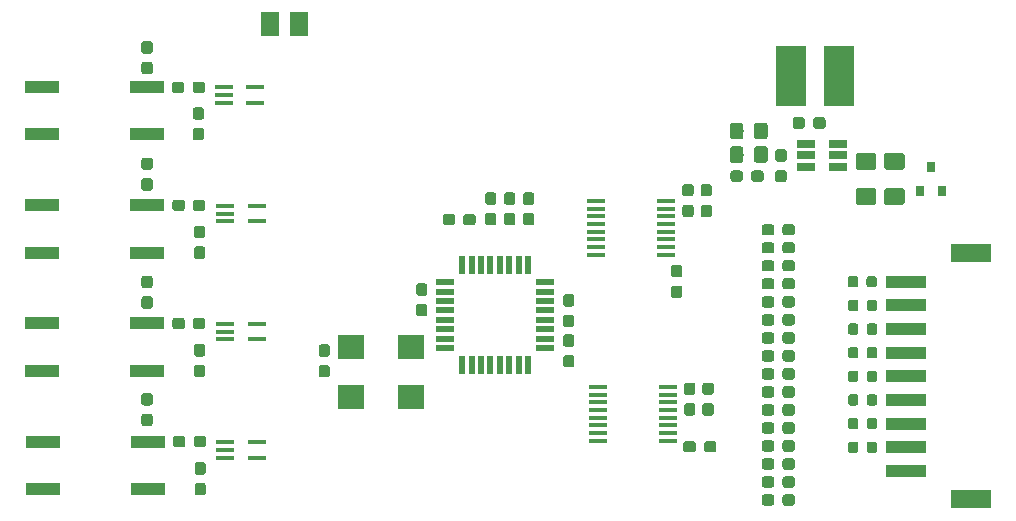
<source format=gtp>
%TF.GenerationSoftware,KiCad,Pcbnew,(5.1.4)-1*%
%TF.CreationDate,2019-11-23T11:30:54-08:00*%
%TF.ProjectId,20191120_Projects_CellMonitor,32303139-3131-4323-905f-50726f6a6563,rev?*%
%TF.SameCoordinates,PXb71b000PYd787c80*%
%TF.FileFunction,Paste,Top*%
%TF.FilePolarity,Positive*%
%FSLAX46Y46*%
G04 Gerber Fmt 4.6, Leading zero omitted, Abs format (unit mm)*
G04 Created by KiCad (PCBNEW (5.1.4)-1) date 2019-11-23 11:30:54*
%MOMM*%
%LPD*%
G04 APERTURE LIST*
%ADD10R,2.200000X2.000000*%
%ADD11C,0.100000*%
%ADD12C,0.950000*%
%ADD13C,1.425000*%
%ADD14C,1.150000*%
%ADD15R,0.800000X0.900000*%
%ADD16C,0.875000*%
%ADD17R,2.540000X5.080000*%
%ADD18R,3.500000X1.000000*%
%ADD19R,3.500000X1.600000*%
%ADD20R,3.000000X1.000000*%
%ADD21R,1.600000X0.550000*%
%ADD22R,0.550000X1.600000*%
%ADD23R,1.500000X0.450000*%
%ADD24R,1.560000X0.650000*%
%ADD25R,1.500000X2.000000*%
%ADD26R,1.500000X0.400000*%
G04 APERTURE END LIST*
D10*
X27760000Y14250000D03*
X32840000Y14250000D03*
X32840000Y10050000D03*
X27760000Y10050000D03*
D11*
G36*
X25760779Y12723856D02*
G01*
X25783834Y12720437D01*
X25806443Y12714773D01*
X25828387Y12706921D01*
X25849457Y12696956D01*
X25869448Y12684974D01*
X25888168Y12671090D01*
X25905438Y12655438D01*
X25921090Y12638168D01*
X25934974Y12619448D01*
X25946956Y12599457D01*
X25956921Y12578387D01*
X25964773Y12556443D01*
X25970437Y12533834D01*
X25973856Y12510779D01*
X25975000Y12487500D01*
X25975000Y11912500D01*
X25973856Y11889221D01*
X25970437Y11866166D01*
X25964773Y11843557D01*
X25956921Y11821613D01*
X25946956Y11800543D01*
X25934974Y11780552D01*
X25921090Y11761832D01*
X25905438Y11744562D01*
X25888168Y11728910D01*
X25869448Y11715026D01*
X25849457Y11703044D01*
X25828387Y11693079D01*
X25806443Y11685227D01*
X25783834Y11679563D01*
X25760779Y11676144D01*
X25737500Y11675000D01*
X25262500Y11675000D01*
X25239221Y11676144D01*
X25216166Y11679563D01*
X25193557Y11685227D01*
X25171613Y11693079D01*
X25150543Y11703044D01*
X25130552Y11715026D01*
X25111832Y11728910D01*
X25094562Y11744562D01*
X25078910Y11761832D01*
X25065026Y11780552D01*
X25053044Y11800543D01*
X25043079Y11821613D01*
X25035227Y11843557D01*
X25029563Y11866166D01*
X25026144Y11889221D01*
X25025000Y11912500D01*
X25025000Y12487500D01*
X25026144Y12510779D01*
X25029563Y12533834D01*
X25035227Y12556443D01*
X25043079Y12578387D01*
X25053044Y12599457D01*
X25065026Y12619448D01*
X25078910Y12638168D01*
X25094562Y12655438D01*
X25111832Y12671090D01*
X25130552Y12684974D01*
X25150543Y12696956D01*
X25171613Y12706921D01*
X25193557Y12714773D01*
X25216166Y12720437D01*
X25239221Y12723856D01*
X25262500Y12725000D01*
X25737500Y12725000D01*
X25760779Y12723856D01*
X25760779Y12723856D01*
G37*
D12*
X25500000Y12200000D03*
D11*
G36*
X25760779Y14473856D02*
G01*
X25783834Y14470437D01*
X25806443Y14464773D01*
X25828387Y14456921D01*
X25849457Y14446956D01*
X25869448Y14434974D01*
X25888168Y14421090D01*
X25905438Y14405438D01*
X25921090Y14388168D01*
X25934974Y14369448D01*
X25946956Y14349457D01*
X25956921Y14328387D01*
X25964773Y14306443D01*
X25970437Y14283834D01*
X25973856Y14260779D01*
X25975000Y14237500D01*
X25975000Y13662500D01*
X25973856Y13639221D01*
X25970437Y13616166D01*
X25964773Y13593557D01*
X25956921Y13571613D01*
X25946956Y13550543D01*
X25934974Y13530552D01*
X25921090Y13511832D01*
X25905438Y13494562D01*
X25888168Y13478910D01*
X25869448Y13465026D01*
X25849457Y13453044D01*
X25828387Y13443079D01*
X25806443Y13435227D01*
X25783834Y13429563D01*
X25760779Y13426144D01*
X25737500Y13425000D01*
X25262500Y13425000D01*
X25239221Y13426144D01*
X25216166Y13429563D01*
X25193557Y13435227D01*
X25171613Y13443079D01*
X25150543Y13453044D01*
X25130552Y13465026D01*
X25111832Y13478910D01*
X25094562Y13494562D01*
X25078910Y13511832D01*
X25065026Y13530552D01*
X25053044Y13550543D01*
X25043079Y13571613D01*
X25035227Y13593557D01*
X25029563Y13616166D01*
X25026144Y13639221D01*
X25025000Y13662500D01*
X25025000Y14237500D01*
X25026144Y14260779D01*
X25029563Y14283834D01*
X25035227Y14306443D01*
X25043079Y14328387D01*
X25053044Y14349457D01*
X25065026Y14369448D01*
X25078910Y14388168D01*
X25094562Y14405438D01*
X25111832Y14421090D01*
X25130552Y14434974D01*
X25150543Y14446956D01*
X25171613Y14456921D01*
X25193557Y14464773D01*
X25216166Y14470437D01*
X25239221Y14473856D01*
X25262500Y14475000D01*
X25737500Y14475000D01*
X25760779Y14473856D01*
X25760779Y14473856D01*
G37*
D12*
X25500000Y13950000D03*
D11*
G36*
X15260779Y4498856D02*
G01*
X15283834Y4495437D01*
X15306443Y4489773D01*
X15328387Y4481921D01*
X15349457Y4471956D01*
X15369448Y4459974D01*
X15388168Y4446090D01*
X15405438Y4430438D01*
X15421090Y4413168D01*
X15434974Y4394448D01*
X15446956Y4374457D01*
X15456921Y4353387D01*
X15464773Y4331443D01*
X15470437Y4308834D01*
X15473856Y4285779D01*
X15475000Y4262500D01*
X15475000Y3687500D01*
X15473856Y3664221D01*
X15470437Y3641166D01*
X15464773Y3618557D01*
X15456921Y3596613D01*
X15446956Y3575543D01*
X15434974Y3555552D01*
X15421090Y3536832D01*
X15405438Y3519562D01*
X15388168Y3503910D01*
X15369448Y3490026D01*
X15349457Y3478044D01*
X15328387Y3468079D01*
X15306443Y3460227D01*
X15283834Y3454563D01*
X15260779Y3451144D01*
X15237500Y3450000D01*
X14762500Y3450000D01*
X14739221Y3451144D01*
X14716166Y3454563D01*
X14693557Y3460227D01*
X14671613Y3468079D01*
X14650543Y3478044D01*
X14630552Y3490026D01*
X14611832Y3503910D01*
X14594562Y3519562D01*
X14578910Y3536832D01*
X14565026Y3555552D01*
X14553044Y3575543D01*
X14543079Y3596613D01*
X14535227Y3618557D01*
X14529563Y3641166D01*
X14526144Y3664221D01*
X14525000Y3687500D01*
X14525000Y4262500D01*
X14526144Y4285779D01*
X14529563Y4308834D01*
X14535227Y4331443D01*
X14543079Y4353387D01*
X14553044Y4374457D01*
X14565026Y4394448D01*
X14578910Y4413168D01*
X14594562Y4430438D01*
X14611832Y4446090D01*
X14630552Y4459974D01*
X14650543Y4471956D01*
X14671613Y4481921D01*
X14693557Y4489773D01*
X14716166Y4495437D01*
X14739221Y4498856D01*
X14762500Y4500000D01*
X15237500Y4500000D01*
X15260779Y4498856D01*
X15260779Y4498856D01*
G37*
D12*
X15000000Y3975000D03*
D11*
G36*
X15260779Y2748856D02*
G01*
X15283834Y2745437D01*
X15306443Y2739773D01*
X15328387Y2731921D01*
X15349457Y2721956D01*
X15369448Y2709974D01*
X15388168Y2696090D01*
X15405438Y2680438D01*
X15421090Y2663168D01*
X15434974Y2644448D01*
X15446956Y2624457D01*
X15456921Y2603387D01*
X15464773Y2581443D01*
X15470437Y2558834D01*
X15473856Y2535779D01*
X15475000Y2512500D01*
X15475000Y1937500D01*
X15473856Y1914221D01*
X15470437Y1891166D01*
X15464773Y1868557D01*
X15456921Y1846613D01*
X15446956Y1825543D01*
X15434974Y1805552D01*
X15421090Y1786832D01*
X15405438Y1769562D01*
X15388168Y1753910D01*
X15369448Y1740026D01*
X15349457Y1728044D01*
X15328387Y1718079D01*
X15306443Y1710227D01*
X15283834Y1704563D01*
X15260779Y1701144D01*
X15237500Y1700000D01*
X14762500Y1700000D01*
X14739221Y1701144D01*
X14716166Y1704563D01*
X14693557Y1710227D01*
X14671613Y1718079D01*
X14650543Y1728044D01*
X14630552Y1740026D01*
X14611832Y1753910D01*
X14594562Y1769562D01*
X14578910Y1786832D01*
X14565026Y1805552D01*
X14553044Y1825543D01*
X14543079Y1846613D01*
X14535227Y1868557D01*
X14529563Y1891166D01*
X14526144Y1914221D01*
X14525000Y1937500D01*
X14525000Y2512500D01*
X14526144Y2535779D01*
X14529563Y2558834D01*
X14535227Y2581443D01*
X14543079Y2603387D01*
X14553044Y2624457D01*
X14565026Y2644448D01*
X14578910Y2663168D01*
X14594562Y2680438D01*
X14611832Y2696090D01*
X14630552Y2709974D01*
X14650543Y2721956D01*
X14671613Y2731921D01*
X14693557Y2739773D01*
X14716166Y2745437D01*
X14739221Y2748856D01*
X14762500Y2750000D01*
X15237500Y2750000D01*
X15260779Y2748856D01*
X15260779Y2748856D01*
G37*
D12*
X15000000Y2225000D03*
D11*
G36*
X15210779Y22773856D02*
G01*
X15233834Y22770437D01*
X15256443Y22764773D01*
X15278387Y22756921D01*
X15299457Y22746956D01*
X15319448Y22734974D01*
X15338168Y22721090D01*
X15355438Y22705438D01*
X15371090Y22688168D01*
X15384974Y22669448D01*
X15396956Y22649457D01*
X15406921Y22628387D01*
X15414773Y22606443D01*
X15420437Y22583834D01*
X15423856Y22560779D01*
X15425000Y22537500D01*
X15425000Y21962500D01*
X15423856Y21939221D01*
X15420437Y21916166D01*
X15414773Y21893557D01*
X15406921Y21871613D01*
X15396956Y21850543D01*
X15384974Y21830552D01*
X15371090Y21811832D01*
X15355438Y21794562D01*
X15338168Y21778910D01*
X15319448Y21765026D01*
X15299457Y21753044D01*
X15278387Y21743079D01*
X15256443Y21735227D01*
X15233834Y21729563D01*
X15210779Y21726144D01*
X15187500Y21725000D01*
X14712500Y21725000D01*
X14689221Y21726144D01*
X14666166Y21729563D01*
X14643557Y21735227D01*
X14621613Y21743079D01*
X14600543Y21753044D01*
X14580552Y21765026D01*
X14561832Y21778910D01*
X14544562Y21794562D01*
X14528910Y21811832D01*
X14515026Y21830552D01*
X14503044Y21850543D01*
X14493079Y21871613D01*
X14485227Y21893557D01*
X14479563Y21916166D01*
X14476144Y21939221D01*
X14475000Y21962500D01*
X14475000Y22537500D01*
X14476144Y22560779D01*
X14479563Y22583834D01*
X14485227Y22606443D01*
X14493079Y22628387D01*
X14503044Y22649457D01*
X14515026Y22669448D01*
X14528910Y22688168D01*
X14544562Y22705438D01*
X14561832Y22721090D01*
X14580552Y22734974D01*
X14600543Y22746956D01*
X14621613Y22756921D01*
X14643557Y22764773D01*
X14666166Y22770437D01*
X14689221Y22773856D01*
X14712500Y22775000D01*
X15187500Y22775000D01*
X15210779Y22773856D01*
X15210779Y22773856D01*
G37*
D12*
X14950000Y22250000D03*
D11*
G36*
X15210779Y24523856D02*
G01*
X15233834Y24520437D01*
X15256443Y24514773D01*
X15278387Y24506921D01*
X15299457Y24496956D01*
X15319448Y24484974D01*
X15338168Y24471090D01*
X15355438Y24455438D01*
X15371090Y24438168D01*
X15384974Y24419448D01*
X15396956Y24399457D01*
X15406921Y24378387D01*
X15414773Y24356443D01*
X15420437Y24333834D01*
X15423856Y24310779D01*
X15425000Y24287500D01*
X15425000Y23712500D01*
X15423856Y23689221D01*
X15420437Y23666166D01*
X15414773Y23643557D01*
X15406921Y23621613D01*
X15396956Y23600543D01*
X15384974Y23580552D01*
X15371090Y23561832D01*
X15355438Y23544562D01*
X15338168Y23528910D01*
X15319448Y23515026D01*
X15299457Y23503044D01*
X15278387Y23493079D01*
X15256443Y23485227D01*
X15233834Y23479563D01*
X15210779Y23476144D01*
X15187500Y23475000D01*
X14712500Y23475000D01*
X14689221Y23476144D01*
X14666166Y23479563D01*
X14643557Y23485227D01*
X14621613Y23493079D01*
X14600543Y23503044D01*
X14580552Y23515026D01*
X14561832Y23528910D01*
X14544562Y23544562D01*
X14528910Y23561832D01*
X14515026Y23580552D01*
X14503044Y23600543D01*
X14493079Y23621613D01*
X14485227Y23643557D01*
X14479563Y23666166D01*
X14476144Y23689221D01*
X14475000Y23712500D01*
X14475000Y24287500D01*
X14476144Y24310779D01*
X14479563Y24333834D01*
X14485227Y24356443D01*
X14493079Y24378387D01*
X14503044Y24399457D01*
X14515026Y24419448D01*
X14528910Y24438168D01*
X14544562Y24455438D01*
X14561832Y24471090D01*
X14580552Y24484974D01*
X14600543Y24496956D01*
X14621613Y24506921D01*
X14643557Y24514773D01*
X14666166Y24520437D01*
X14689221Y24523856D01*
X14712500Y24525000D01*
X15187500Y24525000D01*
X15210779Y24523856D01*
X15210779Y24523856D01*
G37*
D12*
X14950000Y24000000D03*
D11*
G36*
X15210779Y14498856D02*
G01*
X15233834Y14495437D01*
X15256443Y14489773D01*
X15278387Y14481921D01*
X15299457Y14471956D01*
X15319448Y14459974D01*
X15338168Y14446090D01*
X15355438Y14430438D01*
X15371090Y14413168D01*
X15384974Y14394448D01*
X15396956Y14374457D01*
X15406921Y14353387D01*
X15414773Y14331443D01*
X15420437Y14308834D01*
X15423856Y14285779D01*
X15425000Y14262500D01*
X15425000Y13687500D01*
X15423856Y13664221D01*
X15420437Y13641166D01*
X15414773Y13618557D01*
X15406921Y13596613D01*
X15396956Y13575543D01*
X15384974Y13555552D01*
X15371090Y13536832D01*
X15355438Y13519562D01*
X15338168Y13503910D01*
X15319448Y13490026D01*
X15299457Y13478044D01*
X15278387Y13468079D01*
X15256443Y13460227D01*
X15233834Y13454563D01*
X15210779Y13451144D01*
X15187500Y13450000D01*
X14712500Y13450000D01*
X14689221Y13451144D01*
X14666166Y13454563D01*
X14643557Y13460227D01*
X14621613Y13468079D01*
X14600543Y13478044D01*
X14580552Y13490026D01*
X14561832Y13503910D01*
X14544562Y13519562D01*
X14528910Y13536832D01*
X14515026Y13555552D01*
X14503044Y13575543D01*
X14493079Y13596613D01*
X14485227Y13618557D01*
X14479563Y13641166D01*
X14476144Y13664221D01*
X14475000Y13687500D01*
X14475000Y14262500D01*
X14476144Y14285779D01*
X14479563Y14308834D01*
X14485227Y14331443D01*
X14493079Y14353387D01*
X14503044Y14374457D01*
X14515026Y14394448D01*
X14528910Y14413168D01*
X14544562Y14430438D01*
X14561832Y14446090D01*
X14580552Y14459974D01*
X14600543Y14471956D01*
X14621613Y14481921D01*
X14643557Y14489773D01*
X14666166Y14495437D01*
X14689221Y14498856D01*
X14712500Y14500000D01*
X15187500Y14500000D01*
X15210779Y14498856D01*
X15210779Y14498856D01*
G37*
D12*
X14950000Y13975000D03*
D11*
G36*
X15210779Y12748856D02*
G01*
X15233834Y12745437D01*
X15256443Y12739773D01*
X15278387Y12731921D01*
X15299457Y12721956D01*
X15319448Y12709974D01*
X15338168Y12696090D01*
X15355438Y12680438D01*
X15371090Y12663168D01*
X15384974Y12644448D01*
X15396956Y12624457D01*
X15406921Y12603387D01*
X15414773Y12581443D01*
X15420437Y12558834D01*
X15423856Y12535779D01*
X15425000Y12512500D01*
X15425000Y11937500D01*
X15423856Y11914221D01*
X15420437Y11891166D01*
X15414773Y11868557D01*
X15406921Y11846613D01*
X15396956Y11825543D01*
X15384974Y11805552D01*
X15371090Y11786832D01*
X15355438Y11769562D01*
X15338168Y11753910D01*
X15319448Y11740026D01*
X15299457Y11728044D01*
X15278387Y11718079D01*
X15256443Y11710227D01*
X15233834Y11704563D01*
X15210779Y11701144D01*
X15187500Y11700000D01*
X14712500Y11700000D01*
X14689221Y11701144D01*
X14666166Y11704563D01*
X14643557Y11710227D01*
X14621613Y11718079D01*
X14600543Y11728044D01*
X14580552Y11740026D01*
X14561832Y11753910D01*
X14544562Y11769562D01*
X14528910Y11786832D01*
X14515026Y11805552D01*
X14503044Y11825543D01*
X14493079Y11846613D01*
X14485227Y11868557D01*
X14479563Y11891166D01*
X14476144Y11914221D01*
X14475000Y11937500D01*
X14475000Y12512500D01*
X14476144Y12535779D01*
X14479563Y12558834D01*
X14485227Y12581443D01*
X14493079Y12603387D01*
X14503044Y12624457D01*
X14515026Y12644448D01*
X14528910Y12663168D01*
X14544562Y12680438D01*
X14561832Y12696090D01*
X14580552Y12709974D01*
X14600543Y12721956D01*
X14621613Y12731921D01*
X14643557Y12739773D01*
X14666166Y12745437D01*
X14689221Y12748856D01*
X14712500Y12750000D01*
X15187500Y12750000D01*
X15210779Y12748856D01*
X15210779Y12748856D01*
G37*
D12*
X14950000Y12225000D03*
D11*
G36*
X15110779Y34548856D02*
G01*
X15133834Y34545437D01*
X15156443Y34539773D01*
X15178387Y34531921D01*
X15199457Y34521956D01*
X15219448Y34509974D01*
X15238168Y34496090D01*
X15255438Y34480438D01*
X15271090Y34463168D01*
X15284974Y34444448D01*
X15296956Y34424457D01*
X15306921Y34403387D01*
X15314773Y34381443D01*
X15320437Y34358834D01*
X15323856Y34335779D01*
X15325000Y34312500D01*
X15325000Y33737500D01*
X15323856Y33714221D01*
X15320437Y33691166D01*
X15314773Y33668557D01*
X15306921Y33646613D01*
X15296956Y33625543D01*
X15284974Y33605552D01*
X15271090Y33586832D01*
X15255438Y33569562D01*
X15238168Y33553910D01*
X15219448Y33540026D01*
X15199457Y33528044D01*
X15178387Y33518079D01*
X15156443Y33510227D01*
X15133834Y33504563D01*
X15110779Y33501144D01*
X15087500Y33500000D01*
X14612500Y33500000D01*
X14589221Y33501144D01*
X14566166Y33504563D01*
X14543557Y33510227D01*
X14521613Y33518079D01*
X14500543Y33528044D01*
X14480552Y33540026D01*
X14461832Y33553910D01*
X14444562Y33569562D01*
X14428910Y33586832D01*
X14415026Y33605552D01*
X14403044Y33625543D01*
X14393079Y33646613D01*
X14385227Y33668557D01*
X14379563Y33691166D01*
X14376144Y33714221D01*
X14375000Y33737500D01*
X14375000Y34312500D01*
X14376144Y34335779D01*
X14379563Y34358834D01*
X14385227Y34381443D01*
X14393079Y34403387D01*
X14403044Y34424457D01*
X14415026Y34444448D01*
X14428910Y34463168D01*
X14444562Y34480438D01*
X14461832Y34496090D01*
X14480552Y34509974D01*
X14500543Y34521956D01*
X14521613Y34531921D01*
X14543557Y34539773D01*
X14566166Y34545437D01*
X14589221Y34548856D01*
X14612500Y34550000D01*
X15087500Y34550000D01*
X15110779Y34548856D01*
X15110779Y34548856D01*
G37*
D12*
X14850000Y34025000D03*
D11*
G36*
X15110779Y32798856D02*
G01*
X15133834Y32795437D01*
X15156443Y32789773D01*
X15178387Y32781921D01*
X15199457Y32771956D01*
X15219448Y32759974D01*
X15238168Y32746090D01*
X15255438Y32730438D01*
X15271090Y32713168D01*
X15284974Y32694448D01*
X15296956Y32674457D01*
X15306921Y32653387D01*
X15314773Y32631443D01*
X15320437Y32608834D01*
X15323856Y32585779D01*
X15325000Y32562500D01*
X15325000Y31987500D01*
X15323856Y31964221D01*
X15320437Y31941166D01*
X15314773Y31918557D01*
X15306921Y31896613D01*
X15296956Y31875543D01*
X15284974Y31855552D01*
X15271090Y31836832D01*
X15255438Y31819562D01*
X15238168Y31803910D01*
X15219448Y31790026D01*
X15199457Y31778044D01*
X15178387Y31768079D01*
X15156443Y31760227D01*
X15133834Y31754563D01*
X15110779Y31751144D01*
X15087500Y31750000D01*
X14612500Y31750000D01*
X14589221Y31751144D01*
X14566166Y31754563D01*
X14543557Y31760227D01*
X14521613Y31768079D01*
X14500543Y31778044D01*
X14480552Y31790026D01*
X14461832Y31803910D01*
X14444562Y31819562D01*
X14428910Y31836832D01*
X14415026Y31855552D01*
X14403044Y31875543D01*
X14393079Y31896613D01*
X14385227Y31918557D01*
X14379563Y31941166D01*
X14376144Y31964221D01*
X14375000Y31987500D01*
X14375000Y32562500D01*
X14376144Y32585779D01*
X14379563Y32608834D01*
X14385227Y32631443D01*
X14393079Y32653387D01*
X14403044Y32674457D01*
X14415026Y32694448D01*
X14428910Y32713168D01*
X14444562Y32730438D01*
X14461832Y32746090D01*
X14480552Y32759974D01*
X14500543Y32771956D01*
X14521613Y32781921D01*
X14543557Y32789773D01*
X14566166Y32795437D01*
X14589221Y32798856D01*
X14612500Y32800000D01*
X15087500Y32800000D01*
X15110779Y32798856D01*
X15110779Y32798856D01*
G37*
D12*
X14850000Y32275000D03*
D11*
G36*
X36360779Y25523856D02*
G01*
X36383834Y25520437D01*
X36406443Y25514773D01*
X36428387Y25506921D01*
X36449457Y25496956D01*
X36469448Y25484974D01*
X36488168Y25471090D01*
X36505438Y25455438D01*
X36521090Y25438168D01*
X36534974Y25419448D01*
X36546956Y25399457D01*
X36556921Y25378387D01*
X36564773Y25356443D01*
X36570437Y25333834D01*
X36573856Y25310779D01*
X36575000Y25287500D01*
X36575000Y24812500D01*
X36573856Y24789221D01*
X36570437Y24766166D01*
X36564773Y24743557D01*
X36556921Y24721613D01*
X36546956Y24700543D01*
X36534974Y24680552D01*
X36521090Y24661832D01*
X36505438Y24644562D01*
X36488168Y24628910D01*
X36469448Y24615026D01*
X36449457Y24603044D01*
X36428387Y24593079D01*
X36406443Y24585227D01*
X36383834Y24579563D01*
X36360779Y24576144D01*
X36337500Y24575000D01*
X35762500Y24575000D01*
X35739221Y24576144D01*
X35716166Y24579563D01*
X35693557Y24585227D01*
X35671613Y24593079D01*
X35650543Y24603044D01*
X35630552Y24615026D01*
X35611832Y24628910D01*
X35594562Y24644562D01*
X35578910Y24661832D01*
X35565026Y24680552D01*
X35553044Y24700543D01*
X35543079Y24721613D01*
X35535227Y24743557D01*
X35529563Y24766166D01*
X35526144Y24789221D01*
X35525000Y24812500D01*
X35525000Y25287500D01*
X35526144Y25310779D01*
X35529563Y25333834D01*
X35535227Y25356443D01*
X35543079Y25378387D01*
X35553044Y25399457D01*
X35565026Y25419448D01*
X35578910Y25438168D01*
X35594562Y25455438D01*
X35611832Y25471090D01*
X35630552Y25484974D01*
X35650543Y25496956D01*
X35671613Y25506921D01*
X35693557Y25514773D01*
X35716166Y25520437D01*
X35739221Y25523856D01*
X35762500Y25525000D01*
X36337500Y25525000D01*
X36360779Y25523856D01*
X36360779Y25523856D01*
G37*
D12*
X36050000Y25050000D03*
D11*
G36*
X38110779Y25523856D02*
G01*
X38133834Y25520437D01*
X38156443Y25514773D01*
X38178387Y25506921D01*
X38199457Y25496956D01*
X38219448Y25484974D01*
X38238168Y25471090D01*
X38255438Y25455438D01*
X38271090Y25438168D01*
X38284974Y25419448D01*
X38296956Y25399457D01*
X38306921Y25378387D01*
X38314773Y25356443D01*
X38320437Y25333834D01*
X38323856Y25310779D01*
X38325000Y25287500D01*
X38325000Y24812500D01*
X38323856Y24789221D01*
X38320437Y24766166D01*
X38314773Y24743557D01*
X38306921Y24721613D01*
X38296956Y24700543D01*
X38284974Y24680552D01*
X38271090Y24661832D01*
X38255438Y24644562D01*
X38238168Y24628910D01*
X38219448Y24615026D01*
X38199457Y24603044D01*
X38178387Y24593079D01*
X38156443Y24585227D01*
X38133834Y24579563D01*
X38110779Y24576144D01*
X38087500Y24575000D01*
X37512500Y24575000D01*
X37489221Y24576144D01*
X37466166Y24579563D01*
X37443557Y24585227D01*
X37421613Y24593079D01*
X37400543Y24603044D01*
X37380552Y24615026D01*
X37361832Y24628910D01*
X37344562Y24644562D01*
X37328910Y24661832D01*
X37315026Y24680552D01*
X37303044Y24700543D01*
X37293079Y24721613D01*
X37285227Y24743557D01*
X37279563Y24766166D01*
X37276144Y24789221D01*
X37275000Y24812500D01*
X37275000Y25287500D01*
X37276144Y25310779D01*
X37279563Y25333834D01*
X37285227Y25356443D01*
X37293079Y25378387D01*
X37303044Y25399457D01*
X37315026Y25419448D01*
X37328910Y25438168D01*
X37344562Y25455438D01*
X37361832Y25471090D01*
X37380552Y25484974D01*
X37400543Y25496956D01*
X37421613Y25506921D01*
X37443557Y25514773D01*
X37466166Y25520437D01*
X37489221Y25523856D01*
X37512500Y25525000D01*
X38087500Y25525000D01*
X38110779Y25523856D01*
X38110779Y25523856D01*
G37*
D12*
X37800000Y25050000D03*
D11*
G36*
X34010779Y17898856D02*
G01*
X34033834Y17895437D01*
X34056443Y17889773D01*
X34078387Y17881921D01*
X34099457Y17871956D01*
X34119448Y17859974D01*
X34138168Y17846090D01*
X34155438Y17830438D01*
X34171090Y17813168D01*
X34184974Y17794448D01*
X34196956Y17774457D01*
X34206921Y17753387D01*
X34214773Y17731443D01*
X34220437Y17708834D01*
X34223856Y17685779D01*
X34225000Y17662500D01*
X34225000Y17087500D01*
X34223856Y17064221D01*
X34220437Y17041166D01*
X34214773Y17018557D01*
X34206921Y16996613D01*
X34196956Y16975543D01*
X34184974Y16955552D01*
X34171090Y16936832D01*
X34155438Y16919562D01*
X34138168Y16903910D01*
X34119448Y16890026D01*
X34099457Y16878044D01*
X34078387Y16868079D01*
X34056443Y16860227D01*
X34033834Y16854563D01*
X34010779Y16851144D01*
X33987500Y16850000D01*
X33512500Y16850000D01*
X33489221Y16851144D01*
X33466166Y16854563D01*
X33443557Y16860227D01*
X33421613Y16868079D01*
X33400543Y16878044D01*
X33380552Y16890026D01*
X33361832Y16903910D01*
X33344562Y16919562D01*
X33328910Y16936832D01*
X33315026Y16955552D01*
X33303044Y16975543D01*
X33293079Y16996613D01*
X33285227Y17018557D01*
X33279563Y17041166D01*
X33276144Y17064221D01*
X33275000Y17087500D01*
X33275000Y17662500D01*
X33276144Y17685779D01*
X33279563Y17708834D01*
X33285227Y17731443D01*
X33293079Y17753387D01*
X33303044Y17774457D01*
X33315026Y17794448D01*
X33328910Y17813168D01*
X33344562Y17830438D01*
X33361832Y17846090D01*
X33380552Y17859974D01*
X33400543Y17871956D01*
X33421613Y17881921D01*
X33443557Y17889773D01*
X33466166Y17895437D01*
X33489221Y17898856D01*
X33512500Y17900000D01*
X33987500Y17900000D01*
X34010779Y17898856D01*
X34010779Y17898856D01*
G37*
D12*
X33750000Y17375000D03*
D11*
G36*
X34010779Y19648856D02*
G01*
X34033834Y19645437D01*
X34056443Y19639773D01*
X34078387Y19631921D01*
X34099457Y19621956D01*
X34119448Y19609974D01*
X34138168Y19596090D01*
X34155438Y19580438D01*
X34171090Y19563168D01*
X34184974Y19544448D01*
X34196956Y19524457D01*
X34206921Y19503387D01*
X34214773Y19481443D01*
X34220437Y19458834D01*
X34223856Y19435779D01*
X34225000Y19412500D01*
X34225000Y18837500D01*
X34223856Y18814221D01*
X34220437Y18791166D01*
X34214773Y18768557D01*
X34206921Y18746613D01*
X34196956Y18725543D01*
X34184974Y18705552D01*
X34171090Y18686832D01*
X34155438Y18669562D01*
X34138168Y18653910D01*
X34119448Y18640026D01*
X34099457Y18628044D01*
X34078387Y18618079D01*
X34056443Y18610227D01*
X34033834Y18604563D01*
X34010779Y18601144D01*
X33987500Y18600000D01*
X33512500Y18600000D01*
X33489221Y18601144D01*
X33466166Y18604563D01*
X33443557Y18610227D01*
X33421613Y18618079D01*
X33400543Y18628044D01*
X33380552Y18640026D01*
X33361832Y18653910D01*
X33344562Y18669562D01*
X33328910Y18686832D01*
X33315026Y18705552D01*
X33303044Y18725543D01*
X33293079Y18746613D01*
X33285227Y18768557D01*
X33279563Y18791166D01*
X33276144Y18814221D01*
X33275000Y18837500D01*
X33275000Y19412500D01*
X33276144Y19435779D01*
X33279563Y19458834D01*
X33285227Y19481443D01*
X33293079Y19503387D01*
X33303044Y19524457D01*
X33315026Y19544448D01*
X33328910Y19563168D01*
X33344562Y19580438D01*
X33361832Y19596090D01*
X33380552Y19609974D01*
X33400543Y19621956D01*
X33421613Y19631921D01*
X33443557Y19639773D01*
X33466166Y19645437D01*
X33489221Y19648856D01*
X33512500Y19650000D01*
X33987500Y19650000D01*
X34010779Y19648856D01*
X34010779Y19648856D01*
G37*
D12*
X33750000Y19125000D03*
D11*
G36*
X46460779Y13573856D02*
G01*
X46483834Y13570437D01*
X46506443Y13564773D01*
X46528387Y13556921D01*
X46549457Y13546956D01*
X46569448Y13534974D01*
X46588168Y13521090D01*
X46605438Y13505438D01*
X46621090Y13488168D01*
X46634974Y13469448D01*
X46646956Y13449457D01*
X46656921Y13428387D01*
X46664773Y13406443D01*
X46670437Y13383834D01*
X46673856Y13360779D01*
X46675000Y13337500D01*
X46675000Y12762500D01*
X46673856Y12739221D01*
X46670437Y12716166D01*
X46664773Y12693557D01*
X46656921Y12671613D01*
X46646956Y12650543D01*
X46634974Y12630552D01*
X46621090Y12611832D01*
X46605438Y12594562D01*
X46588168Y12578910D01*
X46569448Y12565026D01*
X46549457Y12553044D01*
X46528387Y12543079D01*
X46506443Y12535227D01*
X46483834Y12529563D01*
X46460779Y12526144D01*
X46437500Y12525000D01*
X45962500Y12525000D01*
X45939221Y12526144D01*
X45916166Y12529563D01*
X45893557Y12535227D01*
X45871613Y12543079D01*
X45850543Y12553044D01*
X45830552Y12565026D01*
X45811832Y12578910D01*
X45794562Y12594562D01*
X45778910Y12611832D01*
X45765026Y12630552D01*
X45753044Y12650543D01*
X45743079Y12671613D01*
X45735227Y12693557D01*
X45729563Y12716166D01*
X45726144Y12739221D01*
X45725000Y12762500D01*
X45725000Y13337500D01*
X45726144Y13360779D01*
X45729563Y13383834D01*
X45735227Y13406443D01*
X45743079Y13428387D01*
X45753044Y13449457D01*
X45765026Y13469448D01*
X45778910Y13488168D01*
X45794562Y13505438D01*
X45811832Y13521090D01*
X45830552Y13534974D01*
X45850543Y13546956D01*
X45871613Y13556921D01*
X45893557Y13564773D01*
X45916166Y13570437D01*
X45939221Y13573856D01*
X45962500Y13575000D01*
X46437500Y13575000D01*
X46460779Y13573856D01*
X46460779Y13573856D01*
G37*
D12*
X46200000Y13050000D03*
D11*
G36*
X46460779Y15323856D02*
G01*
X46483834Y15320437D01*
X46506443Y15314773D01*
X46528387Y15306921D01*
X46549457Y15296956D01*
X46569448Y15284974D01*
X46588168Y15271090D01*
X46605438Y15255438D01*
X46621090Y15238168D01*
X46634974Y15219448D01*
X46646956Y15199457D01*
X46656921Y15178387D01*
X46664773Y15156443D01*
X46670437Y15133834D01*
X46673856Y15110779D01*
X46675000Y15087500D01*
X46675000Y14512500D01*
X46673856Y14489221D01*
X46670437Y14466166D01*
X46664773Y14443557D01*
X46656921Y14421613D01*
X46646956Y14400543D01*
X46634974Y14380552D01*
X46621090Y14361832D01*
X46605438Y14344562D01*
X46588168Y14328910D01*
X46569448Y14315026D01*
X46549457Y14303044D01*
X46528387Y14293079D01*
X46506443Y14285227D01*
X46483834Y14279563D01*
X46460779Y14276144D01*
X46437500Y14275000D01*
X45962500Y14275000D01*
X45939221Y14276144D01*
X45916166Y14279563D01*
X45893557Y14285227D01*
X45871613Y14293079D01*
X45850543Y14303044D01*
X45830552Y14315026D01*
X45811832Y14328910D01*
X45794562Y14344562D01*
X45778910Y14361832D01*
X45765026Y14380552D01*
X45753044Y14400543D01*
X45743079Y14421613D01*
X45735227Y14443557D01*
X45729563Y14466166D01*
X45726144Y14489221D01*
X45725000Y14512500D01*
X45725000Y15087500D01*
X45726144Y15110779D01*
X45729563Y15133834D01*
X45735227Y15156443D01*
X45743079Y15178387D01*
X45753044Y15199457D01*
X45765026Y15219448D01*
X45778910Y15238168D01*
X45794562Y15255438D01*
X45811832Y15271090D01*
X45830552Y15284974D01*
X45850543Y15296956D01*
X45871613Y15306921D01*
X45893557Y15314773D01*
X45916166Y15320437D01*
X45939221Y15323856D01*
X45962500Y15325000D01*
X46437500Y15325000D01*
X46460779Y15323856D01*
X46460779Y15323856D01*
G37*
D12*
X46200000Y14800000D03*
D11*
G36*
X46460779Y16973856D02*
G01*
X46483834Y16970437D01*
X46506443Y16964773D01*
X46528387Y16956921D01*
X46549457Y16946956D01*
X46569448Y16934974D01*
X46588168Y16921090D01*
X46605438Y16905438D01*
X46621090Y16888168D01*
X46634974Y16869448D01*
X46646956Y16849457D01*
X46656921Y16828387D01*
X46664773Y16806443D01*
X46670437Y16783834D01*
X46673856Y16760779D01*
X46675000Y16737500D01*
X46675000Y16162500D01*
X46673856Y16139221D01*
X46670437Y16116166D01*
X46664773Y16093557D01*
X46656921Y16071613D01*
X46646956Y16050543D01*
X46634974Y16030552D01*
X46621090Y16011832D01*
X46605438Y15994562D01*
X46588168Y15978910D01*
X46569448Y15965026D01*
X46549457Y15953044D01*
X46528387Y15943079D01*
X46506443Y15935227D01*
X46483834Y15929563D01*
X46460779Y15926144D01*
X46437500Y15925000D01*
X45962500Y15925000D01*
X45939221Y15926144D01*
X45916166Y15929563D01*
X45893557Y15935227D01*
X45871613Y15943079D01*
X45850543Y15953044D01*
X45830552Y15965026D01*
X45811832Y15978910D01*
X45794562Y15994562D01*
X45778910Y16011832D01*
X45765026Y16030552D01*
X45753044Y16050543D01*
X45743079Y16071613D01*
X45735227Y16093557D01*
X45729563Y16116166D01*
X45726144Y16139221D01*
X45725000Y16162500D01*
X45725000Y16737500D01*
X45726144Y16760779D01*
X45729563Y16783834D01*
X45735227Y16806443D01*
X45743079Y16828387D01*
X45753044Y16849457D01*
X45765026Y16869448D01*
X45778910Y16888168D01*
X45794562Y16905438D01*
X45811832Y16921090D01*
X45830552Y16934974D01*
X45850543Y16946956D01*
X45871613Y16956921D01*
X45893557Y16964773D01*
X45916166Y16970437D01*
X45939221Y16973856D01*
X45962500Y16975000D01*
X46437500Y16975000D01*
X46460779Y16973856D01*
X46460779Y16973856D01*
G37*
D12*
X46200000Y16450000D03*
D11*
G36*
X46460779Y18723856D02*
G01*
X46483834Y18720437D01*
X46506443Y18714773D01*
X46528387Y18706921D01*
X46549457Y18696956D01*
X46569448Y18684974D01*
X46588168Y18671090D01*
X46605438Y18655438D01*
X46621090Y18638168D01*
X46634974Y18619448D01*
X46646956Y18599457D01*
X46656921Y18578387D01*
X46664773Y18556443D01*
X46670437Y18533834D01*
X46673856Y18510779D01*
X46675000Y18487500D01*
X46675000Y17912500D01*
X46673856Y17889221D01*
X46670437Y17866166D01*
X46664773Y17843557D01*
X46656921Y17821613D01*
X46646956Y17800543D01*
X46634974Y17780552D01*
X46621090Y17761832D01*
X46605438Y17744562D01*
X46588168Y17728910D01*
X46569448Y17715026D01*
X46549457Y17703044D01*
X46528387Y17693079D01*
X46506443Y17685227D01*
X46483834Y17679563D01*
X46460779Y17676144D01*
X46437500Y17675000D01*
X45962500Y17675000D01*
X45939221Y17676144D01*
X45916166Y17679563D01*
X45893557Y17685227D01*
X45871613Y17693079D01*
X45850543Y17703044D01*
X45830552Y17715026D01*
X45811832Y17728910D01*
X45794562Y17744562D01*
X45778910Y17761832D01*
X45765026Y17780552D01*
X45753044Y17800543D01*
X45743079Y17821613D01*
X45735227Y17843557D01*
X45729563Y17866166D01*
X45726144Y17889221D01*
X45725000Y17912500D01*
X45725000Y18487500D01*
X45726144Y18510779D01*
X45729563Y18533834D01*
X45735227Y18556443D01*
X45743079Y18578387D01*
X45753044Y18599457D01*
X45765026Y18619448D01*
X45778910Y18638168D01*
X45794562Y18655438D01*
X45811832Y18671090D01*
X45830552Y18684974D01*
X45850543Y18696956D01*
X45871613Y18706921D01*
X45893557Y18714773D01*
X45916166Y18720437D01*
X45939221Y18723856D01*
X45962500Y18725000D01*
X46437500Y18725000D01*
X46460779Y18723856D01*
X46460779Y18723856D01*
G37*
D12*
X46200000Y18200000D03*
D11*
G36*
X56560779Y26298856D02*
G01*
X56583834Y26295437D01*
X56606443Y26289773D01*
X56628387Y26281921D01*
X56649457Y26271956D01*
X56669448Y26259974D01*
X56688168Y26246090D01*
X56705438Y26230438D01*
X56721090Y26213168D01*
X56734974Y26194448D01*
X56746956Y26174457D01*
X56756921Y26153387D01*
X56764773Y26131443D01*
X56770437Y26108834D01*
X56773856Y26085779D01*
X56775000Y26062500D01*
X56775000Y25487500D01*
X56773856Y25464221D01*
X56770437Y25441166D01*
X56764773Y25418557D01*
X56756921Y25396613D01*
X56746956Y25375543D01*
X56734974Y25355552D01*
X56721090Y25336832D01*
X56705438Y25319562D01*
X56688168Y25303910D01*
X56669448Y25290026D01*
X56649457Y25278044D01*
X56628387Y25268079D01*
X56606443Y25260227D01*
X56583834Y25254563D01*
X56560779Y25251144D01*
X56537500Y25250000D01*
X56062500Y25250000D01*
X56039221Y25251144D01*
X56016166Y25254563D01*
X55993557Y25260227D01*
X55971613Y25268079D01*
X55950543Y25278044D01*
X55930552Y25290026D01*
X55911832Y25303910D01*
X55894562Y25319562D01*
X55878910Y25336832D01*
X55865026Y25355552D01*
X55853044Y25375543D01*
X55843079Y25396613D01*
X55835227Y25418557D01*
X55829563Y25441166D01*
X55826144Y25464221D01*
X55825000Y25487500D01*
X55825000Y26062500D01*
X55826144Y26085779D01*
X55829563Y26108834D01*
X55835227Y26131443D01*
X55843079Y26153387D01*
X55853044Y26174457D01*
X55865026Y26194448D01*
X55878910Y26213168D01*
X55894562Y26230438D01*
X55911832Y26246090D01*
X55930552Y26259974D01*
X55950543Y26271956D01*
X55971613Y26281921D01*
X55993557Y26289773D01*
X56016166Y26295437D01*
X56039221Y26298856D01*
X56062500Y26300000D01*
X56537500Y26300000D01*
X56560779Y26298856D01*
X56560779Y26298856D01*
G37*
D12*
X56300000Y25775000D03*
D11*
G36*
X56560779Y28048856D02*
G01*
X56583834Y28045437D01*
X56606443Y28039773D01*
X56628387Y28031921D01*
X56649457Y28021956D01*
X56669448Y28009974D01*
X56688168Y27996090D01*
X56705438Y27980438D01*
X56721090Y27963168D01*
X56734974Y27944448D01*
X56746956Y27924457D01*
X56756921Y27903387D01*
X56764773Y27881443D01*
X56770437Y27858834D01*
X56773856Y27835779D01*
X56775000Y27812500D01*
X56775000Y27237500D01*
X56773856Y27214221D01*
X56770437Y27191166D01*
X56764773Y27168557D01*
X56756921Y27146613D01*
X56746956Y27125543D01*
X56734974Y27105552D01*
X56721090Y27086832D01*
X56705438Y27069562D01*
X56688168Y27053910D01*
X56669448Y27040026D01*
X56649457Y27028044D01*
X56628387Y27018079D01*
X56606443Y27010227D01*
X56583834Y27004563D01*
X56560779Y27001144D01*
X56537500Y27000000D01*
X56062500Y27000000D01*
X56039221Y27001144D01*
X56016166Y27004563D01*
X55993557Y27010227D01*
X55971613Y27018079D01*
X55950543Y27028044D01*
X55930552Y27040026D01*
X55911832Y27053910D01*
X55894562Y27069562D01*
X55878910Y27086832D01*
X55865026Y27105552D01*
X55853044Y27125543D01*
X55843079Y27146613D01*
X55835227Y27168557D01*
X55829563Y27191166D01*
X55826144Y27214221D01*
X55825000Y27237500D01*
X55825000Y27812500D01*
X55826144Y27835779D01*
X55829563Y27858834D01*
X55835227Y27881443D01*
X55843079Y27903387D01*
X55853044Y27924457D01*
X55865026Y27944448D01*
X55878910Y27963168D01*
X55894562Y27980438D01*
X55911832Y27996090D01*
X55930552Y28009974D01*
X55950543Y28021956D01*
X55971613Y28031921D01*
X55993557Y28039773D01*
X56016166Y28045437D01*
X56039221Y28048856D01*
X56062500Y28050000D01*
X56537500Y28050000D01*
X56560779Y28048856D01*
X56560779Y28048856D01*
G37*
D12*
X56300000Y27525000D03*
D11*
G36*
X56735779Y6273856D02*
G01*
X56758834Y6270437D01*
X56781443Y6264773D01*
X56803387Y6256921D01*
X56824457Y6246956D01*
X56844448Y6234974D01*
X56863168Y6221090D01*
X56880438Y6205438D01*
X56896090Y6188168D01*
X56909974Y6169448D01*
X56921956Y6149457D01*
X56931921Y6128387D01*
X56939773Y6106443D01*
X56945437Y6083834D01*
X56948856Y6060779D01*
X56950000Y6037500D01*
X56950000Y5562500D01*
X56948856Y5539221D01*
X56945437Y5516166D01*
X56939773Y5493557D01*
X56931921Y5471613D01*
X56921956Y5450543D01*
X56909974Y5430552D01*
X56896090Y5411832D01*
X56880438Y5394562D01*
X56863168Y5378910D01*
X56844448Y5365026D01*
X56824457Y5353044D01*
X56803387Y5343079D01*
X56781443Y5335227D01*
X56758834Y5329563D01*
X56735779Y5326144D01*
X56712500Y5325000D01*
X56137500Y5325000D01*
X56114221Y5326144D01*
X56091166Y5329563D01*
X56068557Y5335227D01*
X56046613Y5343079D01*
X56025543Y5353044D01*
X56005552Y5365026D01*
X55986832Y5378910D01*
X55969562Y5394562D01*
X55953910Y5411832D01*
X55940026Y5430552D01*
X55928044Y5450543D01*
X55918079Y5471613D01*
X55910227Y5493557D01*
X55904563Y5516166D01*
X55901144Y5539221D01*
X55900000Y5562500D01*
X55900000Y6037500D01*
X55901144Y6060779D01*
X55904563Y6083834D01*
X55910227Y6106443D01*
X55918079Y6128387D01*
X55928044Y6149457D01*
X55940026Y6169448D01*
X55953910Y6188168D01*
X55969562Y6205438D01*
X55986832Y6221090D01*
X56005552Y6234974D01*
X56025543Y6246956D01*
X56046613Y6256921D01*
X56068557Y6264773D01*
X56091166Y6270437D01*
X56114221Y6273856D01*
X56137500Y6275000D01*
X56712500Y6275000D01*
X56735779Y6273856D01*
X56735779Y6273856D01*
G37*
D12*
X56425000Y5800000D03*
D11*
G36*
X58485779Y6273856D02*
G01*
X58508834Y6270437D01*
X58531443Y6264773D01*
X58553387Y6256921D01*
X58574457Y6246956D01*
X58594448Y6234974D01*
X58613168Y6221090D01*
X58630438Y6205438D01*
X58646090Y6188168D01*
X58659974Y6169448D01*
X58671956Y6149457D01*
X58681921Y6128387D01*
X58689773Y6106443D01*
X58695437Y6083834D01*
X58698856Y6060779D01*
X58700000Y6037500D01*
X58700000Y5562500D01*
X58698856Y5539221D01*
X58695437Y5516166D01*
X58689773Y5493557D01*
X58681921Y5471613D01*
X58671956Y5450543D01*
X58659974Y5430552D01*
X58646090Y5411832D01*
X58630438Y5394562D01*
X58613168Y5378910D01*
X58594448Y5365026D01*
X58574457Y5353044D01*
X58553387Y5343079D01*
X58531443Y5335227D01*
X58508834Y5329563D01*
X58485779Y5326144D01*
X58462500Y5325000D01*
X57887500Y5325000D01*
X57864221Y5326144D01*
X57841166Y5329563D01*
X57818557Y5335227D01*
X57796613Y5343079D01*
X57775543Y5353044D01*
X57755552Y5365026D01*
X57736832Y5378910D01*
X57719562Y5394562D01*
X57703910Y5411832D01*
X57690026Y5430552D01*
X57678044Y5450543D01*
X57668079Y5471613D01*
X57660227Y5493557D01*
X57654563Y5516166D01*
X57651144Y5539221D01*
X57650000Y5562500D01*
X57650000Y6037500D01*
X57651144Y6060779D01*
X57654563Y6083834D01*
X57660227Y6106443D01*
X57668079Y6128387D01*
X57678044Y6149457D01*
X57690026Y6169448D01*
X57703910Y6188168D01*
X57719562Y6205438D01*
X57736832Y6221090D01*
X57755552Y6234974D01*
X57775543Y6246956D01*
X57796613Y6256921D01*
X57818557Y6264773D01*
X57841166Y6270437D01*
X57864221Y6273856D01*
X57887500Y6275000D01*
X58462500Y6275000D01*
X58485779Y6273856D01*
X58485779Y6273856D01*
G37*
D12*
X58175000Y5800000D03*
D11*
G36*
X58110779Y28048856D02*
G01*
X58133834Y28045437D01*
X58156443Y28039773D01*
X58178387Y28031921D01*
X58199457Y28021956D01*
X58219448Y28009974D01*
X58238168Y27996090D01*
X58255438Y27980438D01*
X58271090Y27963168D01*
X58284974Y27944448D01*
X58296956Y27924457D01*
X58306921Y27903387D01*
X58314773Y27881443D01*
X58320437Y27858834D01*
X58323856Y27835779D01*
X58325000Y27812500D01*
X58325000Y27237500D01*
X58323856Y27214221D01*
X58320437Y27191166D01*
X58314773Y27168557D01*
X58306921Y27146613D01*
X58296956Y27125543D01*
X58284974Y27105552D01*
X58271090Y27086832D01*
X58255438Y27069562D01*
X58238168Y27053910D01*
X58219448Y27040026D01*
X58199457Y27028044D01*
X58178387Y27018079D01*
X58156443Y27010227D01*
X58133834Y27004563D01*
X58110779Y27001144D01*
X58087500Y27000000D01*
X57612500Y27000000D01*
X57589221Y27001144D01*
X57566166Y27004563D01*
X57543557Y27010227D01*
X57521613Y27018079D01*
X57500543Y27028044D01*
X57480552Y27040026D01*
X57461832Y27053910D01*
X57444562Y27069562D01*
X57428910Y27086832D01*
X57415026Y27105552D01*
X57403044Y27125543D01*
X57393079Y27146613D01*
X57385227Y27168557D01*
X57379563Y27191166D01*
X57376144Y27214221D01*
X57375000Y27237500D01*
X57375000Y27812500D01*
X57376144Y27835779D01*
X57379563Y27858834D01*
X57385227Y27881443D01*
X57393079Y27903387D01*
X57403044Y27924457D01*
X57415026Y27944448D01*
X57428910Y27963168D01*
X57444562Y27980438D01*
X57461832Y27996090D01*
X57480552Y28009974D01*
X57500543Y28021956D01*
X57521613Y28031921D01*
X57543557Y28039773D01*
X57566166Y28045437D01*
X57589221Y28048856D01*
X57612500Y28050000D01*
X58087500Y28050000D01*
X58110779Y28048856D01*
X58110779Y28048856D01*
G37*
D12*
X57850000Y27525000D03*
D11*
G36*
X58110779Y26298856D02*
G01*
X58133834Y26295437D01*
X58156443Y26289773D01*
X58178387Y26281921D01*
X58199457Y26271956D01*
X58219448Y26259974D01*
X58238168Y26246090D01*
X58255438Y26230438D01*
X58271090Y26213168D01*
X58284974Y26194448D01*
X58296956Y26174457D01*
X58306921Y26153387D01*
X58314773Y26131443D01*
X58320437Y26108834D01*
X58323856Y26085779D01*
X58325000Y26062500D01*
X58325000Y25487500D01*
X58323856Y25464221D01*
X58320437Y25441166D01*
X58314773Y25418557D01*
X58306921Y25396613D01*
X58296956Y25375543D01*
X58284974Y25355552D01*
X58271090Y25336832D01*
X58255438Y25319562D01*
X58238168Y25303910D01*
X58219448Y25290026D01*
X58199457Y25278044D01*
X58178387Y25268079D01*
X58156443Y25260227D01*
X58133834Y25254563D01*
X58110779Y25251144D01*
X58087500Y25250000D01*
X57612500Y25250000D01*
X57589221Y25251144D01*
X57566166Y25254563D01*
X57543557Y25260227D01*
X57521613Y25268079D01*
X57500543Y25278044D01*
X57480552Y25290026D01*
X57461832Y25303910D01*
X57444562Y25319562D01*
X57428910Y25336832D01*
X57415026Y25355552D01*
X57403044Y25375543D01*
X57393079Y25396613D01*
X57385227Y25418557D01*
X57379563Y25441166D01*
X57376144Y25464221D01*
X57375000Y25487500D01*
X57375000Y26062500D01*
X57376144Y26085779D01*
X57379563Y26108834D01*
X57385227Y26131443D01*
X57393079Y26153387D01*
X57403044Y26174457D01*
X57415026Y26194448D01*
X57428910Y26213168D01*
X57444562Y26230438D01*
X57461832Y26246090D01*
X57480552Y26259974D01*
X57500543Y26271956D01*
X57521613Y26281921D01*
X57543557Y26289773D01*
X57566166Y26295437D01*
X57589221Y26298856D01*
X57612500Y26300000D01*
X58087500Y26300000D01*
X58110779Y26298856D01*
X58110779Y26298856D01*
G37*
D12*
X57850000Y25775000D03*
D11*
G36*
X58260779Y11248856D02*
G01*
X58283834Y11245437D01*
X58306443Y11239773D01*
X58328387Y11231921D01*
X58349457Y11221956D01*
X58369448Y11209974D01*
X58388168Y11196090D01*
X58405438Y11180438D01*
X58421090Y11163168D01*
X58434974Y11144448D01*
X58446956Y11124457D01*
X58456921Y11103387D01*
X58464773Y11081443D01*
X58470437Y11058834D01*
X58473856Y11035779D01*
X58475000Y11012500D01*
X58475000Y10437500D01*
X58473856Y10414221D01*
X58470437Y10391166D01*
X58464773Y10368557D01*
X58456921Y10346613D01*
X58446956Y10325543D01*
X58434974Y10305552D01*
X58421090Y10286832D01*
X58405438Y10269562D01*
X58388168Y10253910D01*
X58369448Y10240026D01*
X58349457Y10228044D01*
X58328387Y10218079D01*
X58306443Y10210227D01*
X58283834Y10204563D01*
X58260779Y10201144D01*
X58237500Y10200000D01*
X57762500Y10200000D01*
X57739221Y10201144D01*
X57716166Y10204563D01*
X57693557Y10210227D01*
X57671613Y10218079D01*
X57650543Y10228044D01*
X57630552Y10240026D01*
X57611832Y10253910D01*
X57594562Y10269562D01*
X57578910Y10286832D01*
X57565026Y10305552D01*
X57553044Y10325543D01*
X57543079Y10346613D01*
X57535227Y10368557D01*
X57529563Y10391166D01*
X57526144Y10414221D01*
X57525000Y10437500D01*
X57525000Y11012500D01*
X57526144Y11035779D01*
X57529563Y11058834D01*
X57535227Y11081443D01*
X57543079Y11103387D01*
X57553044Y11124457D01*
X57565026Y11144448D01*
X57578910Y11163168D01*
X57594562Y11180438D01*
X57611832Y11196090D01*
X57630552Y11209974D01*
X57650543Y11221956D01*
X57671613Y11231921D01*
X57693557Y11239773D01*
X57716166Y11245437D01*
X57739221Y11248856D01*
X57762500Y11250000D01*
X58237500Y11250000D01*
X58260779Y11248856D01*
X58260779Y11248856D01*
G37*
D12*
X58000000Y10725000D03*
D11*
G36*
X58260779Y9498856D02*
G01*
X58283834Y9495437D01*
X58306443Y9489773D01*
X58328387Y9481921D01*
X58349457Y9471956D01*
X58369448Y9459974D01*
X58388168Y9446090D01*
X58405438Y9430438D01*
X58421090Y9413168D01*
X58434974Y9394448D01*
X58446956Y9374457D01*
X58456921Y9353387D01*
X58464773Y9331443D01*
X58470437Y9308834D01*
X58473856Y9285779D01*
X58475000Y9262500D01*
X58475000Y8687500D01*
X58473856Y8664221D01*
X58470437Y8641166D01*
X58464773Y8618557D01*
X58456921Y8596613D01*
X58446956Y8575543D01*
X58434974Y8555552D01*
X58421090Y8536832D01*
X58405438Y8519562D01*
X58388168Y8503910D01*
X58369448Y8490026D01*
X58349457Y8478044D01*
X58328387Y8468079D01*
X58306443Y8460227D01*
X58283834Y8454563D01*
X58260779Y8451144D01*
X58237500Y8450000D01*
X57762500Y8450000D01*
X57739221Y8451144D01*
X57716166Y8454563D01*
X57693557Y8460227D01*
X57671613Y8468079D01*
X57650543Y8478044D01*
X57630552Y8490026D01*
X57611832Y8503910D01*
X57594562Y8519562D01*
X57578910Y8536832D01*
X57565026Y8555552D01*
X57553044Y8575543D01*
X57543079Y8596613D01*
X57535227Y8618557D01*
X57529563Y8641166D01*
X57526144Y8664221D01*
X57525000Y8687500D01*
X57525000Y9262500D01*
X57526144Y9285779D01*
X57529563Y9308834D01*
X57535227Y9331443D01*
X57543079Y9353387D01*
X57553044Y9374457D01*
X57565026Y9394448D01*
X57578910Y9413168D01*
X57594562Y9430438D01*
X57611832Y9446090D01*
X57630552Y9459974D01*
X57650543Y9471956D01*
X57671613Y9481921D01*
X57693557Y9489773D01*
X57716166Y9495437D01*
X57739221Y9498856D01*
X57762500Y9500000D01*
X58237500Y9500000D01*
X58260779Y9498856D01*
X58260779Y9498856D01*
G37*
D12*
X58000000Y8975000D03*
D11*
G36*
X55610779Y21198856D02*
G01*
X55633834Y21195437D01*
X55656443Y21189773D01*
X55678387Y21181921D01*
X55699457Y21171956D01*
X55719448Y21159974D01*
X55738168Y21146090D01*
X55755438Y21130438D01*
X55771090Y21113168D01*
X55784974Y21094448D01*
X55796956Y21074457D01*
X55806921Y21053387D01*
X55814773Y21031443D01*
X55820437Y21008834D01*
X55823856Y20985779D01*
X55825000Y20962500D01*
X55825000Y20387500D01*
X55823856Y20364221D01*
X55820437Y20341166D01*
X55814773Y20318557D01*
X55806921Y20296613D01*
X55796956Y20275543D01*
X55784974Y20255552D01*
X55771090Y20236832D01*
X55755438Y20219562D01*
X55738168Y20203910D01*
X55719448Y20190026D01*
X55699457Y20178044D01*
X55678387Y20168079D01*
X55656443Y20160227D01*
X55633834Y20154563D01*
X55610779Y20151144D01*
X55587500Y20150000D01*
X55112500Y20150000D01*
X55089221Y20151144D01*
X55066166Y20154563D01*
X55043557Y20160227D01*
X55021613Y20168079D01*
X55000543Y20178044D01*
X54980552Y20190026D01*
X54961832Y20203910D01*
X54944562Y20219562D01*
X54928910Y20236832D01*
X54915026Y20255552D01*
X54903044Y20275543D01*
X54893079Y20296613D01*
X54885227Y20318557D01*
X54879563Y20341166D01*
X54876144Y20364221D01*
X54875000Y20387500D01*
X54875000Y20962500D01*
X54876144Y20985779D01*
X54879563Y21008834D01*
X54885227Y21031443D01*
X54893079Y21053387D01*
X54903044Y21074457D01*
X54915026Y21094448D01*
X54928910Y21113168D01*
X54944562Y21130438D01*
X54961832Y21146090D01*
X54980552Y21159974D01*
X55000543Y21171956D01*
X55021613Y21181921D01*
X55043557Y21189773D01*
X55066166Y21195437D01*
X55089221Y21198856D01*
X55112500Y21200000D01*
X55587500Y21200000D01*
X55610779Y21198856D01*
X55610779Y21198856D01*
G37*
D12*
X55350000Y20675000D03*
D11*
G36*
X55610779Y19448856D02*
G01*
X55633834Y19445437D01*
X55656443Y19439773D01*
X55678387Y19431921D01*
X55699457Y19421956D01*
X55719448Y19409974D01*
X55738168Y19396090D01*
X55755438Y19380438D01*
X55771090Y19363168D01*
X55784974Y19344448D01*
X55796956Y19324457D01*
X55806921Y19303387D01*
X55814773Y19281443D01*
X55820437Y19258834D01*
X55823856Y19235779D01*
X55825000Y19212500D01*
X55825000Y18637500D01*
X55823856Y18614221D01*
X55820437Y18591166D01*
X55814773Y18568557D01*
X55806921Y18546613D01*
X55796956Y18525543D01*
X55784974Y18505552D01*
X55771090Y18486832D01*
X55755438Y18469562D01*
X55738168Y18453910D01*
X55719448Y18440026D01*
X55699457Y18428044D01*
X55678387Y18418079D01*
X55656443Y18410227D01*
X55633834Y18404563D01*
X55610779Y18401144D01*
X55587500Y18400000D01*
X55112500Y18400000D01*
X55089221Y18401144D01*
X55066166Y18404563D01*
X55043557Y18410227D01*
X55021613Y18418079D01*
X55000543Y18428044D01*
X54980552Y18440026D01*
X54961832Y18453910D01*
X54944562Y18469562D01*
X54928910Y18486832D01*
X54915026Y18505552D01*
X54903044Y18525543D01*
X54893079Y18546613D01*
X54885227Y18568557D01*
X54879563Y18591166D01*
X54876144Y18614221D01*
X54875000Y18637500D01*
X54875000Y19212500D01*
X54876144Y19235779D01*
X54879563Y19258834D01*
X54885227Y19281443D01*
X54893079Y19303387D01*
X54903044Y19324457D01*
X54915026Y19344448D01*
X54928910Y19363168D01*
X54944562Y19380438D01*
X54961832Y19396090D01*
X54980552Y19409974D01*
X55000543Y19421956D01*
X55021613Y19431921D01*
X55043557Y19439773D01*
X55066166Y19445437D01*
X55089221Y19448856D01*
X55112500Y19450000D01*
X55587500Y19450000D01*
X55610779Y19448856D01*
X55610779Y19448856D01*
G37*
D12*
X55350000Y18925000D03*
D11*
G36*
X56710779Y9498856D02*
G01*
X56733834Y9495437D01*
X56756443Y9489773D01*
X56778387Y9481921D01*
X56799457Y9471956D01*
X56819448Y9459974D01*
X56838168Y9446090D01*
X56855438Y9430438D01*
X56871090Y9413168D01*
X56884974Y9394448D01*
X56896956Y9374457D01*
X56906921Y9353387D01*
X56914773Y9331443D01*
X56920437Y9308834D01*
X56923856Y9285779D01*
X56925000Y9262500D01*
X56925000Y8687500D01*
X56923856Y8664221D01*
X56920437Y8641166D01*
X56914773Y8618557D01*
X56906921Y8596613D01*
X56896956Y8575543D01*
X56884974Y8555552D01*
X56871090Y8536832D01*
X56855438Y8519562D01*
X56838168Y8503910D01*
X56819448Y8490026D01*
X56799457Y8478044D01*
X56778387Y8468079D01*
X56756443Y8460227D01*
X56733834Y8454563D01*
X56710779Y8451144D01*
X56687500Y8450000D01*
X56212500Y8450000D01*
X56189221Y8451144D01*
X56166166Y8454563D01*
X56143557Y8460227D01*
X56121613Y8468079D01*
X56100543Y8478044D01*
X56080552Y8490026D01*
X56061832Y8503910D01*
X56044562Y8519562D01*
X56028910Y8536832D01*
X56015026Y8555552D01*
X56003044Y8575543D01*
X55993079Y8596613D01*
X55985227Y8618557D01*
X55979563Y8641166D01*
X55976144Y8664221D01*
X55975000Y8687500D01*
X55975000Y9262500D01*
X55976144Y9285779D01*
X55979563Y9308834D01*
X55985227Y9331443D01*
X55993079Y9353387D01*
X56003044Y9374457D01*
X56015026Y9394448D01*
X56028910Y9413168D01*
X56044562Y9430438D01*
X56061832Y9446090D01*
X56080552Y9459974D01*
X56100543Y9471956D01*
X56121613Y9481921D01*
X56143557Y9489773D01*
X56166166Y9495437D01*
X56189221Y9498856D01*
X56212500Y9500000D01*
X56687500Y9500000D01*
X56710779Y9498856D01*
X56710779Y9498856D01*
G37*
D12*
X56450000Y8975000D03*
D11*
G36*
X56710779Y11248856D02*
G01*
X56733834Y11245437D01*
X56756443Y11239773D01*
X56778387Y11231921D01*
X56799457Y11221956D01*
X56819448Y11209974D01*
X56838168Y11196090D01*
X56855438Y11180438D01*
X56871090Y11163168D01*
X56884974Y11144448D01*
X56896956Y11124457D01*
X56906921Y11103387D01*
X56914773Y11081443D01*
X56920437Y11058834D01*
X56923856Y11035779D01*
X56925000Y11012500D01*
X56925000Y10437500D01*
X56923856Y10414221D01*
X56920437Y10391166D01*
X56914773Y10368557D01*
X56906921Y10346613D01*
X56896956Y10325543D01*
X56884974Y10305552D01*
X56871090Y10286832D01*
X56855438Y10269562D01*
X56838168Y10253910D01*
X56819448Y10240026D01*
X56799457Y10228044D01*
X56778387Y10218079D01*
X56756443Y10210227D01*
X56733834Y10204563D01*
X56710779Y10201144D01*
X56687500Y10200000D01*
X56212500Y10200000D01*
X56189221Y10201144D01*
X56166166Y10204563D01*
X56143557Y10210227D01*
X56121613Y10218079D01*
X56100543Y10228044D01*
X56080552Y10240026D01*
X56061832Y10253910D01*
X56044562Y10269562D01*
X56028910Y10286832D01*
X56015026Y10305552D01*
X56003044Y10325543D01*
X55993079Y10346613D01*
X55985227Y10368557D01*
X55979563Y10391166D01*
X55976144Y10414221D01*
X55975000Y10437500D01*
X55975000Y11012500D01*
X55976144Y11035779D01*
X55979563Y11058834D01*
X55985227Y11081443D01*
X55993079Y11103387D01*
X56003044Y11124457D01*
X56015026Y11144448D01*
X56028910Y11163168D01*
X56044562Y11180438D01*
X56061832Y11196090D01*
X56080552Y11209974D01*
X56100543Y11221956D01*
X56121613Y11231921D01*
X56143557Y11239773D01*
X56166166Y11245437D01*
X56189221Y11248856D01*
X56212500Y11250000D01*
X56687500Y11250000D01*
X56710779Y11248856D01*
X56710779Y11248856D01*
G37*
D12*
X56450000Y10725000D03*
D11*
G36*
X72024504Y27711296D02*
G01*
X72048773Y27707696D01*
X72072571Y27701735D01*
X72095671Y27693470D01*
X72117849Y27682980D01*
X72138893Y27670367D01*
X72158598Y27655753D01*
X72176777Y27639277D01*
X72193253Y27621098D01*
X72207867Y27601393D01*
X72220480Y27580349D01*
X72230970Y27558171D01*
X72239235Y27535071D01*
X72245196Y27511273D01*
X72248796Y27487004D01*
X72250000Y27462500D01*
X72250000Y26537500D01*
X72248796Y26512996D01*
X72245196Y26488727D01*
X72239235Y26464929D01*
X72230970Y26441829D01*
X72220480Y26419651D01*
X72207867Y26398607D01*
X72193253Y26378902D01*
X72176777Y26360723D01*
X72158598Y26344247D01*
X72138893Y26329633D01*
X72117849Y26317020D01*
X72095671Y26306530D01*
X72072571Y26298265D01*
X72048773Y26292304D01*
X72024504Y26288704D01*
X72000000Y26287500D01*
X70750000Y26287500D01*
X70725496Y26288704D01*
X70701227Y26292304D01*
X70677429Y26298265D01*
X70654329Y26306530D01*
X70632151Y26317020D01*
X70611107Y26329633D01*
X70591402Y26344247D01*
X70573223Y26360723D01*
X70556747Y26378902D01*
X70542133Y26398607D01*
X70529520Y26419651D01*
X70519030Y26441829D01*
X70510765Y26464929D01*
X70504804Y26488727D01*
X70501204Y26512996D01*
X70500000Y26537500D01*
X70500000Y27462500D01*
X70501204Y27487004D01*
X70504804Y27511273D01*
X70510765Y27535071D01*
X70519030Y27558171D01*
X70529520Y27580349D01*
X70542133Y27601393D01*
X70556747Y27621098D01*
X70573223Y27639277D01*
X70591402Y27655753D01*
X70611107Y27670367D01*
X70632151Y27682980D01*
X70654329Y27693470D01*
X70677429Y27701735D01*
X70701227Y27707696D01*
X70725496Y27711296D01*
X70750000Y27712500D01*
X72000000Y27712500D01*
X72024504Y27711296D01*
X72024504Y27711296D01*
G37*
D13*
X71375000Y27000000D03*
D11*
G36*
X72024504Y30686296D02*
G01*
X72048773Y30682696D01*
X72072571Y30676735D01*
X72095671Y30668470D01*
X72117849Y30657980D01*
X72138893Y30645367D01*
X72158598Y30630753D01*
X72176777Y30614277D01*
X72193253Y30596098D01*
X72207867Y30576393D01*
X72220480Y30555349D01*
X72230970Y30533171D01*
X72239235Y30510071D01*
X72245196Y30486273D01*
X72248796Y30462004D01*
X72250000Y30437500D01*
X72250000Y29512500D01*
X72248796Y29487996D01*
X72245196Y29463727D01*
X72239235Y29439929D01*
X72230970Y29416829D01*
X72220480Y29394651D01*
X72207867Y29373607D01*
X72193253Y29353902D01*
X72176777Y29335723D01*
X72158598Y29319247D01*
X72138893Y29304633D01*
X72117849Y29292020D01*
X72095671Y29281530D01*
X72072571Y29273265D01*
X72048773Y29267304D01*
X72024504Y29263704D01*
X72000000Y29262500D01*
X70750000Y29262500D01*
X70725496Y29263704D01*
X70701227Y29267304D01*
X70677429Y29273265D01*
X70654329Y29281530D01*
X70632151Y29292020D01*
X70611107Y29304633D01*
X70591402Y29319247D01*
X70573223Y29335723D01*
X70556747Y29353902D01*
X70542133Y29373607D01*
X70529520Y29394651D01*
X70519030Y29416829D01*
X70510765Y29439929D01*
X70504804Y29463727D01*
X70501204Y29487996D01*
X70500000Y29512500D01*
X70500000Y30437500D01*
X70501204Y30462004D01*
X70504804Y30486273D01*
X70510765Y30510071D01*
X70519030Y30533171D01*
X70529520Y30555349D01*
X70542133Y30576393D01*
X70556747Y30596098D01*
X70573223Y30614277D01*
X70591402Y30630753D01*
X70611107Y30645367D01*
X70632151Y30657980D01*
X70654329Y30668470D01*
X70677429Y30676735D01*
X70701227Y30682696D01*
X70725496Y30686296D01*
X70750000Y30687500D01*
X72000000Y30687500D01*
X72024504Y30686296D01*
X72024504Y30686296D01*
G37*
D13*
X71375000Y29975000D03*
D11*
G36*
X74424504Y30686296D02*
G01*
X74448773Y30682696D01*
X74472571Y30676735D01*
X74495671Y30668470D01*
X74517849Y30657980D01*
X74538893Y30645367D01*
X74558598Y30630753D01*
X74576777Y30614277D01*
X74593253Y30596098D01*
X74607867Y30576393D01*
X74620480Y30555349D01*
X74630970Y30533171D01*
X74639235Y30510071D01*
X74645196Y30486273D01*
X74648796Y30462004D01*
X74650000Y30437500D01*
X74650000Y29512500D01*
X74648796Y29487996D01*
X74645196Y29463727D01*
X74639235Y29439929D01*
X74630970Y29416829D01*
X74620480Y29394651D01*
X74607867Y29373607D01*
X74593253Y29353902D01*
X74576777Y29335723D01*
X74558598Y29319247D01*
X74538893Y29304633D01*
X74517849Y29292020D01*
X74495671Y29281530D01*
X74472571Y29273265D01*
X74448773Y29267304D01*
X74424504Y29263704D01*
X74400000Y29262500D01*
X73150000Y29262500D01*
X73125496Y29263704D01*
X73101227Y29267304D01*
X73077429Y29273265D01*
X73054329Y29281530D01*
X73032151Y29292020D01*
X73011107Y29304633D01*
X72991402Y29319247D01*
X72973223Y29335723D01*
X72956747Y29353902D01*
X72942133Y29373607D01*
X72929520Y29394651D01*
X72919030Y29416829D01*
X72910765Y29439929D01*
X72904804Y29463727D01*
X72901204Y29487996D01*
X72900000Y29512500D01*
X72900000Y30437500D01*
X72901204Y30462004D01*
X72904804Y30486273D01*
X72910765Y30510071D01*
X72919030Y30533171D01*
X72929520Y30555349D01*
X72942133Y30576393D01*
X72956747Y30596098D01*
X72973223Y30614277D01*
X72991402Y30630753D01*
X73011107Y30645367D01*
X73032151Y30657980D01*
X73054329Y30668470D01*
X73077429Y30676735D01*
X73101227Y30682696D01*
X73125496Y30686296D01*
X73150000Y30687500D01*
X74400000Y30687500D01*
X74424504Y30686296D01*
X74424504Y30686296D01*
G37*
D13*
X73775000Y29975000D03*
D11*
G36*
X74424504Y27711296D02*
G01*
X74448773Y27707696D01*
X74472571Y27701735D01*
X74495671Y27693470D01*
X74517849Y27682980D01*
X74538893Y27670367D01*
X74558598Y27655753D01*
X74576777Y27639277D01*
X74593253Y27621098D01*
X74607867Y27601393D01*
X74620480Y27580349D01*
X74630970Y27558171D01*
X74639235Y27535071D01*
X74645196Y27511273D01*
X74648796Y27487004D01*
X74650000Y27462500D01*
X74650000Y26537500D01*
X74648796Y26512996D01*
X74645196Y26488727D01*
X74639235Y26464929D01*
X74630970Y26441829D01*
X74620480Y26419651D01*
X74607867Y26398607D01*
X74593253Y26378902D01*
X74576777Y26360723D01*
X74558598Y26344247D01*
X74538893Y26329633D01*
X74517849Y26317020D01*
X74495671Y26306530D01*
X74472571Y26298265D01*
X74448773Y26292304D01*
X74424504Y26288704D01*
X74400000Y26287500D01*
X73150000Y26287500D01*
X73125496Y26288704D01*
X73101227Y26292304D01*
X73077429Y26298265D01*
X73054329Y26306530D01*
X73032151Y26317020D01*
X73011107Y26329633D01*
X72991402Y26344247D01*
X72973223Y26360723D01*
X72956747Y26378902D01*
X72942133Y26398607D01*
X72929520Y26419651D01*
X72919030Y26441829D01*
X72910765Y26464929D01*
X72904804Y26488727D01*
X72901204Y26512996D01*
X72900000Y26537500D01*
X72900000Y27462500D01*
X72901204Y27487004D01*
X72904804Y27511273D01*
X72910765Y27535071D01*
X72919030Y27558171D01*
X72929520Y27580349D01*
X72942133Y27601393D01*
X72956747Y27621098D01*
X72973223Y27639277D01*
X72991402Y27655753D01*
X73011107Y27670367D01*
X73032151Y27682980D01*
X73054329Y27693470D01*
X73077429Y27701735D01*
X73101227Y27707696D01*
X73125496Y27711296D01*
X73150000Y27712500D01*
X74400000Y27712500D01*
X74424504Y27711296D01*
X74424504Y27711296D01*
G37*
D13*
X73775000Y27000000D03*
D11*
G36*
X65985779Y33698856D02*
G01*
X66008834Y33695437D01*
X66031443Y33689773D01*
X66053387Y33681921D01*
X66074457Y33671956D01*
X66094448Y33659974D01*
X66113168Y33646090D01*
X66130438Y33630438D01*
X66146090Y33613168D01*
X66159974Y33594448D01*
X66171956Y33574457D01*
X66181921Y33553387D01*
X66189773Y33531443D01*
X66195437Y33508834D01*
X66198856Y33485779D01*
X66200000Y33462500D01*
X66200000Y32987500D01*
X66198856Y32964221D01*
X66195437Y32941166D01*
X66189773Y32918557D01*
X66181921Y32896613D01*
X66171956Y32875543D01*
X66159974Y32855552D01*
X66146090Y32836832D01*
X66130438Y32819562D01*
X66113168Y32803910D01*
X66094448Y32790026D01*
X66074457Y32778044D01*
X66053387Y32768079D01*
X66031443Y32760227D01*
X66008834Y32754563D01*
X65985779Y32751144D01*
X65962500Y32750000D01*
X65387500Y32750000D01*
X65364221Y32751144D01*
X65341166Y32754563D01*
X65318557Y32760227D01*
X65296613Y32768079D01*
X65275543Y32778044D01*
X65255552Y32790026D01*
X65236832Y32803910D01*
X65219562Y32819562D01*
X65203910Y32836832D01*
X65190026Y32855552D01*
X65178044Y32875543D01*
X65168079Y32896613D01*
X65160227Y32918557D01*
X65154563Y32941166D01*
X65151144Y32964221D01*
X65150000Y32987500D01*
X65150000Y33462500D01*
X65151144Y33485779D01*
X65154563Y33508834D01*
X65160227Y33531443D01*
X65168079Y33553387D01*
X65178044Y33574457D01*
X65190026Y33594448D01*
X65203910Y33613168D01*
X65219562Y33630438D01*
X65236832Y33646090D01*
X65255552Y33659974D01*
X65275543Y33671956D01*
X65296613Y33681921D01*
X65318557Y33689773D01*
X65341166Y33695437D01*
X65364221Y33698856D01*
X65387500Y33700000D01*
X65962500Y33700000D01*
X65985779Y33698856D01*
X65985779Y33698856D01*
G37*
D12*
X65675000Y33225000D03*
D11*
G36*
X67735779Y33698856D02*
G01*
X67758834Y33695437D01*
X67781443Y33689773D01*
X67803387Y33681921D01*
X67824457Y33671956D01*
X67844448Y33659974D01*
X67863168Y33646090D01*
X67880438Y33630438D01*
X67896090Y33613168D01*
X67909974Y33594448D01*
X67921956Y33574457D01*
X67931921Y33553387D01*
X67939773Y33531443D01*
X67945437Y33508834D01*
X67948856Y33485779D01*
X67950000Y33462500D01*
X67950000Y32987500D01*
X67948856Y32964221D01*
X67945437Y32941166D01*
X67939773Y32918557D01*
X67931921Y32896613D01*
X67921956Y32875543D01*
X67909974Y32855552D01*
X67896090Y32836832D01*
X67880438Y32819562D01*
X67863168Y32803910D01*
X67844448Y32790026D01*
X67824457Y32778044D01*
X67803387Y32768079D01*
X67781443Y32760227D01*
X67758834Y32754563D01*
X67735779Y32751144D01*
X67712500Y32750000D01*
X67137500Y32750000D01*
X67114221Y32751144D01*
X67091166Y32754563D01*
X67068557Y32760227D01*
X67046613Y32768079D01*
X67025543Y32778044D01*
X67005552Y32790026D01*
X66986832Y32803910D01*
X66969562Y32819562D01*
X66953910Y32836832D01*
X66940026Y32855552D01*
X66928044Y32875543D01*
X66918079Y32896613D01*
X66910227Y32918557D01*
X66904563Y32941166D01*
X66901144Y32964221D01*
X66900000Y32987500D01*
X66900000Y33462500D01*
X66901144Y33485779D01*
X66904563Y33508834D01*
X66910227Y33531443D01*
X66918079Y33553387D01*
X66928044Y33574457D01*
X66940026Y33594448D01*
X66953910Y33613168D01*
X66969562Y33630438D01*
X66986832Y33646090D01*
X67005552Y33659974D01*
X67025543Y33671956D01*
X67046613Y33681921D01*
X67068557Y33689773D01*
X67091166Y33695437D01*
X67114221Y33698856D01*
X67137500Y33700000D01*
X67712500Y33700000D01*
X67735779Y33698856D01*
X67735779Y33698856D01*
G37*
D12*
X67425000Y33225000D03*
D11*
G36*
X60774505Y33248796D02*
G01*
X60798773Y33245196D01*
X60822572Y33239235D01*
X60845671Y33230970D01*
X60867850Y33220480D01*
X60888893Y33207868D01*
X60908599Y33193253D01*
X60926777Y33176777D01*
X60943253Y33158599D01*
X60957868Y33138893D01*
X60970480Y33117850D01*
X60980970Y33095671D01*
X60989235Y33072572D01*
X60995196Y33048773D01*
X60998796Y33024505D01*
X61000000Y33000001D01*
X61000000Y32099999D01*
X60998796Y32075495D01*
X60995196Y32051227D01*
X60989235Y32027428D01*
X60980970Y32004329D01*
X60970480Y31982150D01*
X60957868Y31961107D01*
X60943253Y31941401D01*
X60926777Y31923223D01*
X60908599Y31906747D01*
X60888893Y31892132D01*
X60867850Y31879520D01*
X60845671Y31869030D01*
X60822572Y31860765D01*
X60798773Y31854804D01*
X60774505Y31851204D01*
X60750001Y31850000D01*
X60099999Y31850000D01*
X60075495Y31851204D01*
X60051227Y31854804D01*
X60027428Y31860765D01*
X60004329Y31869030D01*
X59982150Y31879520D01*
X59961107Y31892132D01*
X59941401Y31906747D01*
X59923223Y31923223D01*
X59906747Y31941401D01*
X59892132Y31961107D01*
X59879520Y31982150D01*
X59869030Y32004329D01*
X59860765Y32027428D01*
X59854804Y32051227D01*
X59851204Y32075495D01*
X59850000Y32099999D01*
X59850000Y33000001D01*
X59851204Y33024505D01*
X59854804Y33048773D01*
X59860765Y33072572D01*
X59869030Y33095671D01*
X59879520Y33117850D01*
X59892132Y33138893D01*
X59906747Y33158599D01*
X59923223Y33176777D01*
X59941401Y33193253D01*
X59961107Y33207868D01*
X59982150Y33220480D01*
X60004329Y33230970D01*
X60027428Y33239235D01*
X60051227Y33245196D01*
X60075495Y33248796D01*
X60099999Y33250000D01*
X60750001Y33250000D01*
X60774505Y33248796D01*
X60774505Y33248796D01*
G37*
D14*
X60425000Y32550000D03*
D11*
G36*
X62824505Y33248796D02*
G01*
X62848773Y33245196D01*
X62872572Y33239235D01*
X62895671Y33230970D01*
X62917850Y33220480D01*
X62938893Y33207868D01*
X62958599Y33193253D01*
X62976777Y33176777D01*
X62993253Y33158599D01*
X63007868Y33138893D01*
X63020480Y33117850D01*
X63030970Y33095671D01*
X63039235Y33072572D01*
X63045196Y33048773D01*
X63048796Y33024505D01*
X63050000Y33000001D01*
X63050000Y32099999D01*
X63048796Y32075495D01*
X63045196Y32051227D01*
X63039235Y32027428D01*
X63030970Y32004329D01*
X63020480Y31982150D01*
X63007868Y31961107D01*
X62993253Y31941401D01*
X62976777Y31923223D01*
X62958599Y31906747D01*
X62938893Y31892132D01*
X62917850Y31879520D01*
X62895671Y31869030D01*
X62872572Y31860765D01*
X62848773Y31854804D01*
X62824505Y31851204D01*
X62800001Y31850000D01*
X62149999Y31850000D01*
X62125495Y31851204D01*
X62101227Y31854804D01*
X62077428Y31860765D01*
X62054329Y31869030D01*
X62032150Y31879520D01*
X62011107Y31892132D01*
X61991401Y31906747D01*
X61973223Y31923223D01*
X61956747Y31941401D01*
X61942132Y31961107D01*
X61929520Y31982150D01*
X61919030Y32004329D01*
X61910765Y32027428D01*
X61904804Y32051227D01*
X61901204Y32075495D01*
X61900000Y32099999D01*
X61900000Y33000001D01*
X61901204Y33024505D01*
X61904804Y33048773D01*
X61910765Y33072572D01*
X61919030Y33095671D01*
X61929520Y33117850D01*
X61942132Y33138893D01*
X61956747Y33158599D01*
X61973223Y33176777D01*
X61991401Y33193253D01*
X62011107Y33207868D01*
X62032150Y33220480D01*
X62054329Y33230970D01*
X62077428Y33239235D01*
X62101227Y33245196D01*
X62125495Y33248796D01*
X62149999Y33250000D01*
X62800001Y33250000D01*
X62824505Y33248796D01*
X62824505Y33248796D01*
G37*
D14*
X62475000Y32550000D03*
D11*
G36*
X62824505Y31248796D02*
G01*
X62848773Y31245196D01*
X62872572Y31239235D01*
X62895671Y31230970D01*
X62917850Y31220480D01*
X62938893Y31207868D01*
X62958599Y31193253D01*
X62976777Y31176777D01*
X62993253Y31158599D01*
X63007868Y31138893D01*
X63020480Y31117850D01*
X63030970Y31095671D01*
X63039235Y31072572D01*
X63045196Y31048773D01*
X63048796Y31024505D01*
X63050000Y31000001D01*
X63050000Y30099999D01*
X63048796Y30075495D01*
X63045196Y30051227D01*
X63039235Y30027428D01*
X63030970Y30004329D01*
X63020480Y29982150D01*
X63007868Y29961107D01*
X62993253Y29941401D01*
X62976777Y29923223D01*
X62958599Y29906747D01*
X62938893Y29892132D01*
X62917850Y29879520D01*
X62895671Y29869030D01*
X62872572Y29860765D01*
X62848773Y29854804D01*
X62824505Y29851204D01*
X62800001Y29850000D01*
X62149999Y29850000D01*
X62125495Y29851204D01*
X62101227Y29854804D01*
X62077428Y29860765D01*
X62054329Y29869030D01*
X62032150Y29879520D01*
X62011107Y29892132D01*
X61991401Y29906747D01*
X61973223Y29923223D01*
X61956747Y29941401D01*
X61942132Y29961107D01*
X61929520Y29982150D01*
X61919030Y30004329D01*
X61910765Y30027428D01*
X61904804Y30051227D01*
X61901204Y30075495D01*
X61900000Y30099999D01*
X61900000Y31000001D01*
X61901204Y31024505D01*
X61904804Y31048773D01*
X61910765Y31072572D01*
X61919030Y31095671D01*
X61929520Y31117850D01*
X61942132Y31138893D01*
X61956747Y31158599D01*
X61973223Y31176777D01*
X61991401Y31193253D01*
X62011107Y31207868D01*
X62032150Y31220480D01*
X62054329Y31230970D01*
X62077428Y31239235D01*
X62101227Y31245196D01*
X62125495Y31248796D01*
X62149999Y31250000D01*
X62800001Y31250000D01*
X62824505Y31248796D01*
X62824505Y31248796D01*
G37*
D14*
X62475000Y30550000D03*
D11*
G36*
X60774505Y31248796D02*
G01*
X60798773Y31245196D01*
X60822572Y31239235D01*
X60845671Y31230970D01*
X60867850Y31220480D01*
X60888893Y31207868D01*
X60908599Y31193253D01*
X60926777Y31176777D01*
X60943253Y31158599D01*
X60957868Y31138893D01*
X60970480Y31117850D01*
X60980970Y31095671D01*
X60989235Y31072572D01*
X60995196Y31048773D01*
X60998796Y31024505D01*
X61000000Y31000001D01*
X61000000Y30099999D01*
X60998796Y30075495D01*
X60995196Y30051227D01*
X60989235Y30027428D01*
X60980970Y30004329D01*
X60970480Y29982150D01*
X60957868Y29961107D01*
X60943253Y29941401D01*
X60926777Y29923223D01*
X60908599Y29906747D01*
X60888893Y29892132D01*
X60867850Y29879520D01*
X60845671Y29869030D01*
X60822572Y29860765D01*
X60798773Y29854804D01*
X60774505Y29851204D01*
X60750001Y29850000D01*
X60099999Y29850000D01*
X60075495Y29851204D01*
X60051227Y29854804D01*
X60027428Y29860765D01*
X60004329Y29869030D01*
X59982150Y29879520D01*
X59961107Y29892132D01*
X59941401Y29906747D01*
X59923223Y29923223D01*
X59906747Y29941401D01*
X59892132Y29961107D01*
X59879520Y29982150D01*
X59869030Y30004329D01*
X59860765Y30027428D01*
X59854804Y30051227D01*
X59851204Y30075495D01*
X59850000Y30099999D01*
X59850000Y31000001D01*
X59851204Y31024505D01*
X59854804Y31048773D01*
X59860765Y31072572D01*
X59869030Y31095671D01*
X59879520Y31117850D01*
X59892132Y31138893D01*
X59906747Y31158599D01*
X59923223Y31176777D01*
X59941401Y31193253D01*
X59961107Y31207868D01*
X59982150Y31220480D01*
X60004329Y31230970D01*
X60027428Y31239235D01*
X60051227Y31245196D01*
X60075495Y31248796D01*
X60099999Y31250000D01*
X60750001Y31250000D01*
X60774505Y31248796D01*
X60774505Y31248796D01*
G37*
D14*
X60425000Y30550000D03*
D15*
X75925000Y27475000D03*
X77825000Y27475000D03*
X76875000Y29475000D03*
D11*
G36*
X70515191Y20248947D02*
G01*
X70536426Y20245797D01*
X70557250Y20240581D01*
X70577462Y20233349D01*
X70596868Y20224170D01*
X70615281Y20213134D01*
X70632524Y20200346D01*
X70648430Y20185930D01*
X70662846Y20170024D01*
X70675634Y20152781D01*
X70686670Y20134368D01*
X70695849Y20114962D01*
X70703081Y20094750D01*
X70708297Y20073926D01*
X70711447Y20052691D01*
X70712500Y20031250D01*
X70712500Y19518750D01*
X70711447Y19497309D01*
X70708297Y19476074D01*
X70703081Y19455250D01*
X70695849Y19435038D01*
X70686670Y19415632D01*
X70675634Y19397219D01*
X70662846Y19379976D01*
X70648430Y19364070D01*
X70632524Y19349654D01*
X70615281Y19336866D01*
X70596868Y19325830D01*
X70577462Y19316651D01*
X70557250Y19309419D01*
X70536426Y19304203D01*
X70515191Y19301053D01*
X70493750Y19300000D01*
X70056250Y19300000D01*
X70034809Y19301053D01*
X70013574Y19304203D01*
X69992750Y19309419D01*
X69972538Y19316651D01*
X69953132Y19325830D01*
X69934719Y19336866D01*
X69917476Y19349654D01*
X69901570Y19364070D01*
X69887154Y19379976D01*
X69874366Y19397219D01*
X69863330Y19415632D01*
X69854151Y19435038D01*
X69846919Y19455250D01*
X69841703Y19476074D01*
X69838553Y19497309D01*
X69837500Y19518750D01*
X69837500Y20031250D01*
X69838553Y20052691D01*
X69841703Y20073926D01*
X69846919Y20094750D01*
X69854151Y20114962D01*
X69863330Y20134368D01*
X69874366Y20152781D01*
X69887154Y20170024D01*
X69901570Y20185930D01*
X69917476Y20200346D01*
X69934719Y20213134D01*
X69953132Y20224170D01*
X69972538Y20233349D01*
X69992750Y20240581D01*
X70013574Y20245797D01*
X70034809Y20248947D01*
X70056250Y20250000D01*
X70493750Y20250000D01*
X70515191Y20248947D01*
X70515191Y20248947D01*
G37*
D16*
X70275000Y19775000D03*
D11*
G36*
X72090191Y20248947D02*
G01*
X72111426Y20245797D01*
X72132250Y20240581D01*
X72152462Y20233349D01*
X72171868Y20224170D01*
X72190281Y20213134D01*
X72207524Y20200346D01*
X72223430Y20185930D01*
X72237846Y20170024D01*
X72250634Y20152781D01*
X72261670Y20134368D01*
X72270849Y20114962D01*
X72278081Y20094750D01*
X72283297Y20073926D01*
X72286447Y20052691D01*
X72287500Y20031250D01*
X72287500Y19518750D01*
X72286447Y19497309D01*
X72283297Y19476074D01*
X72278081Y19455250D01*
X72270849Y19435038D01*
X72261670Y19415632D01*
X72250634Y19397219D01*
X72237846Y19379976D01*
X72223430Y19364070D01*
X72207524Y19349654D01*
X72190281Y19336866D01*
X72171868Y19325830D01*
X72152462Y19316651D01*
X72132250Y19309419D01*
X72111426Y19304203D01*
X72090191Y19301053D01*
X72068750Y19300000D01*
X71631250Y19300000D01*
X71609809Y19301053D01*
X71588574Y19304203D01*
X71567750Y19309419D01*
X71547538Y19316651D01*
X71528132Y19325830D01*
X71509719Y19336866D01*
X71492476Y19349654D01*
X71476570Y19364070D01*
X71462154Y19379976D01*
X71449366Y19397219D01*
X71438330Y19415632D01*
X71429151Y19435038D01*
X71421919Y19455250D01*
X71416703Y19476074D01*
X71413553Y19497309D01*
X71412500Y19518750D01*
X71412500Y20031250D01*
X71413553Y20052691D01*
X71416703Y20073926D01*
X71421919Y20094750D01*
X71429151Y20114962D01*
X71438330Y20134368D01*
X71449366Y20152781D01*
X71462154Y20170024D01*
X71476570Y20185930D01*
X71492476Y20200346D01*
X71509719Y20213134D01*
X71528132Y20224170D01*
X71547538Y20233349D01*
X71567750Y20240581D01*
X71588574Y20245797D01*
X71609809Y20248947D01*
X71631250Y20250000D01*
X72068750Y20250000D01*
X72090191Y20248947D01*
X72090191Y20248947D01*
G37*
D16*
X71850000Y19775000D03*
D11*
G36*
X72115191Y18248947D02*
G01*
X72136426Y18245797D01*
X72157250Y18240581D01*
X72177462Y18233349D01*
X72196868Y18224170D01*
X72215281Y18213134D01*
X72232524Y18200346D01*
X72248430Y18185930D01*
X72262846Y18170024D01*
X72275634Y18152781D01*
X72286670Y18134368D01*
X72295849Y18114962D01*
X72303081Y18094750D01*
X72308297Y18073926D01*
X72311447Y18052691D01*
X72312500Y18031250D01*
X72312500Y17518750D01*
X72311447Y17497309D01*
X72308297Y17476074D01*
X72303081Y17455250D01*
X72295849Y17435038D01*
X72286670Y17415632D01*
X72275634Y17397219D01*
X72262846Y17379976D01*
X72248430Y17364070D01*
X72232524Y17349654D01*
X72215281Y17336866D01*
X72196868Y17325830D01*
X72177462Y17316651D01*
X72157250Y17309419D01*
X72136426Y17304203D01*
X72115191Y17301053D01*
X72093750Y17300000D01*
X71656250Y17300000D01*
X71634809Y17301053D01*
X71613574Y17304203D01*
X71592750Y17309419D01*
X71572538Y17316651D01*
X71553132Y17325830D01*
X71534719Y17336866D01*
X71517476Y17349654D01*
X71501570Y17364070D01*
X71487154Y17379976D01*
X71474366Y17397219D01*
X71463330Y17415632D01*
X71454151Y17435038D01*
X71446919Y17455250D01*
X71441703Y17476074D01*
X71438553Y17497309D01*
X71437500Y17518750D01*
X71437500Y18031250D01*
X71438553Y18052691D01*
X71441703Y18073926D01*
X71446919Y18094750D01*
X71454151Y18114962D01*
X71463330Y18134368D01*
X71474366Y18152781D01*
X71487154Y18170024D01*
X71501570Y18185930D01*
X71517476Y18200346D01*
X71534719Y18213134D01*
X71553132Y18224170D01*
X71572538Y18233349D01*
X71592750Y18240581D01*
X71613574Y18245797D01*
X71634809Y18248947D01*
X71656250Y18250000D01*
X72093750Y18250000D01*
X72115191Y18248947D01*
X72115191Y18248947D01*
G37*
D16*
X71875000Y17775000D03*
D11*
G36*
X70540191Y18248947D02*
G01*
X70561426Y18245797D01*
X70582250Y18240581D01*
X70602462Y18233349D01*
X70621868Y18224170D01*
X70640281Y18213134D01*
X70657524Y18200346D01*
X70673430Y18185930D01*
X70687846Y18170024D01*
X70700634Y18152781D01*
X70711670Y18134368D01*
X70720849Y18114962D01*
X70728081Y18094750D01*
X70733297Y18073926D01*
X70736447Y18052691D01*
X70737500Y18031250D01*
X70737500Y17518750D01*
X70736447Y17497309D01*
X70733297Y17476074D01*
X70728081Y17455250D01*
X70720849Y17435038D01*
X70711670Y17415632D01*
X70700634Y17397219D01*
X70687846Y17379976D01*
X70673430Y17364070D01*
X70657524Y17349654D01*
X70640281Y17336866D01*
X70621868Y17325830D01*
X70602462Y17316651D01*
X70582250Y17309419D01*
X70561426Y17304203D01*
X70540191Y17301053D01*
X70518750Y17300000D01*
X70081250Y17300000D01*
X70059809Y17301053D01*
X70038574Y17304203D01*
X70017750Y17309419D01*
X69997538Y17316651D01*
X69978132Y17325830D01*
X69959719Y17336866D01*
X69942476Y17349654D01*
X69926570Y17364070D01*
X69912154Y17379976D01*
X69899366Y17397219D01*
X69888330Y17415632D01*
X69879151Y17435038D01*
X69871919Y17455250D01*
X69866703Y17476074D01*
X69863553Y17497309D01*
X69862500Y17518750D01*
X69862500Y18031250D01*
X69863553Y18052691D01*
X69866703Y18073926D01*
X69871919Y18094750D01*
X69879151Y18114962D01*
X69888330Y18134368D01*
X69899366Y18152781D01*
X69912154Y18170024D01*
X69926570Y18185930D01*
X69942476Y18200346D01*
X69959719Y18213134D01*
X69978132Y18224170D01*
X69997538Y18233349D01*
X70017750Y18240581D01*
X70038574Y18245797D01*
X70059809Y18248947D01*
X70081250Y18250000D01*
X70518750Y18250000D01*
X70540191Y18248947D01*
X70540191Y18248947D01*
G37*
D16*
X70300000Y17775000D03*
D11*
G36*
X70540191Y16248947D02*
G01*
X70561426Y16245797D01*
X70582250Y16240581D01*
X70602462Y16233349D01*
X70621868Y16224170D01*
X70640281Y16213134D01*
X70657524Y16200346D01*
X70673430Y16185930D01*
X70687846Y16170024D01*
X70700634Y16152781D01*
X70711670Y16134368D01*
X70720849Y16114962D01*
X70728081Y16094750D01*
X70733297Y16073926D01*
X70736447Y16052691D01*
X70737500Y16031250D01*
X70737500Y15518750D01*
X70736447Y15497309D01*
X70733297Y15476074D01*
X70728081Y15455250D01*
X70720849Y15435038D01*
X70711670Y15415632D01*
X70700634Y15397219D01*
X70687846Y15379976D01*
X70673430Y15364070D01*
X70657524Y15349654D01*
X70640281Y15336866D01*
X70621868Y15325830D01*
X70602462Y15316651D01*
X70582250Y15309419D01*
X70561426Y15304203D01*
X70540191Y15301053D01*
X70518750Y15300000D01*
X70081250Y15300000D01*
X70059809Y15301053D01*
X70038574Y15304203D01*
X70017750Y15309419D01*
X69997538Y15316651D01*
X69978132Y15325830D01*
X69959719Y15336866D01*
X69942476Y15349654D01*
X69926570Y15364070D01*
X69912154Y15379976D01*
X69899366Y15397219D01*
X69888330Y15415632D01*
X69879151Y15435038D01*
X69871919Y15455250D01*
X69866703Y15476074D01*
X69863553Y15497309D01*
X69862500Y15518750D01*
X69862500Y16031250D01*
X69863553Y16052691D01*
X69866703Y16073926D01*
X69871919Y16094750D01*
X69879151Y16114962D01*
X69888330Y16134368D01*
X69899366Y16152781D01*
X69912154Y16170024D01*
X69926570Y16185930D01*
X69942476Y16200346D01*
X69959719Y16213134D01*
X69978132Y16224170D01*
X69997538Y16233349D01*
X70017750Y16240581D01*
X70038574Y16245797D01*
X70059809Y16248947D01*
X70081250Y16250000D01*
X70518750Y16250000D01*
X70540191Y16248947D01*
X70540191Y16248947D01*
G37*
D16*
X70300000Y15775000D03*
D11*
G36*
X72115191Y16248947D02*
G01*
X72136426Y16245797D01*
X72157250Y16240581D01*
X72177462Y16233349D01*
X72196868Y16224170D01*
X72215281Y16213134D01*
X72232524Y16200346D01*
X72248430Y16185930D01*
X72262846Y16170024D01*
X72275634Y16152781D01*
X72286670Y16134368D01*
X72295849Y16114962D01*
X72303081Y16094750D01*
X72308297Y16073926D01*
X72311447Y16052691D01*
X72312500Y16031250D01*
X72312500Y15518750D01*
X72311447Y15497309D01*
X72308297Y15476074D01*
X72303081Y15455250D01*
X72295849Y15435038D01*
X72286670Y15415632D01*
X72275634Y15397219D01*
X72262846Y15379976D01*
X72248430Y15364070D01*
X72232524Y15349654D01*
X72215281Y15336866D01*
X72196868Y15325830D01*
X72177462Y15316651D01*
X72157250Y15309419D01*
X72136426Y15304203D01*
X72115191Y15301053D01*
X72093750Y15300000D01*
X71656250Y15300000D01*
X71634809Y15301053D01*
X71613574Y15304203D01*
X71592750Y15309419D01*
X71572538Y15316651D01*
X71553132Y15325830D01*
X71534719Y15336866D01*
X71517476Y15349654D01*
X71501570Y15364070D01*
X71487154Y15379976D01*
X71474366Y15397219D01*
X71463330Y15415632D01*
X71454151Y15435038D01*
X71446919Y15455250D01*
X71441703Y15476074D01*
X71438553Y15497309D01*
X71437500Y15518750D01*
X71437500Y16031250D01*
X71438553Y16052691D01*
X71441703Y16073926D01*
X71446919Y16094750D01*
X71454151Y16114962D01*
X71463330Y16134368D01*
X71474366Y16152781D01*
X71487154Y16170024D01*
X71501570Y16185930D01*
X71517476Y16200346D01*
X71534719Y16213134D01*
X71553132Y16224170D01*
X71572538Y16233349D01*
X71592750Y16240581D01*
X71613574Y16245797D01*
X71634809Y16248947D01*
X71656250Y16250000D01*
X72093750Y16250000D01*
X72115191Y16248947D01*
X72115191Y16248947D01*
G37*
D16*
X71875000Y15775000D03*
D11*
G36*
X72115191Y14248947D02*
G01*
X72136426Y14245797D01*
X72157250Y14240581D01*
X72177462Y14233349D01*
X72196868Y14224170D01*
X72215281Y14213134D01*
X72232524Y14200346D01*
X72248430Y14185930D01*
X72262846Y14170024D01*
X72275634Y14152781D01*
X72286670Y14134368D01*
X72295849Y14114962D01*
X72303081Y14094750D01*
X72308297Y14073926D01*
X72311447Y14052691D01*
X72312500Y14031250D01*
X72312500Y13518750D01*
X72311447Y13497309D01*
X72308297Y13476074D01*
X72303081Y13455250D01*
X72295849Y13435038D01*
X72286670Y13415632D01*
X72275634Y13397219D01*
X72262846Y13379976D01*
X72248430Y13364070D01*
X72232524Y13349654D01*
X72215281Y13336866D01*
X72196868Y13325830D01*
X72177462Y13316651D01*
X72157250Y13309419D01*
X72136426Y13304203D01*
X72115191Y13301053D01*
X72093750Y13300000D01*
X71656250Y13300000D01*
X71634809Y13301053D01*
X71613574Y13304203D01*
X71592750Y13309419D01*
X71572538Y13316651D01*
X71553132Y13325830D01*
X71534719Y13336866D01*
X71517476Y13349654D01*
X71501570Y13364070D01*
X71487154Y13379976D01*
X71474366Y13397219D01*
X71463330Y13415632D01*
X71454151Y13435038D01*
X71446919Y13455250D01*
X71441703Y13476074D01*
X71438553Y13497309D01*
X71437500Y13518750D01*
X71437500Y14031250D01*
X71438553Y14052691D01*
X71441703Y14073926D01*
X71446919Y14094750D01*
X71454151Y14114962D01*
X71463330Y14134368D01*
X71474366Y14152781D01*
X71487154Y14170024D01*
X71501570Y14185930D01*
X71517476Y14200346D01*
X71534719Y14213134D01*
X71553132Y14224170D01*
X71572538Y14233349D01*
X71592750Y14240581D01*
X71613574Y14245797D01*
X71634809Y14248947D01*
X71656250Y14250000D01*
X72093750Y14250000D01*
X72115191Y14248947D01*
X72115191Y14248947D01*
G37*
D16*
X71875000Y13775000D03*
D11*
G36*
X70540191Y14248947D02*
G01*
X70561426Y14245797D01*
X70582250Y14240581D01*
X70602462Y14233349D01*
X70621868Y14224170D01*
X70640281Y14213134D01*
X70657524Y14200346D01*
X70673430Y14185930D01*
X70687846Y14170024D01*
X70700634Y14152781D01*
X70711670Y14134368D01*
X70720849Y14114962D01*
X70728081Y14094750D01*
X70733297Y14073926D01*
X70736447Y14052691D01*
X70737500Y14031250D01*
X70737500Y13518750D01*
X70736447Y13497309D01*
X70733297Y13476074D01*
X70728081Y13455250D01*
X70720849Y13435038D01*
X70711670Y13415632D01*
X70700634Y13397219D01*
X70687846Y13379976D01*
X70673430Y13364070D01*
X70657524Y13349654D01*
X70640281Y13336866D01*
X70621868Y13325830D01*
X70602462Y13316651D01*
X70582250Y13309419D01*
X70561426Y13304203D01*
X70540191Y13301053D01*
X70518750Y13300000D01*
X70081250Y13300000D01*
X70059809Y13301053D01*
X70038574Y13304203D01*
X70017750Y13309419D01*
X69997538Y13316651D01*
X69978132Y13325830D01*
X69959719Y13336866D01*
X69942476Y13349654D01*
X69926570Y13364070D01*
X69912154Y13379976D01*
X69899366Y13397219D01*
X69888330Y13415632D01*
X69879151Y13435038D01*
X69871919Y13455250D01*
X69866703Y13476074D01*
X69863553Y13497309D01*
X69862500Y13518750D01*
X69862500Y14031250D01*
X69863553Y14052691D01*
X69866703Y14073926D01*
X69871919Y14094750D01*
X69879151Y14114962D01*
X69888330Y14134368D01*
X69899366Y14152781D01*
X69912154Y14170024D01*
X69926570Y14185930D01*
X69942476Y14200346D01*
X69959719Y14213134D01*
X69978132Y14224170D01*
X69997538Y14233349D01*
X70017750Y14240581D01*
X70038574Y14245797D01*
X70059809Y14248947D01*
X70081250Y14250000D01*
X70518750Y14250000D01*
X70540191Y14248947D01*
X70540191Y14248947D01*
G37*
D16*
X70300000Y13775000D03*
D11*
G36*
X70540191Y12248947D02*
G01*
X70561426Y12245797D01*
X70582250Y12240581D01*
X70602462Y12233349D01*
X70621868Y12224170D01*
X70640281Y12213134D01*
X70657524Y12200346D01*
X70673430Y12185930D01*
X70687846Y12170024D01*
X70700634Y12152781D01*
X70711670Y12134368D01*
X70720849Y12114962D01*
X70728081Y12094750D01*
X70733297Y12073926D01*
X70736447Y12052691D01*
X70737500Y12031250D01*
X70737500Y11518750D01*
X70736447Y11497309D01*
X70733297Y11476074D01*
X70728081Y11455250D01*
X70720849Y11435038D01*
X70711670Y11415632D01*
X70700634Y11397219D01*
X70687846Y11379976D01*
X70673430Y11364070D01*
X70657524Y11349654D01*
X70640281Y11336866D01*
X70621868Y11325830D01*
X70602462Y11316651D01*
X70582250Y11309419D01*
X70561426Y11304203D01*
X70540191Y11301053D01*
X70518750Y11300000D01*
X70081250Y11300000D01*
X70059809Y11301053D01*
X70038574Y11304203D01*
X70017750Y11309419D01*
X69997538Y11316651D01*
X69978132Y11325830D01*
X69959719Y11336866D01*
X69942476Y11349654D01*
X69926570Y11364070D01*
X69912154Y11379976D01*
X69899366Y11397219D01*
X69888330Y11415632D01*
X69879151Y11435038D01*
X69871919Y11455250D01*
X69866703Y11476074D01*
X69863553Y11497309D01*
X69862500Y11518750D01*
X69862500Y12031250D01*
X69863553Y12052691D01*
X69866703Y12073926D01*
X69871919Y12094750D01*
X69879151Y12114962D01*
X69888330Y12134368D01*
X69899366Y12152781D01*
X69912154Y12170024D01*
X69926570Y12185930D01*
X69942476Y12200346D01*
X69959719Y12213134D01*
X69978132Y12224170D01*
X69997538Y12233349D01*
X70017750Y12240581D01*
X70038574Y12245797D01*
X70059809Y12248947D01*
X70081250Y12250000D01*
X70518750Y12250000D01*
X70540191Y12248947D01*
X70540191Y12248947D01*
G37*
D16*
X70300000Y11775000D03*
D11*
G36*
X72115191Y12248947D02*
G01*
X72136426Y12245797D01*
X72157250Y12240581D01*
X72177462Y12233349D01*
X72196868Y12224170D01*
X72215281Y12213134D01*
X72232524Y12200346D01*
X72248430Y12185930D01*
X72262846Y12170024D01*
X72275634Y12152781D01*
X72286670Y12134368D01*
X72295849Y12114962D01*
X72303081Y12094750D01*
X72308297Y12073926D01*
X72311447Y12052691D01*
X72312500Y12031250D01*
X72312500Y11518750D01*
X72311447Y11497309D01*
X72308297Y11476074D01*
X72303081Y11455250D01*
X72295849Y11435038D01*
X72286670Y11415632D01*
X72275634Y11397219D01*
X72262846Y11379976D01*
X72248430Y11364070D01*
X72232524Y11349654D01*
X72215281Y11336866D01*
X72196868Y11325830D01*
X72177462Y11316651D01*
X72157250Y11309419D01*
X72136426Y11304203D01*
X72115191Y11301053D01*
X72093750Y11300000D01*
X71656250Y11300000D01*
X71634809Y11301053D01*
X71613574Y11304203D01*
X71592750Y11309419D01*
X71572538Y11316651D01*
X71553132Y11325830D01*
X71534719Y11336866D01*
X71517476Y11349654D01*
X71501570Y11364070D01*
X71487154Y11379976D01*
X71474366Y11397219D01*
X71463330Y11415632D01*
X71454151Y11435038D01*
X71446919Y11455250D01*
X71441703Y11476074D01*
X71438553Y11497309D01*
X71437500Y11518750D01*
X71437500Y12031250D01*
X71438553Y12052691D01*
X71441703Y12073926D01*
X71446919Y12094750D01*
X71454151Y12114962D01*
X71463330Y12134368D01*
X71474366Y12152781D01*
X71487154Y12170024D01*
X71501570Y12185930D01*
X71517476Y12200346D01*
X71534719Y12213134D01*
X71553132Y12224170D01*
X71572538Y12233349D01*
X71592750Y12240581D01*
X71613574Y12245797D01*
X71634809Y12248947D01*
X71656250Y12250000D01*
X72093750Y12250000D01*
X72115191Y12248947D01*
X72115191Y12248947D01*
G37*
D16*
X71875000Y11775000D03*
D11*
G36*
X72115191Y10248947D02*
G01*
X72136426Y10245797D01*
X72157250Y10240581D01*
X72177462Y10233349D01*
X72196868Y10224170D01*
X72215281Y10213134D01*
X72232524Y10200346D01*
X72248430Y10185930D01*
X72262846Y10170024D01*
X72275634Y10152781D01*
X72286670Y10134368D01*
X72295849Y10114962D01*
X72303081Y10094750D01*
X72308297Y10073926D01*
X72311447Y10052691D01*
X72312500Y10031250D01*
X72312500Y9518750D01*
X72311447Y9497309D01*
X72308297Y9476074D01*
X72303081Y9455250D01*
X72295849Y9435038D01*
X72286670Y9415632D01*
X72275634Y9397219D01*
X72262846Y9379976D01*
X72248430Y9364070D01*
X72232524Y9349654D01*
X72215281Y9336866D01*
X72196868Y9325830D01*
X72177462Y9316651D01*
X72157250Y9309419D01*
X72136426Y9304203D01*
X72115191Y9301053D01*
X72093750Y9300000D01*
X71656250Y9300000D01*
X71634809Y9301053D01*
X71613574Y9304203D01*
X71592750Y9309419D01*
X71572538Y9316651D01*
X71553132Y9325830D01*
X71534719Y9336866D01*
X71517476Y9349654D01*
X71501570Y9364070D01*
X71487154Y9379976D01*
X71474366Y9397219D01*
X71463330Y9415632D01*
X71454151Y9435038D01*
X71446919Y9455250D01*
X71441703Y9476074D01*
X71438553Y9497309D01*
X71437500Y9518750D01*
X71437500Y10031250D01*
X71438553Y10052691D01*
X71441703Y10073926D01*
X71446919Y10094750D01*
X71454151Y10114962D01*
X71463330Y10134368D01*
X71474366Y10152781D01*
X71487154Y10170024D01*
X71501570Y10185930D01*
X71517476Y10200346D01*
X71534719Y10213134D01*
X71553132Y10224170D01*
X71572538Y10233349D01*
X71592750Y10240581D01*
X71613574Y10245797D01*
X71634809Y10248947D01*
X71656250Y10250000D01*
X72093750Y10250000D01*
X72115191Y10248947D01*
X72115191Y10248947D01*
G37*
D16*
X71875000Y9775000D03*
D11*
G36*
X70540191Y10248947D02*
G01*
X70561426Y10245797D01*
X70582250Y10240581D01*
X70602462Y10233349D01*
X70621868Y10224170D01*
X70640281Y10213134D01*
X70657524Y10200346D01*
X70673430Y10185930D01*
X70687846Y10170024D01*
X70700634Y10152781D01*
X70711670Y10134368D01*
X70720849Y10114962D01*
X70728081Y10094750D01*
X70733297Y10073926D01*
X70736447Y10052691D01*
X70737500Y10031250D01*
X70737500Y9518750D01*
X70736447Y9497309D01*
X70733297Y9476074D01*
X70728081Y9455250D01*
X70720849Y9435038D01*
X70711670Y9415632D01*
X70700634Y9397219D01*
X70687846Y9379976D01*
X70673430Y9364070D01*
X70657524Y9349654D01*
X70640281Y9336866D01*
X70621868Y9325830D01*
X70602462Y9316651D01*
X70582250Y9309419D01*
X70561426Y9304203D01*
X70540191Y9301053D01*
X70518750Y9300000D01*
X70081250Y9300000D01*
X70059809Y9301053D01*
X70038574Y9304203D01*
X70017750Y9309419D01*
X69997538Y9316651D01*
X69978132Y9325830D01*
X69959719Y9336866D01*
X69942476Y9349654D01*
X69926570Y9364070D01*
X69912154Y9379976D01*
X69899366Y9397219D01*
X69888330Y9415632D01*
X69879151Y9435038D01*
X69871919Y9455250D01*
X69866703Y9476074D01*
X69863553Y9497309D01*
X69862500Y9518750D01*
X69862500Y10031250D01*
X69863553Y10052691D01*
X69866703Y10073926D01*
X69871919Y10094750D01*
X69879151Y10114962D01*
X69888330Y10134368D01*
X69899366Y10152781D01*
X69912154Y10170024D01*
X69926570Y10185930D01*
X69942476Y10200346D01*
X69959719Y10213134D01*
X69978132Y10224170D01*
X69997538Y10233349D01*
X70017750Y10240581D01*
X70038574Y10245797D01*
X70059809Y10248947D01*
X70081250Y10250000D01*
X70518750Y10250000D01*
X70540191Y10248947D01*
X70540191Y10248947D01*
G37*
D16*
X70300000Y9775000D03*
D11*
G36*
X72115191Y8248947D02*
G01*
X72136426Y8245797D01*
X72157250Y8240581D01*
X72177462Y8233349D01*
X72196868Y8224170D01*
X72215281Y8213134D01*
X72232524Y8200346D01*
X72248430Y8185930D01*
X72262846Y8170024D01*
X72275634Y8152781D01*
X72286670Y8134368D01*
X72295849Y8114962D01*
X72303081Y8094750D01*
X72308297Y8073926D01*
X72311447Y8052691D01*
X72312500Y8031250D01*
X72312500Y7518750D01*
X72311447Y7497309D01*
X72308297Y7476074D01*
X72303081Y7455250D01*
X72295849Y7435038D01*
X72286670Y7415632D01*
X72275634Y7397219D01*
X72262846Y7379976D01*
X72248430Y7364070D01*
X72232524Y7349654D01*
X72215281Y7336866D01*
X72196868Y7325830D01*
X72177462Y7316651D01*
X72157250Y7309419D01*
X72136426Y7304203D01*
X72115191Y7301053D01*
X72093750Y7300000D01*
X71656250Y7300000D01*
X71634809Y7301053D01*
X71613574Y7304203D01*
X71592750Y7309419D01*
X71572538Y7316651D01*
X71553132Y7325830D01*
X71534719Y7336866D01*
X71517476Y7349654D01*
X71501570Y7364070D01*
X71487154Y7379976D01*
X71474366Y7397219D01*
X71463330Y7415632D01*
X71454151Y7435038D01*
X71446919Y7455250D01*
X71441703Y7476074D01*
X71438553Y7497309D01*
X71437500Y7518750D01*
X71437500Y8031250D01*
X71438553Y8052691D01*
X71441703Y8073926D01*
X71446919Y8094750D01*
X71454151Y8114962D01*
X71463330Y8134368D01*
X71474366Y8152781D01*
X71487154Y8170024D01*
X71501570Y8185930D01*
X71517476Y8200346D01*
X71534719Y8213134D01*
X71553132Y8224170D01*
X71572538Y8233349D01*
X71592750Y8240581D01*
X71613574Y8245797D01*
X71634809Y8248947D01*
X71656250Y8250000D01*
X72093750Y8250000D01*
X72115191Y8248947D01*
X72115191Y8248947D01*
G37*
D16*
X71875000Y7775000D03*
D11*
G36*
X70540191Y8248947D02*
G01*
X70561426Y8245797D01*
X70582250Y8240581D01*
X70602462Y8233349D01*
X70621868Y8224170D01*
X70640281Y8213134D01*
X70657524Y8200346D01*
X70673430Y8185930D01*
X70687846Y8170024D01*
X70700634Y8152781D01*
X70711670Y8134368D01*
X70720849Y8114962D01*
X70728081Y8094750D01*
X70733297Y8073926D01*
X70736447Y8052691D01*
X70737500Y8031250D01*
X70737500Y7518750D01*
X70736447Y7497309D01*
X70733297Y7476074D01*
X70728081Y7455250D01*
X70720849Y7435038D01*
X70711670Y7415632D01*
X70700634Y7397219D01*
X70687846Y7379976D01*
X70673430Y7364070D01*
X70657524Y7349654D01*
X70640281Y7336866D01*
X70621868Y7325830D01*
X70602462Y7316651D01*
X70582250Y7309419D01*
X70561426Y7304203D01*
X70540191Y7301053D01*
X70518750Y7300000D01*
X70081250Y7300000D01*
X70059809Y7301053D01*
X70038574Y7304203D01*
X70017750Y7309419D01*
X69997538Y7316651D01*
X69978132Y7325830D01*
X69959719Y7336866D01*
X69942476Y7349654D01*
X69926570Y7364070D01*
X69912154Y7379976D01*
X69899366Y7397219D01*
X69888330Y7415632D01*
X69879151Y7435038D01*
X69871919Y7455250D01*
X69866703Y7476074D01*
X69863553Y7497309D01*
X69862500Y7518750D01*
X69862500Y8031250D01*
X69863553Y8052691D01*
X69866703Y8073926D01*
X69871919Y8094750D01*
X69879151Y8114962D01*
X69888330Y8134368D01*
X69899366Y8152781D01*
X69912154Y8170024D01*
X69926570Y8185930D01*
X69942476Y8200346D01*
X69959719Y8213134D01*
X69978132Y8224170D01*
X69997538Y8233349D01*
X70017750Y8240581D01*
X70038574Y8245797D01*
X70059809Y8248947D01*
X70081250Y8250000D01*
X70518750Y8250000D01*
X70540191Y8248947D01*
X70540191Y8248947D01*
G37*
D16*
X70300000Y7775000D03*
D11*
G36*
X70527691Y6248947D02*
G01*
X70548926Y6245797D01*
X70569750Y6240581D01*
X70589962Y6233349D01*
X70609368Y6224170D01*
X70627781Y6213134D01*
X70645024Y6200346D01*
X70660930Y6185930D01*
X70675346Y6170024D01*
X70688134Y6152781D01*
X70699170Y6134368D01*
X70708349Y6114962D01*
X70715581Y6094750D01*
X70720797Y6073926D01*
X70723947Y6052691D01*
X70725000Y6031250D01*
X70725000Y5518750D01*
X70723947Y5497309D01*
X70720797Y5476074D01*
X70715581Y5455250D01*
X70708349Y5435038D01*
X70699170Y5415632D01*
X70688134Y5397219D01*
X70675346Y5379976D01*
X70660930Y5364070D01*
X70645024Y5349654D01*
X70627781Y5336866D01*
X70609368Y5325830D01*
X70589962Y5316651D01*
X70569750Y5309419D01*
X70548926Y5304203D01*
X70527691Y5301053D01*
X70506250Y5300000D01*
X70068750Y5300000D01*
X70047309Y5301053D01*
X70026074Y5304203D01*
X70005250Y5309419D01*
X69985038Y5316651D01*
X69965632Y5325830D01*
X69947219Y5336866D01*
X69929976Y5349654D01*
X69914070Y5364070D01*
X69899654Y5379976D01*
X69886866Y5397219D01*
X69875830Y5415632D01*
X69866651Y5435038D01*
X69859419Y5455250D01*
X69854203Y5476074D01*
X69851053Y5497309D01*
X69850000Y5518750D01*
X69850000Y6031250D01*
X69851053Y6052691D01*
X69854203Y6073926D01*
X69859419Y6094750D01*
X69866651Y6114962D01*
X69875830Y6134368D01*
X69886866Y6152781D01*
X69899654Y6170024D01*
X69914070Y6185930D01*
X69929976Y6200346D01*
X69947219Y6213134D01*
X69965632Y6224170D01*
X69985038Y6233349D01*
X70005250Y6240581D01*
X70026074Y6245797D01*
X70047309Y6248947D01*
X70068750Y6250000D01*
X70506250Y6250000D01*
X70527691Y6248947D01*
X70527691Y6248947D01*
G37*
D16*
X70287500Y5775000D03*
D11*
G36*
X72102691Y6248947D02*
G01*
X72123926Y6245797D01*
X72144750Y6240581D01*
X72164962Y6233349D01*
X72184368Y6224170D01*
X72202781Y6213134D01*
X72220024Y6200346D01*
X72235930Y6185930D01*
X72250346Y6170024D01*
X72263134Y6152781D01*
X72274170Y6134368D01*
X72283349Y6114962D01*
X72290581Y6094750D01*
X72295797Y6073926D01*
X72298947Y6052691D01*
X72300000Y6031250D01*
X72300000Y5518750D01*
X72298947Y5497309D01*
X72295797Y5476074D01*
X72290581Y5455250D01*
X72283349Y5435038D01*
X72274170Y5415632D01*
X72263134Y5397219D01*
X72250346Y5379976D01*
X72235930Y5364070D01*
X72220024Y5349654D01*
X72202781Y5336866D01*
X72184368Y5325830D01*
X72164962Y5316651D01*
X72144750Y5309419D01*
X72123926Y5304203D01*
X72102691Y5301053D01*
X72081250Y5300000D01*
X71643750Y5300000D01*
X71622309Y5301053D01*
X71601074Y5304203D01*
X71580250Y5309419D01*
X71560038Y5316651D01*
X71540632Y5325830D01*
X71522219Y5336866D01*
X71504976Y5349654D01*
X71489070Y5364070D01*
X71474654Y5379976D01*
X71461866Y5397219D01*
X71450830Y5415632D01*
X71441651Y5435038D01*
X71434419Y5455250D01*
X71429203Y5476074D01*
X71426053Y5497309D01*
X71425000Y5518750D01*
X71425000Y6031250D01*
X71426053Y6052691D01*
X71429203Y6073926D01*
X71434419Y6094750D01*
X71441651Y6114962D01*
X71450830Y6134368D01*
X71461866Y6152781D01*
X71474654Y6170024D01*
X71489070Y6185930D01*
X71504976Y6200346D01*
X71522219Y6213134D01*
X71540632Y6224170D01*
X71560038Y6233349D01*
X71580250Y6240581D01*
X71601074Y6245797D01*
X71622309Y6248947D01*
X71643750Y6250000D01*
X72081250Y6250000D01*
X72102691Y6248947D01*
X72102691Y6248947D01*
G37*
D16*
X71862500Y5775000D03*
D17*
X69100000Y37200000D03*
X65050000Y37200000D03*
D18*
X74775000Y3775000D03*
X74775000Y5775000D03*
X74775000Y7775000D03*
X74775000Y9775000D03*
D19*
X80275000Y1375000D03*
X80275000Y22175000D03*
D18*
X74775000Y11775000D03*
X74775000Y13775000D03*
X74775000Y15775000D03*
X74775000Y17775000D03*
X74775000Y19775000D03*
D11*
G36*
X10760779Y8598856D02*
G01*
X10783834Y8595437D01*
X10806443Y8589773D01*
X10828387Y8581921D01*
X10849457Y8571956D01*
X10869448Y8559974D01*
X10888168Y8546090D01*
X10905438Y8530438D01*
X10921090Y8513168D01*
X10934974Y8494448D01*
X10946956Y8474457D01*
X10956921Y8453387D01*
X10964773Y8431443D01*
X10970437Y8408834D01*
X10973856Y8385779D01*
X10975000Y8362500D01*
X10975000Y7787500D01*
X10973856Y7764221D01*
X10970437Y7741166D01*
X10964773Y7718557D01*
X10956921Y7696613D01*
X10946956Y7675543D01*
X10934974Y7655552D01*
X10921090Y7636832D01*
X10905438Y7619562D01*
X10888168Y7603910D01*
X10869448Y7590026D01*
X10849457Y7578044D01*
X10828387Y7568079D01*
X10806443Y7560227D01*
X10783834Y7554563D01*
X10760779Y7551144D01*
X10737500Y7550000D01*
X10262500Y7550000D01*
X10239221Y7551144D01*
X10216166Y7554563D01*
X10193557Y7560227D01*
X10171613Y7568079D01*
X10150543Y7578044D01*
X10130552Y7590026D01*
X10111832Y7603910D01*
X10094562Y7619562D01*
X10078910Y7636832D01*
X10065026Y7655552D01*
X10053044Y7675543D01*
X10043079Y7696613D01*
X10035227Y7718557D01*
X10029563Y7741166D01*
X10026144Y7764221D01*
X10025000Y7787500D01*
X10025000Y8362500D01*
X10026144Y8385779D01*
X10029563Y8408834D01*
X10035227Y8431443D01*
X10043079Y8453387D01*
X10053044Y8474457D01*
X10065026Y8494448D01*
X10078910Y8513168D01*
X10094562Y8530438D01*
X10111832Y8546090D01*
X10130552Y8559974D01*
X10150543Y8571956D01*
X10171613Y8581921D01*
X10193557Y8589773D01*
X10216166Y8595437D01*
X10239221Y8598856D01*
X10262500Y8600000D01*
X10737500Y8600000D01*
X10760779Y8598856D01*
X10760779Y8598856D01*
G37*
D12*
X10500000Y8075000D03*
D11*
G36*
X10760779Y10348856D02*
G01*
X10783834Y10345437D01*
X10806443Y10339773D01*
X10828387Y10331921D01*
X10849457Y10321956D01*
X10869448Y10309974D01*
X10888168Y10296090D01*
X10905438Y10280438D01*
X10921090Y10263168D01*
X10934974Y10244448D01*
X10946956Y10224457D01*
X10956921Y10203387D01*
X10964773Y10181443D01*
X10970437Y10158834D01*
X10973856Y10135779D01*
X10975000Y10112500D01*
X10975000Y9537500D01*
X10973856Y9514221D01*
X10970437Y9491166D01*
X10964773Y9468557D01*
X10956921Y9446613D01*
X10946956Y9425543D01*
X10934974Y9405552D01*
X10921090Y9386832D01*
X10905438Y9369562D01*
X10888168Y9353910D01*
X10869448Y9340026D01*
X10849457Y9328044D01*
X10828387Y9318079D01*
X10806443Y9310227D01*
X10783834Y9304563D01*
X10760779Y9301144D01*
X10737500Y9300000D01*
X10262500Y9300000D01*
X10239221Y9301144D01*
X10216166Y9304563D01*
X10193557Y9310227D01*
X10171613Y9318079D01*
X10150543Y9328044D01*
X10130552Y9340026D01*
X10111832Y9353910D01*
X10094562Y9369562D01*
X10078910Y9386832D01*
X10065026Y9405552D01*
X10053044Y9425543D01*
X10043079Y9446613D01*
X10035227Y9468557D01*
X10029563Y9491166D01*
X10026144Y9514221D01*
X10025000Y9537500D01*
X10025000Y10112500D01*
X10026144Y10135779D01*
X10029563Y10158834D01*
X10035227Y10181443D01*
X10043079Y10203387D01*
X10053044Y10224457D01*
X10065026Y10244448D01*
X10078910Y10263168D01*
X10094562Y10280438D01*
X10111832Y10296090D01*
X10130552Y10309974D01*
X10150543Y10321956D01*
X10171613Y10331921D01*
X10193557Y10339773D01*
X10216166Y10345437D01*
X10239221Y10348856D01*
X10262500Y10350000D01*
X10737500Y10350000D01*
X10760779Y10348856D01*
X10760779Y10348856D01*
G37*
D12*
X10500000Y9825000D03*
D11*
G36*
X10760779Y30298856D02*
G01*
X10783834Y30295437D01*
X10806443Y30289773D01*
X10828387Y30281921D01*
X10849457Y30271956D01*
X10869448Y30259974D01*
X10888168Y30246090D01*
X10905438Y30230438D01*
X10921090Y30213168D01*
X10934974Y30194448D01*
X10946956Y30174457D01*
X10956921Y30153387D01*
X10964773Y30131443D01*
X10970437Y30108834D01*
X10973856Y30085779D01*
X10975000Y30062500D01*
X10975000Y29487500D01*
X10973856Y29464221D01*
X10970437Y29441166D01*
X10964773Y29418557D01*
X10956921Y29396613D01*
X10946956Y29375543D01*
X10934974Y29355552D01*
X10921090Y29336832D01*
X10905438Y29319562D01*
X10888168Y29303910D01*
X10869448Y29290026D01*
X10849457Y29278044D01*
X10828387Y29268079D01*
X10806443Y29260227D01*
X10783834Y29254563D01*
X10760779Y29251144D01*
X10737500Y29250000D01*
X10262500Y29250000D01*
X10239221Y29251144D01*
X10216166Y29254563D01*
X10193557Y29260227D01*
X10171613Y29268079D01*
X10150543Y29278044D01*
X10130552Y29290026D01*
X10111832Y29303910D01*
X10094562Y29319562D01*
X10078910Y29336832D01*
X10065026Y29355552D01*
X10053044Y29375543D01*
X10043079Y29396613D01*
X10035227Y29418557D01*
X10029563Y29441166D01*
X10026144Y29464221D01*
X10025000Y29487500D01*
X10025000Y30062500D01*
X10026144Y30085779D01*
X10029563Y30108834D01*
X10035227Y30131443D01*
X10043079Y30153387D01*
X10053044Y30174457D01*
X10065026Y30194448D01*
X10078910Y30213168D01*
X10094562Y30230438D01*
X10111832Y30246090D01*
X10130552Y30259974D01*
X10150543Y30271956D01*
X10171613Y30281921D01*
X10193557Y30289773D01*
X10216166Y30295437D01*
X10239221Y30298856D01*
X10262500Y30300000D01*
X10737500Y30300000D01*
X10760779Y30298856D01*
X10760779Y30298856D01*
G37*
D12*
X10500000Y29775000D03*
D11*
G36*
X10760779Y28548856D02*
G01*
X10783834Y28545437D01*
X10806443Y28539773D01*
X10828387Y28531921D01*
X10849457Y28521956D01*
X10869448Y28509974D01*
X10888168Y28496090D01*
X10905438Y28480438D01*
X10921090Y28463168D01*
X10934974Y28444448D01*
X10946956Y28424457D01*
X10956921Y28403387D01*
X10964773Y28381443D01*
X10970437Y28358834D01*
X10973856Y28335779D01*
X10975000Y28312500D01*
X10975000Y27737500D01*
X10973856Y27714221D01*
X10970437Y27691166D01*
X10964773Y27668557D01*
X10956921Y27646613D01*
X10946956Y27625543D01*
X10934974Y27605552D01*
X10921090Y27586832D01*
X10905438Y27569562D01*
X10888168Y27553910D01*
X10869448Y27540026D01*
X10849457Y27528044D01*
X10828387Y27518079D01*
X10806443Y27510227D01*
X10783834Y27504563D01*
X10760779Y27501144D01*
X10737500Y27500000D01*
X10262500Y27500000D01*
X10239221Y27501144D01*
X10216166Y27504563D01*
X10193557Y27510227D01*
X10171613Y27518079D01*
X10150543Y27528044D01*
X10130552Y27540026D01*
X10111832Y27553910D01*
X10094562Y27569562D01*
X10078910Y27586832D01*
X10065026Y27605552D01*
X10053044Y27625543D01*
X10043079Y27646613D01*
X10035227Y27668557D01*
X10029563Y27691166D01*
X10026144Y27714221D01*
X10025000Y27737500D01*
X10025000Y28312500D01*
X10026144Y28335779D01*
X10029563Y28358834D01*
X10035227Y28381443D01*
X10043079Y28403387D01*
X10053044Y28424457D01*
X10065026Y28444448D01*
X10078910Y28463168D01*
X10094562Y28480438D01*
X10111832Y28496090D01*
X10130552Y28509974D01*
X10150543Y28521956D01*
X10171613Y28531921D01*
X10193557Y28539773D01*
X10216166Y28545437D01*
X10239221Y28548856D01*
X10262500Y28550000D01*
X10737500Y28550000D01*
X10760779Y28548856D01*
X10760779Y28548856D01*
G37*
D12*
X10500000Y28025000D03*
D11*
G36*
X10760779Y20298856D02*
G01*
X10783834Y20295437D01*
X10806443Y20289773D01*
X10828387Y20281921D01*
X10849457Y20271956D01*
X10869448Y20259974D01*
X10888168Y20246090D01*
X10905438Y20230438D01*
X10921090Y20213168D01*
X10934974Y20194448D01*
X10946956Y20174457D01*
X10956921Y20153387D01*
X10964773Y20131443D01*
X10970437Y20108834D01*
X10973856Y20085779D01*
X10975000Y20062500D01*
X10975000Y19487500D01*
X10973856Y19464221D01*
X10970437Y19441166D01*
X10964773Y19418557D01*
X10956921Y19396613D01*
X10946956Y19375543D01*
X10934974Y19355552D01*
X10921090Y19336832D01*
X10905438Y19319562D01*
X10888168Y19303910D01*
X10869448Y19290026D01*
X10849457Y19278044D01*
X10828387Y19268079D01*
X10806443Y19260227D01*
X10783834Y19254563D01*
X10760779Y19251144D01*
X10737500Y19250000D01*
X10262500Y19250000D01*
X10239221Y19251144D01*
X10216166Y19254563D01*
X10193557Y19260227D01*
X10171613Y19268079D01*
X10150543Y19278044D01*
X10130552Y19290026D01*
X10111832Y19303910D01*
X10094562Y19319562D01*
X10078910Y19336832D01*
X10065026Y19355552D01*
X10053044Y19375543D01*
X10043079Y19396613D01*
X10035227Y19418557D01*
X10029563Y19441166D01*
X10026144Y19464221D01*
X10025000Y19487500D01*
X10025000Y20062500D01*
X10026144Y20085779D01*
X10029563Y20108834D01*
X10035227Y20131443D01*
X10043079Y20153387D01*
X10053044Y20174457D01*
X10065026Y20194448D01*
X10078910Y20213168D01*
X10094562Y20230438D01*
X10111832Y20246090D01*
X10130552Y20259974D01*
X10150543Y20271956D01*
X10171613Y20281921D01*
X10193557Y20289773D01*
X10216166Y20295437D01*
X10239221Y20298856D01*
X10262500Y20300000D01*
X10737500Y20300000D01*
X10760779Y20298856D01*
X10760779Y20298856D01*
G37*
D12*
X10500000Y19775000D03*
D11*
G36*
X10760779Y18548856D02*
G01*
X10783834Y18545437D01*
X10806443Y18539773D01*
X10828387Y18531921D01*
X10849457Y18521956D01*
X10869448Y18509974D01*
X10888168Y18496090D01*
X10905438Y18480438D01*
X10921090Y18463168D01*
X10934974Y18444448D01*
X10946956Y18424457D01*
X10956921Y18403387D01*
X10964773Y18381443D01*
X10970437Y18358834D01*
X10973856Y18335779D01*
X10975000Y18312500D01*
X10975000Y17737500D01*
X10973856Y17714221D01*
X10970437Y17691166D01*
X10964773Y17668557D01*
X10956921Y17646613D01*
X10946956Y17625543D01*
X10934974Y17605552D01*
X10921090Y17586832D01*
X10905438Y17569562D01*
X10888168Y17553910D01*
X10869448Y17540026D01*
X10849457Y17528044D01*
X10828387Y17518079D01*
X10806443Y17510227D01*
X10783834Y17504563D01*
X10760779Y17501144D01*
X10737500Y17500000D01*
X10262500Y17500000D01*
X10239221Y17501144D01*
X10216166Y17504563D01*
X10193557Y17510227D01*
X10171613Y17518079D01*
X10150543Y17528044D01*
X10130552Y17540026D01*
X10111832Y17553910D01*
X10094562Y17569562D01*
X10078910Y17586832D01*
X10065026Y17605552D01*
X10053044Y17625543D01*
X10043079Y17646613D01*
X10035227Y17668557D01*
X10029563Y17691166D01*
X10026144Y17714221D01*
X10025000Y17737500D01*
X10025000Y18312500D01*
X10026144Y18335779D01*
X10029563Y18358834D01*
X10035227Y18381443D01*
X10043079Y18403387D01*
X10053044Y18424457D01*
X10065026Y18444448D01*
X10078910Y18463168D01*
X10094562Y18480438D01*
X10111832Y18496090D01*
X10130552Y18509974D01*
X10150543Y18521956D01*
X10171613Y18531921D01*
X10193557Y18539773D01*
X10216166Y18545437D01*
X10239221Y18548856D01*
X10262500Y18550000D01*
X10737500Y18550000D01*
X10760779Y18548856D01*
X10760779Y18548856D01*
G37*
D12*
X10500000Y18025000D03*
D11*
G36*
X10760779Y38398856D02*
G01*
X10783834Y38395437D01*
X10806443Y38389773D01*
X10828387Y38381921D01*
X10849457Y38371956D01*
X10869448Y38359974D01*
X10888168Y38346090D01*
X10905438Y38330438D01*
X10921090Y38313168D01*
X10934974Y38294448D01*
X10946956Y38274457D01*
X10956921Y38253387D01*
X10964773Y38231443D01*
X10970437Y38208834D01*
X10973856Y38185779D01*
X10975000Y38162500D01*
X10975000Y37587500D01*
X10973856Y37564221D01*
X10970437Y37541166D01*
X10964773Y37518557D01*
X10956921Y37496613D01*
X10946956Y37475543D01*
X10934974Y37455552D01*
X10921090Y37436832D01*
X10905438Y37419562D01*
X10888168Y37403910D01*
X10869448Y37390026D01*
X10849457Y37378044D01*
X10828387Y37368079D01*
X10806443Y37360227D01*
X10783834Y37354563D01*
X10760779Y37351144D01*
X10737500Y37350000D01*
X10262500Y37350000D01*
X10239221Y37351144D01*
X10216166Y37354563D01*
X10193557Y37360227D01*
X10171613Y37368079D01*
X10150543Y37378044D01*
X10130552Y37390026D01*
X10111832Y37403910D01*
X10094562Y37419562D01*
X10078910Y37436832D01*
X10065026Y37455552D01*
X10053044Y37475543D01*
X10043079Y37496613D01*
X10035227Y37518557D01*
X10029563Y37541166D01*
X10026144Y37564221D01*
X10025000Y37587500D01*
X10025000Y38162500D01*
X10026144Y38185779D01*
X10029563Y38208834D01*
X10035227Y38231443D01*
X10043079Y38253387D01*
X10053044Y38274457D01*
X10065026Y38294448D01*
X10078910Y38313168D01*
X10094562Y38330438D01*
X10111832Y38346090D01*
X10130552Y38359974D01*
X10150543Y38371956D01*
X10171613Y38381921D01*
X10193557Y38389773D01*
X10216166Y38395437D01*
X10239221Y38398856D01*
X10262500Y38400000D01*
X10737500Y38400000D01*
X10760779Y38398856D01*
X10760779Y38398856D01*
G37*
D12*
X10500000Y37875000D03*
D11*
G36*
X10760779Y40148856D02*
G01*
X10783834Y40145437D01*
X10806443Y40139773D01*
X10828387Y40131921D01*
X10849457Y40121956D01*
X10869448Y40109974D01*
X10888168Y40096090D01*
X10905438Y40080438D01*
X10921090Y40063168D01*
X10934974Y40044448D01*
X10946956Y40024457D01*
X10956921Y40003387D01*
X10964773Y39981443D01*
X10970437Y39958834D01*
X10973856Y39935779D01*
X10975000Y39912500D01*
X10975000Y39337500D01*
X10973856Y39314221D01*
X10970437Y39291166D01*
X10964773Y39268557D01*
X10956921Y39246613D01*
X10946956Y39225543D01*
X10934974Y39205552D01*
X10921090Y39186832D01*
X10905438Y39169562D01*
X10888168Y39153910D01*
X10869448Y39140026D01*
X10849457Y39128044D01*
X10828387Y39118079D01*
X10806443Y39110227D01*
X10783834Y39104563D01*
X10760779Y39101144D01*
X10737500Y39100000D01*
X10262500Y39100000D01*
X10239221Y39101144D01*
X10216166Y39104563D01*
X10193557Y39110227D01*
X10171613Y39118079D01*
X10150543Y39128044D01*
X10130552Y39140026D01*
X10111832Y39153910D01*
X10094562Y39169562D01*
X10078910Y39186832D01*
X10065026Y39205552D01*
X10053044Y39225543D01*
X10043079Y39246613D01*
X10035227Y39268557D01*
X10029563Y39291166D01*
X10026144Y39314221D01*
X10025000Y39337500D01*
X10025000Y39912500D01*
X10026144Y39935779D01*
X10029563Y39958834D01*
X10035227Y39981443D01*
X10043079Y40003387D01*
X10053044Y40024457D01*
X10065026Y40044448D01*
X10078910Y40063168D01*
X10094562Y40080438D01*
X10111832Y40096090D01*
X10130552Y40109974D01*
X10150543Y40121956D01*
X10171613Y40131921D01*
X10193557Y40139773D01*
X10216166Y40145437D01*
X10239221Y40148856D01*
X10262500Y40150000D01*
X10737500Y40150000D01*
X10760779Y40148856D01*
X10760779Y40148856D01*
G37*
D12*
X10500000Y39625000D03*
D11*
G36*
X15285779Y6723856D02*
G01*
X15308834Y6720437D01*
X15331443Y6714773D01*
X15353387Y6706921D01*
X15374457Y6696956D01*
X15394448Y6684974D01*
X15413168Y6671090D01*
X15430438Y6655438D01*
X15446090Y6638168D01*
X15459974Y6619448D01*
X15471956Y6599457D01*
X15481921Y6578387D01*
X15489773Y6556443D01*
X15495437Y6533834D01*
X15498856Y6510779D01*
X15500000Y6487500D01*
X15500000Y6012500D01*
X15498856Y5989221D01*
X15495437Y5966166D01*
X15489773Y5943557D01*
X15481921Y5921613D01*
X15471956Y5900543D01*
X15459974Y5880552D01*
X15446090Y5861832D01*
X15430438Y5844562D01*
X15413168Y5828910D01*
X15394448Y5815026D01*
X15374457Y5803044D01*
X15353387Y5793079D01*
X15331443Y5785227D01*
X15308834Y5779563D01*
X15285779Y5776144D01*
X15262500Y5775000D01*
X14687500Y5775000D01*
X14664221Y5776144D01*
X14641166Y5779563D01*
X14618557Y5785227D01*
X14596613Y5793079D01*
X14575543Y5803044D01*
X14555552Y5815026D01*
X14536832Y5828910D01*
X14519562Y5844562D01*
X14503910Y5861832D01*
X14490026Y5880552D01*
X14478044Y5900543D01*
X14468079Y5921613D01*
X14460227Y5943557D01*
X14454563Y5966166D01*
X14451144Y5989221D01*
X14450000Y6012500D01*
X14450000Y6487500D01*
X14451144Y6510779D01*
X14454563Y6533834D01*
X14460227Y6556443D01*
X14468079Y6578387D01*
X14478044Y6599457D01*
X14490026Y6619448D01*
X14503910Y6638168D01*
X14519562Y6655438D01*
X14536832Y6671090D01*
X14555552Y6684974D01*
X14575543Y6696956D01*
X14596613Y6706921D01*
X14618557Y6714773D01*
X14641166Y6720437D01*
X14664221Y6723856D01*
X14687500Y6725000D01*
X15262500Y6725000D01*
X15285779Y6723856D01*
X15285779Y6723856D01*
G37*
D12*
X14975000Y6250000D03*
D11*
G36*
X13535779Y6723856D02*
G01*
X13558834Y6720437D01*
X13581443Y6714773D01*
X13603387Y6706921D01*
X13624457Y6696956D01*
X13644448Y6684974D01*
X13663168Y6671090D01*
X13680438Y6655438D01*
X13696090Y6638168D01*
X13709974Y6619448D01*
X13721956Y6599457D01*
X13731921Y6578387D01*
X13739773Y6556443D01*
X13745437Y6533834D01*
X13748856Y6510779D01*
X13750000Y6487500D01*
X13750000Y6012500D01*
X13748856Y5989221D01*
X13745437Y5966166D01*
X13739773Y5943557D01*
X13731921Y5921613D01*
X13721956Y5900543D01*
X13709974Y5880552D01*
X13696090Y5861832D01*
X13680438Y5844562D01*
X13663168Y5828910D01*
X13644448Y5815026D01*
X13624457Y5803044D01*
X13603387Y5793079D01*
X13581443Y5785227D01*
X13558834Y5779563D01*
X13535779Y5776144D01*
X13512500Y5775000D01*
X12937500Y5775000D01*
X12914221Y5776144D01*
X12891166Y5779563D01*
X12868557Y5785227D01*
X12846613Y5793079D01*
X12825543Y5803044D01*
X12805552Y5815026D01*
X12786832Y5828910D01*
X12769562Y5844562D01*
X12753910Y5861832D01*
X12740026Y5880552D01*
X12728044Y5900543D01*
X12718079Y5921613D01*
X12710227Y5943557D01*
X12704563Y5966166D01*
X12701144Y5989221D01*
X12700000Y6012500D01*
X12700000Y6487500D01*
X12701144Y6510779D01*
X12704563Y6533834D01*
X12710227Y6556443D01*
X12718079Y6578387D01*
X12728044Y6599457D01*
X12740026Y6619448D01*
X12753910Y6638168D01*
X12769562Y6655438D01*
X12786832Y6671090D01*
X12805552Y6684974D01*
X12825543Y6696956D01*
X12846613Y6706921D01*
X12868557Y6714773D01*
X12891166Y6720437D01*
X12914221Y6723856D01*
X12937500Y6725000D01*
X13512500Y6725000D01*
X13535779Y6723856D01*
X13535779Y6723856D01*
G37*
D12*
X13225000Y6250000D03*
D11*
G36*
X15235779Y26723856D02*
G01*
X15258834Y26720437D01*
X15281443Y26714773D01*
X15303387Y26706921D01*
X15324457Y26696956D01*
X15344448Y26684974D01*
X15363168Y26671090D01*
X15380438Y26655438D01*
X15396090Y26638168D01*
X15409974Y26619448D01*
X15421956Y26599457D01*
X15431921Y26578387D01*
X15439773Y26556443D01*
X15445437Y26533834D01*
X15448856Y26510779D01*
X15450000Y26487500D01*
X15450000Y26012500D01*
X15448856Y25989221D01*
X15445437Y25966166D01*
X15439773Y25943557D01*
X15431921Y25921613D01*
X15421956Y25900543D01*
X15409974Y25880552D01*
X15396090Y25861832D01*
X15380438Y25844562D01*
X15363168Y25828910D01*
X15344448Y25815026D01*
X15324457Y25803044D01*
X15303387Y25793079D01*
X15281443Y25785227D01*
X15258834Y25779563D01*
X15235779Y25776144D01*
X15212500Y25775000D01*
X14637500Y25775000D01*
X14614221Y25776144D01*
X14591166Y25779563D01*
X14568557Y25785227D01*
X14546613Y25793079D01*
X14525543Y25803044D01*
X14505552Y25815026D01*
X14486832Y25828910D01*
X14469562Y25844562D01*
X14453910Y25861832D01*
X14440026Y25880552D01*
X14428044Y25900543D01*
X14418079Y25921613D01*
X14410227Y25943557D01*
X14404563Y25966166D01*
X14401144Y25989221D01*
X14400000Y26012500D01*
X14400000Y26487500D01*
X14401144Y26510779D01*
X14404563Y26533834D01*
X14410227Y26556443D01*
X14418079Y26578387D01*
X14428044Y26599457D01*
X14440026Y26619448D01*
X14453910Y26638168D01*
X14469562Y26655438D01*
X14486832Y26671090D01*
X14505552Y26684974D01*
X14525543Y26696956D01*
X14546613Y26706921D01*
X14568557Y26714773D01*
X14591166Y26720437D01*
X14614221Y26723856D01*
X14637500Y26725000D01*
X15212500Y26725000D01*
X15235779Y26723856D01*
X15235779Y26723856D01*
G37*
D12*
X14925000Y26250000D03*
D11*
G36*
X13485779Y26723856D02*
G01*
X13508834Y26720437D01*
X13531443Y26714773D01*
X13553387Y26706921D01*
X13574457Y26696956D01*
X13594448Y26684974D01*
X13613168Y26671090D01*
X13630438Y26655438D01*
X13646090Y26638168D01*
X13659974Y26619448D01*
X13671956Y26599457D01*
X13681921Y26578387D01*
X13689773Y26556443D01*
X13695437Y26533834D01*
X13698856Y26510779D01*
X13700000Y26487500D01*
X13700000Y26012500D01*
X13698856Y25989221D01*
X13695437Y25966166D01*
X13689773Y25943557D01*
X13681921Y25921613D01*
X13671956Y25900543D01*
X13659974Y25880552D01*
X13646090Y25861832D01*
X13630438Y25844562D01*
X13613168Y25828910D01*
X13594448Y25815026D01*
X13574457Y25803044D01*
X13553387Y25793079D01*
X13531443Y25785227D01*
X13508834Y25779563D01*
X13485779Y25776144D01*
X13462500Y25775000D01*
X12887500Y25775000D01*
X12864221Y25776144D01*
X12841166Y25779563D01*
X12818557Y25785227D01*
X12796613Y25793079D01*
X12775543Y25803044D01*
X12755552Y25815026D01*
X12736832Y25828910D01*
X12719562Y25844562D01*
X12703910Y25861832D01*
X12690026Y25880552D01*
X12678044Y25900543D01*
X12668079Y25921613D01*
X12660227Y25943557D01*
X12654563Y25966166D01*
X12651144Y25989221D01*
X12650000Y26012500D01*
X12650000Y26487500D01*
X12651144Y26510779D01*
X12654563Y26533834D01*
X12660227Y26556443D01*
X12668079Y26578387D01*
X12678044Y26599457D01*
X12690026Y26619448D01*
X12703910Y26638168D01*
X12719562Y26655438D01*
X12736832Y26671090D01*
X12755552Y26684974D01*
X12775543Y26696956D01*
X12796613Y26706921D01*
X12818557Y26714773D01*
X12841166Y26720437D01*
X12864221Y26723856D01*
X12887500Y26725000D01*
X13462500Y26725000D01*
X13485779Y26723856D01*
X13485779Y26723856D01*
G37*
D12*
X13175000Y26250000D03*
D11*
G36*
X15235779Y16723856D02*
G01*
X15258834Y16720437D01*
X15281443Y16714773D01*
X15303387Y16706921D01*
X15324457Y16696956D01*
X15344448Y16684974D01*
X15363168Y16671090D01*
X15380438Y16655438D01*
X15396090Y16638168D01*
X15409974Y16619448D01*
X15421956Y16599457D01*
X15431921Y16578387D01*
X15439773Y16556443D01*
X15445437Y16533834D01*
X15448856Y16510779D01*
X15450000Y16487500D01*
X15450000Y16012500D01*
X15448856Y15989221D01*
X15445437Y15966166D01*
X15439773Y15943557D01*
X15431921Y15921613D01*
X15421956Y15900543D01*
X15409974Y15880552D01*
X15396090Y15861832D01*
X15380438Y15844562D01*
X15363168Y15828910D01*
X15344448Y15815026D01*
X15324457Y15803044D01*
X15303387Y15793079D01*
X15281443Y15785227D01*
X15258834Y15779563D01*
X15235779Y15776144D01*
X15212500Y15775000D01*
X14637500Y15775000D01*
X14614221Y15776144D01*
X14591166Y15779563D01*
X14568557Y15785227D01*
X14546613Y15793079D01*
X14525543Y15803044D01*
X14505552Y15815026D01*
X14486832Y15828910D01*
X14469562Y15844562D01*
X14453910Y15861832D01*
X14440026Y15880552D01*
X14428044Y15900543D01*
X14418079Y15921613D01*
X14410227Y15943557D01*
X14404563Y15966166D01*
X14401144Y15989221D01*
X14400000Y16012500D01*
X14400000Y16487500D01*
X14401144Y16510779D01*
X14404563Y16533834D01*
X14410227Y16556443D01*
X14418079Y16578387D01*
X14428044Y16599457D01*
X14440026Y16619448D01*
X14453910Y16638168D01*
X14469562Y16655438D01*
X14486832Y16671090D01*
X14505552Y16684974D01*
X14525543Y16696956D01*
X14546613Y16706921D01*
X14568557Y16714773D01*
X14591166Y16720437D01*
X14614221Y16723856D01*
X14637500Y16725000D01*
X15212500Y16725000D01*
X15235779Y16723856D01*
X15235779Y16723856D01*
G37*
D12*
X14925000Y16250000D03*
D11*
G36*
X13485779Y16723856D02*
G01*
X13508834Y16720437D01*
X13531443Y16714773D01*
X13553387Y16706921D01*
X13574457Y16696956D01*
X13594448Y16684974D01*
X13613168Y16671090D01*
X13630438Y16655438D01*
X13646090Y16638168D01*
X13659974Y16619448D01*
X13671956Y16599457D01*
X13681921Y16578387D01*
X13689773Y16556443D01*
X13695437Y16533834D01*
X13698856Y16510779D01*
X13700000Y16487500D01*
X13700000Y16012500D01*
X13698856Y15989221D01*
X13695437Y15966166D01*
X13689773Y15943557D01*
X13681921Y15921613D01*
X13671956Y15900543D01*
X13659974Y15880552D01*
X13646090Y15861832D01*
X13630438Y15844562D01*
X13613168Y15828910D01*
X13594448Y15815026D01*
X13574457Y15803044D01*
X13553387Y15793079D01*
X13531443Y15785227D01*
X13508834Y15779563D01*
X13485779Y15776144D01*
X13462500Y15775000D01*
X12887500Y15775000D01*
X12864221Y15776144D01*
X12841166Y15779563D01*
X12818557Y15785227D01*
X12796613Y15793079D01*
X12775543Y15803044D01*
X12755552Y15815026D01*
X12736832Y15828910D01*
X12719562Y15844562D01*
X12703910Y15861832D01*
X12690026Y15880552D01*
X12678044Y15900543D01*
X12668079Y15921613D01*
X12660227Y15943557D01*
X12654563Y15966166D01*
X12651144Y15989221D01*
X12650000Y16012500D01*
X12650000Y16487500D01*
X12651144Y16510779D01*
X12654563Y16533834D01*
X12660227Y16556443D01*
X12668079Y16578387D01*
X12678044Y16599457D01*
X12690026Y16619448D01*
X12703910Y16638168D01*
X12719562Y16655438D01*
X12736832Y16671090D01*
X12755552Y16684974D01*
X12775543Y16696956D01*
X12796613Y16706921D01*
X12818557Y16714773D01*
X12841166Y16720437D01*
X12864221Y16723856D01*
X12887500Y16725000D01*
X13462500Y16725000D01*
X13485779Y16723856D01*
X13485779Y16723856D01*
G37*
D12*
X13175000Y16250000D03*
D11*
G36*
X13435779Y36723856D02*
G01*
X13458834Y36720437D01*
X13481443Y36714773D01*
X13503387Y36706921D01*
X13524457Y36696956D01*
X13544448Y36684974D01*
X13563168Y36671090D01*
X13580438Y36655438D01*
X13596090Y36638168D01*
X13609974Y36619448D01*
X13621956Y36599457D01*
X13631921Y36578387D01*
X13639773Y36556443D01*
X13645437Y36533834D01*
X13648856Y36510779D01*
X13650000Y36487500D01*
X13650000Y36012500D01*
X13648856Y35989221D01*
X13645437Y35966166D01*
X13639773Y35943557D01*
X13631921Y35921613D01*
X13621956Y35900543D01*
X13609974Y35880552D01*
X13596090Y35861832D01*
X13580438Y35844562D01*
X13563168Y35828910D01*
X13544448Y35815026D01*
X13524457Y35803044D01*
X13503387Y35793079D01*
X13481443Y35785227D01*
X13458834Y35779563D01*
X13435779Y35776144D01*
X13412500Y35775000D01*
X12837500Y35775000D01*
X12814221Y35776144D01*
X12791166Y35779563D01*
X12768557Y35785227D01*
X12746613Y35793079D01*
X12725543Y35803044D01*
X12705552Y35815026D01*
X12686832Y35828910D01*
X12669562Y35844562D01*
X12653910Y35861832D01*
X12640026Y35880552D01*
X12628044Y35900543D01*
X12618079Y35921613D01*
X12610227Y35943557D01*
X12604563Y35966166D01*
X12601144Y35989221D01*
X12600000Y36012500D01*
X12600000Y36487500D01*
X12601144Y36510779D01*
X12604563Y36533834D01*
X12610227Y36556443D01*
X12618079Y36578387D01*
X12628044Y36599457D01*
X12640026Y36619448D01*
X12653910Y36638168D01*
X12669562Y36655438D01*
X12686832Y36671090D01*
X12705552Y36684974D01*
X12725543Y36696956D01*
X12746613Y36706921D01*
X12768557Y36714773D01*
X12791166Y36720437D01*
X12814221Y36723856D01*
X12837500Y36725000D01*
X13412500Y36725000D01*
X13435779Y36723856D01*
X13435779Y36723856D01*
G37*
D12*
X13125000Y36250000D03*
D11*
G36*
X15185779Y36723856D02*
G01*
X15208834Y36720437D01*
X15231443Y36714773D01*
X15253387Y36706921D01*
X15274457Y36696956D01*
X15294448Y36684974D01*
X15313168Y36671090D01*
X15330438Y36655438D01*
X15346090Y36638168D01*
X15359974Y36619448D01*
X15371956Y36599457D01*
X15381921Y36578387D01*
X15389773Y36556443D01*
X15395437Y36533834D01*
X15398856Y36510779D01*
X15400000Y36487500D01*
X15400000Y36012500D01*
X15398856Y35989221D01*
X15395437Y35966166D01*
X15389773Y35943557D01*
X15381921Y35921613D01*
X15371956Y35900543D01*
X15359974Y35880552D01*
X15346090Y35861832D01*
X15330438Y35844562D01*
X15313168Y35828910D01*
X15294448Y35815026D01*
X15274457Y35803044D01*
X15253387Y35793079D01*
X15231443Y35785227D01*
X15208834Y35779563D01*
X15185779Y35776144D01*
X15162500Y35775000D01*
X14587500Y35775000D01*
X14564221Y35776144D01*
X14541166Y35779563D01*
X14518557Y35785227D01*
X14496613Y35793079D01*
X14475543Y35803044D01*
X14455552Y35815026D01*
X14436832Y35828910D01*
X14419562Y35844562D01*
X14403910Y35861832D01*
X14390026Y35880552D01*
X14378044Y35900543D01*
X14368079Y35921613D01*
X14360227Y35943557D01*
X14354563Y35966166D01*
X14351144Y35989221D01*
X14350000Y36012500D01*
X14350000Y36487500D01*
X14351144Y36510779D01*
X14354563Y36533834D01*
X14360227Y36556443D01*
X14368079Y36578387D01*
X14378044Y36599457D01*
X14390026Y36619448D01*
X14403910Y36638168D01*
X14419562Y36655438D01*
X14436832Y36671090D01*
X14455552Y36684974D01*
X14475543Y36696956D01*
X14496613Y36706921D01*
X14518557Y36714773D01*
X14541166Y36720437D01*
X14564221Y36723856D01*
X14587500Y36725000D01*
X15162500Y36725000D01*
X15185779Y36723856D01*
X15185779Y36723856D01*
G37*
D12*
X14875000Y36250000D03*
D11*
G36*
X39860779Y25598856D02*
G01*
X39883834Y25595437D01*
X39906443Y25589773D01*
X39928387Y25581921D01*
X39949457Y25571956D01*
X39969448Y25559974D01*
X39988168Y25546090D01*
X40005438Y25530438D01*
X40021090Y25513168D01*
X40034974Y25494448D01*
X40046956Y25474457D01*
X40056921Y25453387D01*
X40064773Y25431443D01*
X40070437Y25408834D01*
X40073856Y25385779D01*
X40075000Y25362500D01*
X40075000Y24787500D01*
X40073856Y24764221D01*
X40070437Y24741166D01*
X40064773Y24718557D01*
X40056921Y24696613D01*
X40046956Y24675543D01*
X40034974Y24655552D01*
X40021090Y24636832D01*
X40005438Y24619562D01*
X39988168Y24603910D01*
X39969448Y24590026D01*
X39949457Y24578044D01*
X39928387Y24568079D01*
X39906443Y24560227D01*
X39883834Y24554563D01*
X39860779Y24551144D01*
X39837500Y24550000D01*
X39362500Y24550000D01*
X39339221Y24551144D01*
X39316166Y24554563D01*
X39293557Y24560227D01*
X39271613Y24568079D01*
X39250543Y24578044D01*
X39230552Y24590026D01*
X39211832Y24603910D01*
X39194562Y24619562D01*
X39178910Y24636832D01*
X39165026Y24655552D01*
X39153044Y24675543D01*
X39143079Y24696613D01*
X39135227Y24718557D01*
X39129563Y24741166D01*
X39126144Y24764221D01*
X39125000Y24787500D01*
X39125000Y25362500D01*
X39126144Y25385779D01*
X39129563Y25408834D01*
X39135227Y25431443D01*
X39143079Y25453387D01*
X39153044Y25474457D01*
X39165026Y25494448D01*
X39178910Y25513168D01*
X39194562Y25530438D01*
X39211832Y25546090D01*
X39230552Y25559974D01*
X39250543Y25571956D01*
X39271613Y25581921D01*
X39293557Y25589773D01*
X39316166Y25595437D01*
X39339221Y25598856D01*
X39362500Y25600000D01*
X39837500Y25600000D01*
X39860779Y25598856D01*
X39860779Y25598856D01*
G37*
D12*
X39600000Y25075000D03*
D11*
G36*
X39860779Y27348856D02*
G01*
X39883834Y27345437D01*
X39906443Y27339773D01*
X39928387Y27331921D01*
X39949457Y27321956D01*
X39969448Y27309974D01*
X39988168Y27296090D01*
X40005438Y27280438D01*
X40021090Y27263168D01*
X40034974Y27244448D01*
X40046956Y27224457D01*
X40056921Y27203387D01*
X40064773Y27181443D01*
X40070437Y27158834D01*
X40073856Y27135779D01*
X40075000Y27112500D01*
X40075000Y26537500D01*
X40073856Y26514221D01*
X40070437Y26491166D01*
X40064773Y26468557D01*
X40056921Y26446613D01*
X40046956Y26425543D01*
X40034974Y26405552D01*
X40021090Y26386832D01*
X40005438Y26369562D01*
X39988168Y26353910D01*
X39969448Y26340026D01*
X39949457Y26328044D01*
X39928387Y26318079D01*
X39906443Y26310227D01*
X39883834Y26304563D01*
X39860779Y26301144D01*
X39837500Y26300000D01*
X39362500Y26300000D01*
X39339221Y26301144D01*
X39316166Y26304563D01*
X39293557Y26310227D01*
X39271613Y26318079D01*
X39250543Y26328044D01*
X39230552Y26340026D01*
X39211832Y26353910D01*
X39194562Y26369562D01*
X39178910Y26386832D01*
X39165026Y26405552D01*
X39153044Y26425543D01*
X39143079Y26446613D01*
X39135227Y26468557D01*
X39129563Y26491166D01*
X39126144Y26514221D01*
X39125000Y26537500D01*
X39125000Y27112500D01*
X39126144Y27135779D01*
X39129563Y27158834D01*
X39135227Y27181443D01*
X39143079Y27203387D01*
X39153044Y27224457D01*
X39165026Y27244448D01*
X39178910Y27263168D01*
X39194562Y27280438D01*
X39211832Y27296090D01*
X39230552Y27309974D01*
X39250543Y27321956D01*
X39271613Y27331921D01*
X39293557Y27339773D01*
X39316166Y27345437D01*
X39339221Y27348856D01*
X39362500Y27350000D01*
X39837500Y27350000D01*
X39860779Y27348856D01*
X39860779Y27348856D01*
G37*
D12*
X39600000Y26825000D03*
D11*
G36*
X43060779Y25598856D02*
G01*
X43083834Y25595437D01*
X43106443Y25589773D01*
X43128387Y25581921D01*
X43149457Y25571956D01*
X43169448Y25559974D01*
X43188168Y25546090D01*
X43205438Y25530438D01*
X43221090Y25513168D01*
X43234974Y25494448D01*
X43246956Y25474457D01*
X43256921Y25453387D01*
X43264773Y25431443D01*
X43270437Y25408834D01*
X43273856Y25385779D01*
X43275000Y25362500D01*
X43275000Y24787500D01*
X43273856Y24764221D01*
X43270437Y24741166D01*
X43264773Y24718557D01*
X43256921Y24696613D01*
X43246956Y24675543D01*
X43234974Y24655552D01*
X43221090Y24636832D01*
X43205438Y24619562D01*
X43188168Y24603910D01*
X43169448Y24590026D01*
X43149457Y24578044D01*
X43128387Y24568079D01*
X43106443Y24560227D01*
X43083834Y24554563D01*
X43060779Y24551144D01*
X43037500Y24550000D01*
X42562500Y24550000D01*
X42539221Y24551144D01*
X42516166Y24554563D01*
X42493557Y24560227D01*
X42471613Y24568079D01*
X42450543Y24578044D01*
X42430552Y24590026D01*
X42411832Y24603910D01*
X42394562Y24619562D01*
X42378910Y24636832D01*
X42365026Y24655552D01*
X42353044Y24675543D01*
X42343079Y24696613D01*
X42335227Y24718557D01*
X42329563Y24741166D01*
X42326144Y24764221D01*
X42325000Y24787500D01*
X42325000Y25362500D01*
X42326144Y25385779D01*
X42329563Y25408834D01*
X42335227Y25431443D01*
X42343079Y25453387D01*
X42353044Y25474457D01*
X42365026Y25494448D01*
X42378910Y25513168D01*
X42394562Y25530438D01*
X42411832Y25546090D01*
X42430552Y25559974D01*
X42450543Y25571956D01*
X42471613Y25581921D01*
X42493557Y25589773D01*
X42516166Y25595437D01*
X42539221Y25598856D01*
X42562500Y25600000D01*
X43037500Y25600000D01*
X43060779Y25598856D01*
X43060779Y25598856D01*
G37*
D12*
X42800000Y25075000D03*
D11*
G36*
X43060779Y27348856D02*
G01*
X43083834Y27345437D01*
X43106443Y27339773D01*
X43128387Y27331921D01*
X43149457Y27321956D01*
X43169448Y27309974D01*
X43188168Y27296090D01*
X43205438Y27280438D01*
X43221090Y27263168D01*
X43234974Y27244448D01*
X43246956Y27224457D01*
X43256921Y27203387D01*
X43264773Y27181443D01*
X43270437Y27158834D01*
X43273856Y27135779D01*
X43275000Y27112500D01*
X43275000Y26537500D01*
X43273856Y26514221D01*
X43270437Y26491166D01*
X43264773Y26468557D01*
X43256921Y26446613D01*
X43246956Y26425543D01*
X43234974Y26405552D01*
X43221090Y26386832D01*
X43205438Y26369562D01*
X43188168Y26353910D01*
X43169448Y26340026D01*
X43149457Y26328044D01*
X43128387Y26318079D01*
X43106443Y26310227D01*
X43083834Y26304563D01*
X43060779Y26301144D01*
X43037500Y26300000D01*
X42562500Y26300000D01*
X42539221Y26301144D01*
X42516166Y26304563D01*
X42493557Y26310227D01*
X42471613Y26318079D01*
X42450543Y26328044D01*
X42430552Y26340026D01*
X42411832Y26353910D01*
X42394562Y26369562D01*
X42378910Y26386832D01*
X42365026Y26405552D01*
X42353044Y26425543D01*
X42343079Y26446613D01*
X42335227Y26468557D01*
X42329563Y26491166D01*
X42326144Y26514221D01*
X42325000Y26537500D01*
X42325000Y27112500D01*
X42326144Y27135779D01*
X42329563Y27158834D01*
X42335227Y27181443D01*
X42343079Y27203387D01*
X42353044Y27224457D01*
X42365026Y27244448D01*
X42378910Y27263168D01*
X42394562Y27280438D01*
X42411832Y27296090D01*
X42430552Y27309974D01*
X42450543Y27321956D01*
X42471613Y27331921D01*
X42493557Y27339773D01*
X42516166Y27345437D01*
X42539221Y27348856D01*
X42562500Y27350000D01*
X43037500Y27350000D01*
X43060779Y27348856D01*
X43060779Y27348856D01*
G37*
D12*
X42800000Y26825000D03*
D11*
G36*
X41460779Y25598856D02*
G01*
X41483834Y25595437D01*
X41506443Y25589773D01*
X41528387Y25581921D01*
X41549457Y25571956D01*
X41569448Y25559974D01*
X41588168Y25546090D01*
X41605438Y25530438D01*
X41621090Y25513168D01*
X41634974Y25494448D01*
X41646956Y25474457D01*
X41656921Y25453387D01*
X41664773Y25431443D01*
X41670437Y25408834D01*
X41673856Y25385779D01*
X41675000Y25362500D01*
X41675000Y24787500D01*
X41673856Y24764221D01*
X41670437Y24741166D01*
X41664773Y24718557D01*
X41656921Y24696613D01*
X41646956Y24675543D01*
X41634974Y24655552D01*
X41621090Y24636832D01*
X41605438Y24619562D01*
X41588168Y24603910D01*
X41569448Y24590026D01*
X41549457Y24578044D01*
X41528387Y24568079D01*
X41506443Y24560227D01*
X41483834Y24554563D01*
X41460779Y24551144D01*
X41437500Y24550000D01*
X40962500Y24550000D01*
X40939221Y24551144D01*
X40916166Y24554563D01*
X40893557Y24560227D01*
X40871613Y24568079D01*
X40850543Y24578044D01*
X40830552Y24590026D01*
X40811832Y24603910D01*
X40794562Y24619562D01*
X40778910Y24636832D01*
X40765026Y24655552D01*
X40753044Y24675543D01*
X40743079Y24696613D01*
X40735227Y24718557D01*
X40729563Y24741166D01*
X40726144Y24764221D01*
X40725000Y24787500D01*
X40725000Y25362500D01*
X40726144Y25385779D01*
X40729563Y25408834D01*
X40735227Y25431443D01*
X40743079Y25453387D01*
X40753044Y25474457D01*
X40765026Y25494448D01*
X40778910Y25513168D01*
X40794562Y25530438D01*
X40811832Y25546090D01*
X40830552Y25559974D01*
X40850543Y25571956D01*
X40871613Y25581921D01*
X40893557Y25589773D01*
X40916166Y25595437D01*
X40939221Y25598856D01*
X40962500Y25600000D01*
X41437500Y25600000D01*
X41460779Y25598856D01*
X41460779Y25598856D01*
G37*
D12*
X41200000Y25075000D03*
D11*
G36*
X41460779Y27348856D02*
G01*
X41483834Y27345437D01*
X41506443Y27339773D01*
X41528387Y27331921D01*
X41549457Y27321956D01*
X41569448Y27309974D01*
X41588168Y27296090D01*
X41605438Y27280438D01*
X41621090Y27263168D01*
X41634974Y27244448D01*
X41646956Y27224457D01*
X41656921Y27203387D01*
X41664773Y27181443D01*
X41670437Y27158834D01*
X41673856Y27135779D01*
X41675000Y27112500D01*
X41675000Y26537500D01*
X41673856Y26514221D01*
X41670437Y26491166D01*
X41664773Y26468557D01*
X41656921Y26446613D01*
X41646956Y26425543D01*
X41634974Y26405552D01*
X41621090Y26386832D01*
X41605438Y26369562D01*
X41588168Y26353910D01*
X41569448Y26340026D01*
X41549457Y26328044D01*
X41528387Y26318079D01*
X41506443Y26310227D01*
X41483834Y26304563D01*
X41460779Y26301144D01*
X41437500Y26300000D01*
X40962500Y26300000D01*
X40939221Y26301144D01*
X40916166Y26304563D01*
X40893557Y26310227D01*
X40871613Y26318079D01*
X40850543Y26328044D01*
X40830552Y26340026D01*
X40811832Y26353910D01*
X40794562Y26369562D01*
X40778910Y26386832D01*
X40765026Y26405552D01*
X40753044Y26425543D01*
X40743079Y26446613D01*
X40735227Y26468557D01*
X40729563Y26491166D01*
X40726144Y26514221D01*
X40725000Y26537500D01*
X40725000Y27112500D01*
X40726144Y27135779D01*
X40729563Y27158834D01*
X40735227Y27181443D01*
X40743079Y27203387D01*
X40753044Y27224457D01*
X40765026Y27244448D01*
X40778910Y27263168D01*
X40794562Y27280438D01*
X40811832Y27296090D01*
X40830552Y27309974D01*
X40850543Y27321956D01*
X40871613Y27331921D01*
X40893557Y27339773D01*
X40916166Y27345437D01*
X40939221Y27348856D01*
X40962500Y27350000D01*
X41437500Y27350000D01*
X41460779Y27348856D01*
X41460779Y27348856D01*
G37*
D12*
X41200000Y26825000D03*
D11*
G36*
X65135779Y24648856D02*
G01*
X65158834Y24645437D01*
X65181443Y24639773D01*
X65203387Y24631921D01*
X65224457Y24621956D01*
X65244448Y24609974D01*
X65263168Y24596090D01*
X65280438Y24580438D01*
X65296090Y24563168D01*
X65309974Y24544448D01*
X65321956Y24524457D01*
X65331921Y24503387D01*
X65339773Y24481443D01*
X65345437Y24458834D01*
X65348856Y24435779D01*
X65350000Y24412500D01*
X65350000Y23937500D01*
X65348856Y23914221D01*
X65345437Y23891166D01*
X65339773Y23868557D01*
X65331921Y23846613D01*
X65321956Y23825543D01*
X65309974Y23805552D01*
X65296090Y23786832D01*
X65280438Y23769562D01*
X65263168Y23753910D01*
X65244448Y23740026D01*
X65224457Y23728044D01*
X65203387Y23718079D01*
X65181443Y23710227D01*
X65158834Y23704563D01*
X65135779Y23701144D01*
X65112500Y23700000D01*
X64537500Y23700000D01*
X64514221Y23701144D01*
X64491166Y23704563D01*
X64468557Y23710227D01*
X64446613Y23718079D01*
X64425543Y23728044D01*
X64405552Y23740026D01*
X64386832Y23753910D01*
X64369562Y23769562D01*
X64353910Y23786832D01*
X64340026Y23805552D01*
X64328044Y23825543D01*
X64318079Y23846613D01*
X64310227Y23868557D01*
X64304563Y23891166D01*
X64301144Y23914221D01*
X64300000Y23937500D01*
X64300000Y24412500D01*
X64301144Y24435779D01*
X64304563Y24458834D01*
X64310227Y24481443D01*
X64318079Y24503387D01*
X64328044Y24524457D01*
X64340026Y24544448D01*
X64353910Y24563168D01*
X64369562Y24580438D01*
X64386832Y24596090D01*
X64405552Y24609974D01*
X64425543Y24621956D01*
X64446613Y24631921D01*
X64468557Y24639773D01*
X64491166Y24645437D01*
X64514221Y24648856D01*
X64537500Y24650000D01*
X65112500Y24650000D01*
X65135779Y24648856D01*
X65135779Y24648856D01*
G37*
D12*
X64825000Y24175000D03*
D11*
G36*
X63385779Y24648856D02*
G01*
X63408834Y24645437D01*
X63431443Y24639773D01*
X63453387Y24631921D01*
X63474457Y24621956D01*
X63494448Y24609974D01*
X63513168Y24596090D01*
X63530438Y24580438D01*
X63546090Y24563168D01*
X63559974Y24544448D01*
X63571956Y24524457D01*
X63581921Y24503387D01*
X63589773Y24481443D01*
X63595437Y24458834D01*
X63598856Y24435779D01*
X63600000Y24412500D01*
X63600000Y23937500D01*
X63598856Y23914221D01*
X63595437Y23891166D01*
X63589773Y23868557D01*
X63581921Y23846613D01*
X63571956Y23825543D01*
X63559974Y23805552D01*
X63546090Y23786832D01*
X63530438Y23769562D01*
X63513168Y23753910D01*
X63494448Y23740026D01*
X63474457Y23728044D01*
X63453387Y23718079D01*
X63431443Y23710227D01*
X63408834Y23704563D01*
X63385779Y23701144D01*
X63362500Y23700000D01*
X62787500Y23700000D01*
X62764221Y23701144D01*
X62741166Y23704563D01*
X62718557Y23710227D01*
X62696613Y23718079D01*
X62675543Y23728044D01*
X62655552Y23740026D01*
X62636832Y23753910D01*
X62619562Y23769562D01*
X62603910Y23786832D01*
X62590026Y23805552D01*
X62578044Y23825543D01*
X62568079Y23846613D01*
X62560227Y23868557D01*
X62554563Y23891166D01*
X62551144Y23914221D01*
X62550000Y23937500D01*
X62550000Y24412500D01*
X62551144Y24435779D01*
X62554563Y24458834D01*
X62560227Y24481443D01*
X62568079Y24503387D01*
X62578044Y24524457D01*
X62590026Y24544448D01*
X62603910Y24563168D01*
X62619562Y24580438D01*
X62636832Y24596090D01*
X62655552Y24609974D01*
X62675543Y24621956D01*
X62696613Y24631921D01*
X62718557Y24639773D01*
X62741166Y24645437D01*
X62764221Y24648856D01*
X62787500Y24650000D01*
X63362500Y24650000D01*
X63385779Y24648856D01*
X63385779Y24648856D01*
G37*
D12*
X63075000Y24175000D03*
D11*
G36*
X63385779Y23123856D02*
G01*
X63408834Y23120437D01*
X63431443Y23114773D01*
X63453387Y23106921D01*
X63474457Y23096956D01*
X63494448Y23084974D01*
X63513168Y23071090D01*
X63530438Y23055438D01*
X63546090Y23038168D01*
X63559974Y23019448D01*
X63571956Y22999457D01*
X63581921Y22978387D01*
X63589773Y22956443D01*
X63595437Y22933834D01*
X63598856Y22910779D01*
X63600000Y22887500D01*
X63600000Y22412500D01*
X63598856Y22389221D01*
X63595437Y22366166D01*
X63589773Y22343557D01*
X63581921Y22321613D01*
X63571956Y22300543D01*
X63559974Y22280552D01*
X63546090Y22261832D01*
X63530438Y22244562D01*
X63513168Y22228910D01*
X63494448Y22215026D01*
X63474457Y22203044D01*
X63453387Y22193079D01*
X63431443Y22185227D01*
X63408834Y22179563D01*
X63385779Y22176144D01*
X63362500Y22175000D01*
X62787500Y22175000D01*
X62764221Y22176144D01*
X62741166Y22179563D01*
X62718557Y22185227D01*
X62696613Y22193079D01*
X62675543Y22203044D01*
X62655552Y22215026D01*
X62636832Y22228910D01*
X62619562Y22244562D01*
X62603910Y22261832D01*
X62590026Y22280552D01*
X62578044Y22300543D01*
X62568079Y22321613D01*
X62560227Y22343557D01*
X62554563Y22366166D01*
X62551144Y22389221D01*
X62550000Y22412500D01*
X62550000Y22887500D01*
X62551144Y22910779D01*
X62554563Y22933834D01*
X62560227Y22956443D01*
X62568079Y22978387D01*
X62578044Y22999457D01*
X62590026Y23019448D01*
X62603910Y23038168D01*
X62619562Y23055438D01*
X62636832Y23071090D01*
X62655552Y23084974D01*
X62675543Y23096956D01*
X62696613Y23106921D01*
X62718557Y23114773D01*
X62741166Y23120437D01*
X62764221Y23123856D01*
X62787500Y23125000D01*
X63362500Y23125000D01*
X63385779Y23123856D01*
X63385779Y23123856D01*
G37*
D12*
X63075000Y22650000D03*
D11*
G36*
X65135779Y23123856D02*
G01*
X65158834Y23120437D01*
X65181443Y23114773D01*
X65203387Y23106921D01*
X65224457Y23096956D01*
X65244448Y23084974D01*
X65263168Y23071090D01*
X65280438Y23055438D01*
X65296090Y23038168D01*
X65309974Y23019448D01*
X65321956Y22999457D01*
X65331921Y22978387D01*
X65339773Y22956443D01*
X65345437Y22933834D01*
X65348856Y22910779D01*
X65350000Y22887500D01*
X65350000Y22412500D01*
X65348856Y22389221D01*
X65345437Y22366166D01*
X65339773Y22343557D01*
X65331921Y22321613D01*
X65321956Y22300543D01*
X65309974Y22280552D01*
X65296090Y22261832D01*
X65280438Y22244562D01*
X65263168Y22228910D01*
X65244448Y22215026D01*
X65224457Y22203044D01*
X65203387Y22193079D01*
X65181443Y22185227D01*
X65158834Y22179563D01*
X65135779Y22176144D01*
X65112500Y22175000D01*
X64537500Y22175000D01*
X64514221Y22176144D01*
X64491166Y22179563D01*
X64468557Y22185227D01*
X64446613Y22193079D01*
X64425543Y22203044D01*
X64405552Y22215026D01*
X64386832Y22228910D01*
X64369562Y22244562D01*
X64353910Y22261832D01*
X64340026Y22280552D01*
X64328044Y22300543D01*
X64318079Y22321613D01*
X64310227Y22343557D01*
X64304563Y22366166D01*
X64301144Y22389221D01*
X64300000Y22412500D01*
X64300000Y22887500D01*
X64301144Y22910779D01*
X64304563Y22933834D01*
X64310227Y22956443D01*
X64318079Y22978387D01*
X64328044Y22999457D01*
X64340026Y23019448D01*
X64353910Y23038168D01*
X64369562Y23055438D01*
X64386832Y23071090D01*
X64405552Y23084974D01*
X64425543Y23096956D01*
X64446613Y23106921D01*
X64468557Y23114773D01*
X64491166Y23120437D01*
X64514221Y23123856D01*
X64537500Y23125000D01*
X65112500Y23125000D01*
X65135779Y23123856D01*
X65135779Y23123856D01*
G37*
D12*
X64825000Y22650000D03*
D11*
G36*
X65135779Y21598856D02*
G01*
X65158834Y21595437D01*
X65181443Y21589773D01*
X65203387Y21581921D01*
X65224457Y21571956D01*
X65244448Y21559974D01*
X65263168Y21546090D01*
X65280438Y21530438D01*
X65296090Y21513168D01*
X65309974Y21494448D01*
X65321956Y21474457D01*
X65331921Y21453387D01*
X65339773Y21431443D01*
X65345437Y21408834D01*
X65348856Y21385779D01*
X65350000Y21362500D01*
X65350000Y20887500D01*
X65348856Y20864221D01*
X65345437Y20841166D01*
X65339773Y20818557D01*
X65331921Y20796613D01*
X65321956Y20775543D01*
X65309974Y20755552D01*
X65296090Y20736832D01*
X65280438Y20719562D01*
X65263168Y20703910D01*
X65244448Y20690026D01*
X65224457Y20678044D01*
X65203387Y20668079D01*
X65181443Y20660227D01*
X65158834Y20654563D01*
X65135779Y20651144D01*
X65112500Y20650000D01*
X64537500Y20650000D01*
X64514221Y20651144D01*
X64491166Y20654563D01*
X64468557Y20660227D01*
X64446613Y20668079D01*
X64425543Y20678044D01*
X64405552Y20690026D01*
X64386832Y20703910D01*
X64369562Y20719562D01*
X64353910Y20736832D01*
X64340026Y20755552D01*
X64328044Y20775543D01*
X64318079Y20796613D01*
X64310227Y20818557D01*
X64304563Y20841166D01*
X64301144Y20864221D01*
X64300000Y20887500D01*
X64300000Y21362500D01*
X64301144Y21385779D01*
X64304563Y21408834D01*
X64310227Y21431443D01*
X64318079Y21453387D01*
X64328044Y21474457D01*
X64340026Y21494448D01*
X64353910Y21513168D01*
X64369562Y21530438D01*
X64386832Y21546090D01*
X64405552Y21559974D01*
X64425543Y21571956D01*
X64446613Y21581921D01*
X64468557Y21589773D01*
X64491166Y21595437D01*
X64514221Y21598856D01*
X64537500Y21600000D01*
X65112500Y21600000D01*
X65135779Y21598856D01*
X65135779Y21598856D01*
G37*
D12*
X64825000Y21125000D03*
D11*
G36*
X63385779Y21598856D02*
G01*
X63408834Y21595437D01*
X63431443Y21589773D01*
X63453387Y21581921D01*
X63474457Y21571956D01*
X63494448Y21559974D01*
X63513168Y21546090D01*
X63530438Y21530438D01*
X63546090Y21513168D01*
X63559974Y21494448D01*
X63571956Y21474457D01*
X63581921Y21453387D01*
X63589773Y21431443D01*
X63595437Y21408834D01*
X63598856Y21385779D01*
X63600000Y21362500D01*
X63600000Y20887500D01*
X63598856Y20864221D01*
X63595437Y20841166D01*
X63589773Y20818557D01*
X63581921Y20796613D01*
X63571956Y20775543D01*
X63559974Y20755552D01*
X63546090Y20736832D01*
X63530438Y20719562D01*
X63513168Y20703910D01*
X63494448Y20690026D01*
X63474457Y20678044D01*
X63453387Y20668079D01*
X63431443Y20660227D01*
X63408834Y20654563D01*
X63385779Y20651144D01*
X63362500Y20650000D01*
X62787500Y20650000D01*
X62764221Y20651144D01*
X62741166Y20654563D01*
X62718557Y20660227D01*
X62696613Y20668079D01*
X62675543Y20678044D01*
X62655552Y20690026D01*
X62636832Y20703910D01*
X62619562Y20719562D01*
X62603910Y20736832D01*
X62590026Y20755552D01*
X62578044Y20775543D01*
X62568079Y20796613D01*
X62560227Y20818557D01*
X62554563Y20841166D01*
X62551144Y20864221D01*
X62550000Y20887500D01*
X62550000Y21362500D01*
X62551144Y21385779D01*
X62554563Y21408834D01*
X62560227Y21431443D01*
X62568079Y21453387D01*
X62578044Y21474457D01*
X62590026Y21494448D01*
X62603910Y21513168D01*
X62619562Y21530438D01*
X62636832Y21546090D01*
X62655552Y21559974D01*
X62675543Y21571956D01*
X62696613Y21581921D01*
X62718557Y21589773D01*
X62741166Y21595437D01*
X62764221Y21598856D01*
X62787500Y21600000D01*
X63362500Y21600000D01*
X63385779Y21598856D01*
X63385779Y21598856D01*
G37*
D12*
X63075000Y21125000D03*
D11*
G36*
X65135779Y20073856D02*
G01*
X65158834Y20070437D01*
X65181443Y20064773D01*
X65203387Y20056921D01*
X65224457Y20046956D01*
X65244448Y20034974D01*
X65263168Y20021090D01*
X65280438Y20005438D01*
X65296090Y19988168D01*
X65309974Y19969448D01*
X65321956Y19949457D01*
X65331921Y19928387D01*
X65339773Y19906443D01*
X65345437Y19883834D01*
X65348856Y19860779D01*
X65350000Y19837500D01*
X65350000Y19362500D01*
X65348856Y19339221D01*
X65345437Y19316166D01*
X65339773Y19293557D01*
X65331921Y19271613D01*
X65321956Y19250543D01*
X65309974Y19230552D01*
X65296090Y19211832D01*
X65280438Y19194562D01*
X65263168Y19178910D01*
X65244448Y19165026D01*
X65224457Y19153044D01*
X65203387Y19143079D01*
X65181443Y19135227D01*
X65158834Y19129563D01*
X65135779Y19126144D01*
X65112500Y19125000D01*
X64537500Y19125000D01*
X64514221Y19126144D01*
X64491166Y19129563D01*
X64468557Y19135227D01*
X64446613Y19143079D01*
X64425543Y19153044D01*
X64405552Y19165026D01*
X64386832Y19178910D01*
X64369562Y19194562D01*
X64353910Y19211832D01*
X64340026Y19230552D01*
X64328044Y19250543D01*
X64318079Y19271613D01*
X64310227Y19293557D01*
X64304563Y19316166D01*
X64301144Y19339221D01*
X64300000Y19362500D01*
X64300000Y19837500D01*
X64301144Y19860779D01*
X64304563Y19883834D01*
X64310227Y19906443D01*
X64318079Y19928387D01*
X64328044Y19949457D01*
X64340026Y19969448D01*
X64353910Y19988168D01*
X64369562Y20005438D01*
X64386832Y20021090D01*
X64405552Y20034974D01*
X64425543Y20046956D01*
X64446613Y20056921D01*
X64468557Y20064773D01*
X64491166Y20070437D01*
X64514221Y20073856D01*
X64537500Y20075000D01*
X65112500Y20075000D01*
X65135779Y20073856D01*
X65135779Y20073856D01*
G37*
D12*
X64825000Y19600000D03*
D11*
G36*
X63385779Y20073856D02*
G01*
X63408834Y20070437D01*
X63431443Y20064773D01*
X63453387Y20056921D01*
X63474457Y20046956D01*
X63494448Y20034974D01*
X63513168Y20021090D01*
X63530438Y20005438D01*
X63546090Y19988168D01*
X63559974Y19969448D01*
X63571956Y19949457D01*
X63581921Y19928387D01*
X63589773Y19906443D01*
X63595437Y19883834D01*
X63598856Y19860779D01*
X63600000Y19837500D01*
X63600000Y19362500D01*
X63598856Y19339221D01*
X63595437Y19316166D01*
X63589773Y19293557D01*
X63581921Y19271613D01*
X63571956Y19250543D01*
X63559974Y19230552D01*
X63546090Y19211832D01*
X63530438Y19194562D01*
X63513168Y19178910D01*
X63494448Y19165026D01*
X63474457Y19153044D01*
X63453387Y19143079D01*
X63431443Y19135227D01*
X63408834Y19129563D01*
X63385779Y19126144D01*
X63362500Y19125000D01*
X62787500Y19125000D01*
X62764221Y19126144D01*
X62741166Y19129563D01*
X62718557Y19135227D01*
X62696613Y19143079D01*
X62675543Y19153044D01*
X62655552Y19165026D01*
X62636832Y19178910D01*
X62619562Y19194562D01*
X62603910Y19211832D01*
X62590026Y19230552D01*
X62578044Y19250543D01*
X62568079Y19271613D01*
X62560227Y19293557D01*
X62554563Y19316166D01*
X62551144Y19339221D01*
X62550000Y19362500D01*
X62550000Y19837500D01*
X62551144Y19860779D01*
X62554563Y19883834D01*
X62560227Y19906443D01*
X62568079Y19928387D01*
X62578044Y19949457D01*
X62590026Y19969448D01*
X62603910Y19988168D01*
X62619562Y20005438D01*
X62636832Y20021090D01*
X62655552Y20034974D01*
X62675543Y20046956D01*
X62696613Y20056921D01*
X62718557Y20064773D01*
X62741166Y20070437D01*
X62764221Y20073856D01*
X62787500Y20075000D01*
X63362500Y20075000D01*
X63385779Y20073856D01*
X63385779Y20073856D01*
G37*
D12*
X63075000Y19600000D03*
D11*
G36*
X63385779Y18548856D02*
G01*
X63408834Y18545437D01*
X63431443Y18539773D01*
X63453387Y18531921D01*
X63474457Y18521956D01*
X63494448Y18509974D01*
X63513168Y18496090D01*
X63530438Y18480438D01*
X63546090Y18463168D01*
X63559974Y18444448D01*
X63571956Y18424457D01*
X63581921Y18403387D01*
X63589773Y18381443D01*
X63595437Y18358834D01*
X63598856Y18335779D01*
X63600000Y18312500D01*
X63600000Y17837500D01*
X63598856Y17814221D01*
X63595437Y17791166D01*
X63589773Y17768557D01*
X63581921Y17746613D01*
X63571956Y17725543D01*
X63559974Y17705552D01*
X63546090Y17686832D01*
X63530438Y17669562D01*
X63513168Y17653910D01*
X63494448Y17640026D01*
X63474457Y17628044D01*
X63453387Y17618079D01*
X63431443Y17610227D01*
X63408834Y17604563D01*
X63385779Y17601144D01*
X63362500Y17600000D01*
X62787500Y17600000D01*
X62764221Y17601144D01*
X62741166Y17604563D01*
X62718557Y17610227D01*
X62696613Y17618079D01*
X62675543Y17628044D01*
X62655552Y17640026D01*
X62636832Y17653910D01*
X62619562Y17669562D01*
X62603910Y17686832D01*
X62590026Y17705552D01*
X62578044Y17725543D01*
X62568079Y17746613D01*
X62560227Y17768557D01*
X62554563Y17791166D01*
X62551144Y17814221D01*
X62550000Y17837500D01*
X62550000Y18312500D01*
X62551144Y18335779D01*
X62554563Y18358834D01*
X62560227Y18381443D01*
X62568079Y18403387D01*
X62578044Y18424457D01*
X62590026Y18444448D01*
X62603910Y18463168D01*
X62619562Y18480438D01*
X62636832Y18496090D01*
X62655552Y18509974D01*
X62675543Y18521956D01*
X62696613Y18531921D01*
X62718557Y18539773D01*
X62741166Y18545437D01*
X62764221Y18548856D01*
X62787500Y18550000D01*
X63362500Y18550000D01*
X63385779Y18548856D01*
X63385779Y18548856D01*
G37*
D12*
X63075000Y18075000D03*
D11*
G36*
X65135779Y18548856D02*
G01*
X65158834Y18545437D01*
X65181443Y18539773D01*
X65203387Y18531921D01*
X65224457Y18521956D01*
X65244448Y18509974D01*
X65263168Y18496090D01*
X65280438Y18480438D01*
X65296090Y18463168D01*
X65309974Y18444448D01*
X65321956Y18424457D01*
X65331921Y18403387D01*
X65339773Y18381443D01*
X65345437Y18358834D01*
X65348856Y18335779D01*
X65350000Y18312500D01*
X65350000Y17837500D01*
X65348856Y17814221D01*
X65345437Y17791166D01*
X65339773Y17768557D01*
X65331921Y17746613D01*
X65321956Y17725543D01*
X65309974Y17705552D01*
X65296090Y17686832D01*
X65280438Y17669562D01*
X65263168Y17653910D01*
X65244448Y17640026D01*
X65224457Y17628044D01*
X65203387Y17618079D01*
X65181443Y17610227D01*
X65158834Y17604563D01*
X65135779Y17601144D01*
X65112500Y17600000D01*
X64537500Y17600000D01*
X64514221Y17601144D01*
X64491166Y17604563D01*
X64468557Y17610227D01*
X64446613Y17618079D01*
X64425543Y17628044D01*
X64405552Y17640026D01*
X64386832Y17653910D01*
X64369562Y17669562D01*
X64353910Y17686832D01*
X64340026Y17705552D01*
X64328044Y17725543D01*
X64318079Y17746613D01*
X64310227Y17768557D01*
X64304563Y17791166D01*
X64301144Y17814221D01*
X64300000Y17837500D01*
X64300000Y18312500D01*
X64301144Y18335779D01*
X64304563Y18358834D01*
X64310227Y18381443D01*
X64318079Y18403387D01*
X64328044Y18424457D01*
X64340026Y18444448D01*
X64353910Y18463168D01*
X64369562Y18480438D01*
X64386832Y18496090D01*
X64405552Y18509974D01*
X64425543Y18521956D01*
X64446613Y18531921D01*
X64468557Y18539773D01*
X64491166Y18545437D01*
X64514221Y18548856D01*
X64537500Y18550000D01*
X65112500Y18550000D01*
X65135779Y18548856D01*
X65135779Y18548856D01*
G37*
D12*
X64825000Y18075000D03*
D11*
G36*
X63385779Y17023856D02*
G01*
X63408834Y17020437D01*
X63431443Y17014773D01*
X63453387Y17006921D01*
X63474457Y16996956D01*
X63494448Y16984974D01*
X63513168Y16971090D01*
X63530438Y16955438D01*
X63546090Y16938168D01*
X63559974Y16919448D01*
X63571956Y16899457D01*
X63581921Y16878387D01*
X63589773Y16856443D01*
X63595437Y16833834D01*
X63598856Y16810779D01*
X63600000Y16787500D01*
X63600000Y16312500D01*
X63598856Y16289221D01*
X63595437Y16266166D01*
X63589773Y16243557D01*
X63581921Y16221613D01*
X63571956Y16200543D01*
X63559974Y16180552D01*
X63546090Y16161832D01*
X63530438Y16144562D01*
X63513168Y16128910D01*
X63494448Y16115026D01*
X63474457Y16103044D01*
X63453387Y16093079D01*
X63431443Y16085227D01*
X63408834Y16079563D01*
X63385779Y16076144D01*
X63362500Y16075000D01*
X62787500Y16075000D01*
X62764221Y16076144D01*
X62741166Y16079563D01*
X62718557Y16085227D01*
X62696613Y16093079D01*
X62675543Y16103044D01*
X62655552Y16115026D01*
X62636832Y16128910D01*
X62619562Y16144562D01*
X62603910Y16161832D01*
X62590026Y16180552D01*
X62578044Y16200543D01*
X62568079Y16221613D01*
X62560227Y16243557D01*
X62554563Y16266166D01*
X62551144Y16289221D01*
X62550000Y16312500D01*
X62550000Y16787500D01*
X62551144Y16810779D01*
X62554563Y16833834D01*
X62560227Y16856443D01*
X62568079Y16878387D01*
X62578044Y16899457D01*
X62590026Y16919448D01*
X62603910Y16938168D01*
X62619562Y16955438D01*
X62636832Y16971090D01*
X62655552Y16984974D01*
X62675543Y16996956D01*
X62696613Y17006921D01*
X62718557Y17014773D01*
X62741166Y17020437D01*
X62764221Y17023856D01*
X62787500Y17025000D01*
X63362500Y17025000D01*
X63385779Y17023856D01*
X63385779Y17023856D01*
G37*
D12*
X63075000Y16550000D03*
D11*
G36*
X65135779Y17023856D02*
G01*
X65158834Y17020437D01*
X65181443Y17014773D01*
X65203387Y17006921D01*
X65224457Y16996956D01*
X65244448Y16984974D01*
X65263168Y16971090D01*
X65280438Y16955438D01*
X65296090Y16938168D01*
X65309974Y16919448D01*
X65321956Y16899457D01*
X65331921Y16878387D01*
X65339773Y16856443D01*
X65345437Y16833834D01*
X65348856Y16810779D01*
X65350000Y16787500D01*
X65350000Y16312500D01*
X65348856Y16289221D01*
X65345437Y16266166D01*
X65339773Y16243557D01*
X65331921Y16221613D01*
X65321956Y16200543D01*
X65309974Y16180552D01*
X65296090Y16161832D01*
X65280438Y16144562D01*
X65263168Y16128910D01*
X65244448Y16115026D01*
X65224457Y16103044D01*
X65203387Y16093079D01*
X65181443Y16085227D01*
X65158834Y16079563D01*
X65135779Y16076144D01*
X65112500Y16075000D01*
X64537500Y16075000D01*
X64514221Y16076144D01*
X64491166Y16079563D01*
X64468557Y16085227D01*
X64446613Y16093079D01*
X64425543Y16103044D01*
X64405552Y16115026D01*
X64386832Y16128910D01*
X64369562Y16144562D01*
X64353910Y16161832D01*
X64340026Y16180552D01*
X64328044Y16200543D01*
X64318079Y16221613D01*
X64310227Y16243557D01*
X64304563Y16266166D01*
X64301144Y16289221D01*
X64300000Y16312500D01*
X64300000Y16787500D01*
X64301144Y16810779D01*
X64304563Y16833834D01*
X64310227Y16856443D01*
X64318079Y16878387D01*
X64328044Y16899457D01*
X64340026Y16919448D01*
X64353910Y16938168D01*
X64369562Y16955438D01*
X64386832Y16971090D01*
X64405552Y16984974D01*
X64425543Y16996956D01*
X64446613Y17006921D01*
X64468557Y17014773D01*
X64491166Y17020437D01*
X64514221Y17023856D01*
X64537500Y17025000D01*
X65112500Y17025000D01*
X65135779Y17023856D01*
X65135779Y17023856D01*
G37*
D12*
X64825000Y16550000D03*
D11*
G36*
X65135779Y15498856D02*
G01*
X65158834Y15495437D01*
X65181443Y15489773D01*
X65203387Y15481921D01*
X65224457Y15471956D01*
X65244448Y15459974D01*
X65263168Y15446090D01*
X65280438Y15430438D01*
X65296090Y15413168D01*
X65309974Y15394448D01*
X65321956Y15374457D01*
X65331921Y15353387D01*
X65339773Y15331443D01*
X65345437Y15308834D01*
X65348856Y15285779D01*
X65350000Y15262500D01*
X65350000Y14787500D01*
X65348856Y14764221D01*
X65345437Y14741166D01*
X65339773Y14718557D01*
X65331921Y14696613D01*
X65321956Y14675543D01*
X65309974Y14655552D01*
X65296090Y14636832D01*
X65280438Y14619562D01*
X65263168Y14603910D01*
X65244448Y14590026D01*
X65224457Y14578044D01*
X65203387Y14568079D01*
X65181443Y14560227D01*
X65158834Y14554563D01*
X65135779Y14551144D01*
X65112500Y14550000D01*
X64537500Y14550000D01*
X64514221Y14551144D01*
X64491166Y14554563D01*
X64468557Y14560227D01*
X64446613Y14568079D01*
X64425543Y14578044D01*
X64405552Y14590026D01*
X64386832Y14603910D01*
X64369562Y14619562D01*
X64353910Y14636832D01*
X64340026Y14655552D01*
X64328044Y14675543D01*
X64318079Y14696613D01*
X64310227Y14718557D01*
X64304563Y14741166D01*
X64301144Y14764221D01*
X64300000Y14787500D01*
X64300000Y15262500D01*
X64301144Y15285779D01*
X64304563Y15308834D01*
X64310227Y15331443D01*
X64318079Y15353387D01*
X64328044Y15374457D01*
X64340026Y15394448D01*
X64353910Y15413168D01*
X64369562Y15430438D01*
X64386832Y15446090D01*
X64405552Y15459974D01*
X64425543Y15471956D01*
X64446613Y15481921D01*
X64468557Y15489773D01*
X64491166Y15495437D01*
X64514221Y15498856D01*
X64537500Y15500000D01*
X65112500Y15500000D01*
X65135779Y15498856D01*
X65135779Y15498856D01*
G37*
D12*
X64825000Y15025000D03*
D11*
G36*
X63385779Y15498856D02*
G01*
X63408834Y15495437D01*
X63431443Y15489773D01*
X63453387Y15481921D01*
X63474457Y15471956D01*
X63494448Y15459974D01*
X63513168Y15446090D01*
X63530438Y15430438D01*
X63546090Y15413168D01*
X63559974Y15394448D01*
X63571956Y15374457D01*
X63581921Y15353387D01*
X63589773Y15331443D01*
X63595437Y15308834D01*
X63598856Y15285779D01*
X63600000Y15262500D01*
X63600000Y14787500D01*
X63598856Y14764221D01*
X63595437Y14741166D01*
X63589773Y14718557D01*
X63581921Y14696613D01*
X63571956Y14675543D01*
X63559974Y14655552D01*
X63546090Y14636832D01*
X63530438Y14619562D01*
X63513168Y14603910D01*
X63494448Y14590026D01*
X63474457Y14578044D01*
X63453387Y14568079D01*
X63431443Y14560227D01*
X63408834Y14554563D01*
X63385779Y14551144D01*
X63362500Y14550000D01*
X62787500Y14550000D01*
X62764221Y14551144D01*
X62741166Y14554563D01*
X62718557Y14560227D01*
X62696613Y14568079D01*
X62675543Y14578044D01*
X62655552Y14590026D01*
X62636832Y14603910D01*
X62619562Y14619562D01*
X62603910Y14636832D01*
X62590026Y14655552D01*
X62578044Y14675543D01*
X62568079Y14696613D01*
X62560227Y14718557D01*
X62554563Y14741166D01*
X62551144Y14764221D01*
X62550000Y14787500D01*
X62550000Y15262500D01*
X62551144Y15285779D01*
X62554563Y15308834D01*
X62560227Y15331443D01*
X62568079Y15353387D01*
X62578044Y15374457D01*
X62590026Y15394448D01*
X62603910Y15413168D01*
X62619562Y15430438D01*
X62636832Y15446090D01*
X62655552Y15459974D01*
X62675543Y15471956D01*
X62696613Y15481921D01*
X62718557Y15489773D01*
X62741166Y15495437D01*
X62764221Y15498856D01*
X62787500Y15500000D01*
X63362500Y15500000D01*
X63385779Y15498856D01*
X63385779Y15498856D01*
G37*
D12*
X63075000Y15025000D03*
D11*
G36*
X65135779Y13973856D02*
G01*
X65158834Y13970437D01*
X65181443Y13964773D01*
X65203387Y13956921D01*
X65224457Y13946956D01*
X65244448Y13934974D01*
X65263168Y13921090D01*
X65280438Y13905438D01*
X65296090Y13888168D01*
X65309974Y13869448D01*
X65321956Y13849457D01*
X65331921Y13828387D01*
X65339773Y13806443D01*
X65345437Y13783834D01*
X65348856Y13760779D01*
X65350000Y13737500D01*
X65350000Y13262500D01*
X65348856Y13239221D01*
X65345437Y13216166D01*
X65339773Y13193557D01*
X65331921Y13171613D01*
X65321956Y13150543D01*
X65309974Y13130552D01*
X65296090Y13111832D01*
X65280438Y13094562D01*
X65263168Y13078910D01*
X65244448Y13065026D01*
X65224457Y13053044D01*
X65203387Y13043079D01*
X65181443Y13035227D01*
X65158834Y13029563D01*
X65135779Y13026144D01*
X65112500Y13025000D01*
X64537500Y13025000D01*
X64514221Y13026144D01*
X64491166Y13029563D01*
X64468557Y13035227D01*
X64446613Y13043079D01*
X64425543Y13053044D01*
X64405552Y13065026D01*
X64386832Y13078910D01*
X64369562Y13094562D01*
X64353910Y13111832D01*
X64340026Y13130552D01*
X64328044Y13150543D01*
X64318079Y13171613D01*
X64310227Y13193557D01*
X64304563Y13216166D01*
X64301144Y13239221D01*
X64300000Y13262500D01*
X64300000Y13737500D01*
X64301144Y13760779D01*
X64304563Y13783834D01*
X64310227Y13806443D01*
X64318079Y13828387D01*
X64328044Y13849457D01*
X64340026Y13869448D01*
X64353910Y13888168D01*
X64369562Y13905438D01*
X64386832Y13921090D01*
X64405552Y13934974D01*
X64425543Y13946956D01*
X64446613Y13956921D01*
X64468557Y13964773D01*
X64491166Y13970437D01*
X64514221Y13973856D01*
X64537500Y13975000D01*
X65112500Y13975000D01*
X65135779Y13973856D01*
X65135779Y13973856D01*
G37*
D12*
X64825000Y13500000D03*
D11*
G36*
X63385779Y13973856D02*
G01*
X63408834Y13970437D01*
X63431443Y13964773D01*
X63453387Y13956921D01*
X63474457Y13946956D01*
X63494448Y13934974D01*
X63513168Y13921090D01*
X63530438Y13905438D01*
X63546090Y13888168D01*
X63559974Y13869448D01*
X63571956Y13849457D01*
X63581921Y13828387D01*
X63589773Y13806443D01*
X63595437Y13783834D01*
X63598856Y13760779D01*
X63600000Y13737500D01*
X63600000Y13262500D01*
X63598856Y13239221D01*
X63595437Y13216166D01*
X63589773Y13193557D01*
X63581921Y13171613D01*
X63571956Y13150543D01*
X63559974Y13130552D01*
X63546090Y13111832D01*
X63530438Y13094562D01*
X63513168Y13078910D01*
X63494448Y13065026D01*
X63474457Y13053044D01*
X63453387Y13043079D01*
X63431443Y13035227D01*
X63408834Y13029563D01*
X63385779Y13026144D01*
X63362500Y13025000D01*
X62787500Y13025000D01*
X62764221Y13026144D01*
X62741166Y13029563D01*
X62718557Y13035227D01*
X62696613Y13043079D01*
X62675543Y13053044D01*
X62655552Y13065026D01*
X62636832Y13078910D01*
X62619562Y13094562D01*
X62603910Y13111832D01*
X62590026Y13130552D01*
X62578044Y13150543D01*
X62568079Y13171613D01*
X62560227Y13193557D01*
X62554563Y13216166D01*
X62551144Y13239221D01*
X62550000Y13262500D01*
X62550000Y13737500D01*
X62551144Y13760779D01*
X62554563Y13783834D01*
X62560227Y13806443D01*
X62568079Y13828387D01*
X62578044Y13849457D01*
X62590026Y13869448D01*
X62603910Y13888168D01*
X62619562Y13905438D01*
X62636832Y13921090D01*
X62655552Y13934974D01*
X62675543Y13946956D01*
X62696613Y13956921D01*
X62718557Y13964773D01*
X62741166Y13970437D01*
X62764221Y13973856D01*
X62787500Y13975000D01*
X63362500Y13975000D01*
X63385779Y13973856D01*
X63385779Y13973856D01*
G37*
D12*
X63075000Y13500000D03*
D11*
G36*
X65135779Y12448856D02*
G01*
X65158834Y12445437D01*
X65181443Y12439773D01*
X65203387Y12431921D01*
X65224457Y12421956D01*
X65244448Y12409974D01*
X65263168Y12396090D01*
X65280438Y12380438D01*
X65296090Y12363168D01*
X65309974Y12344448D01*
X65321956Y12324457D01*
X65331921Y12303387D01*
X65339773Y12281443D01*
X65345437Y12258834D01*
X65348856Y12235779D01*
X65350000Y12212500D01*
X65350000Y11737500D01*
X65348856Y11714221D01*
X65345437Y11691166D01*
X65339773Y11668557D01*
X65331921Y11646613D01*
X65321956Y11625543D01*
X65309974Y11605552D01*
X65296090Y11586832D01*
X65280438Y11569562D01*
X65263168Y11553910D01*
X65244448Y11540026D01*
X65224457Y11528044D01*
X65203387Y11518079D01*
X65181443Y11510227D01*
X65158834Y11504563D01*
X65135779Y11501144D01*
X65112500Y11500000D01*
X64537500Y11500000D01*
X64514221Y11501144D01*
X64491166Y11504563D01*
X64468557Y11510227D01*
X64446613Y11518079D01*
X64425543Y11528044D01*
X64405552Y11540026D01*
X64386832Y11553910D01*
X64369562Y11569562D01*
X64353910Y11586832D01*
X64340026Y11605552D01*
X64328044Y11625543D01*
X64318079Y11646613D01*
X64310227Y11668557D01*
X64304563Y11691166D01*
X64301144Y11714221D01*
X64300000Y11737500D01*
X64300000Y12212500D01*
X64301144Y12235779D01*
X64304563Y12258834D01*
X64310227Y12281443D01*
X64318079Y12303387D01*
X64328044Y12324457D01*
X64340026Y12344448D01*
X64353910Y12363168D01*
X64369562Y12380438D01*
X64386832Y12396090D01*
X64405552Y12409974D01*
X64425543Y12421956D01*
X64446613Y12431921D01*
X64468557Y12439773D01*
X64491166Y12445437D01*
X64514221Y12448856D01*
X64537500Y12450000D01*
X65112500Y12450000D01*
X65135779Y12448856D01*
X65135779Y12448856D01*
G37*
D12*
X64825000Y11975000D03*
D11*
G36*
X63385779Y12448856D02*
G01*
X63408834Y12445437D01*
X63431443Y12439773D01*
X63453387Y12431921D01*
X63474457Y12421956D01*
X63494448Y12409974D01*
X63513168Y12396090D01*
X63530438Y12380438D01*
X63546090Y12363168D01*
X63559974Y12344448D01*
X63571956Y12324457D01*
X63581921Y12303387D01*
X63589773Y12281443D01*
X63595437Y12258834D01*
X63598856Y12235779D01*
X63600000Y12212500D01*
X63600000Y11737500D01*
X63598856Y11714221D01*
X63595437Y11691166D01*
X63589773Y11668557D01*
X63581921Y11646613D01*
X63571956Y11625543D01*
X63559974Y11605552D01*
X63546090Y11586832D01*
X63530438Y11569562D01*
X63513168Y11553910D01*
X63494448Y11540026D01*
X63474457Y11528044D01*
X63453387Y11518079D01*
X63431443Y11510227D01*
X63408834Y11504563D01*
X63385779Y11501144D01*
X63362500Y11500000D01*
X62787500Y11500000D01*
X62764221Y11501144D01*
X62741166Y11504563D01*
X62718557Y11510227D01*
X62696613Y11518079D01*
X62675543Y11528044D01*
X62655552Y11540026D01*
X62636832Y11553910D01*
X62619562Y11569562D01*
X62603910Y11586832D01*
X62590026Y11605552D01*
X62578044Y11625543D01*
X62568079Y11646613D01*
X62560227Y11668557D01*
X62554563Y11691166D01*
X62551144Y11714221D01*
X62550000Y11737500D01*
X62550000Y12212500D01*
X62551144Y12235779D01*
X62554563Y12258834D01*
X62560227Y12281443D01*
X62568079Y12303387D01*
X62578044Y12324457D01*
X62590026Y12344448D01*
X62603910Y12363168D01*
X62619562Y12380438D01*
X62636832Y12396090D01*
X62655552Y12409974D01*
X62675543Y12421956D01*
X62696613Y12431921D01*
X62718557Y12439773D01*
X62741166Y12445437D01*
X62764221Y12448856D01*
X62787500Y12450000D01*
X63362500Y12450000D01*
X63385779Y12448856D01*
X63385779Y12448856D01*
G37*
D12*
X63075000Y11975000D03*
D11*
G36*
X65135779Y10923856D02*
G01*
X65158834Y10920437D01*
X65181443Y10914773D01*
X65203387Y10906921D01*
X65224457Y10896956D01*
X65244448Y10884974D01*
X65263168Y10871090D01*
X65280438Y10855438D01*
X65296090Y10838168D01*
X65309974Y10819448D01*
X65321956Y10799457D01*
X65331921Y10778387D01*
X65339773Y10756443D01*
X65345437Y10733834D01*
X65348856Y10710779D01*
X65350000Y10687500D01*
X65350000Y10212500D01*
X65348856Y10189221D01*
X65345437Y10166166D01*
X65339773Y10143557D01*
X65331921Y10121613D01*
X65321956Y10100543D01*
X65309974Y10080552D01*
X65296090Y10061832D01*
X65280438Y10044562D01*
X65263168Y10028910D01*
X65244448Y10015026D01*
X65224457Y10003044D01*
X65203387Y9993079D01*
X65181443Y9985227D01*
X65158834Y9979563D01*
X65135779Y9976144D01*
X65112500Y9975000D01*
X64537500Y9975000D01*
X64514221Y9976144D01*
X64491166Y9979563D01*
X64468557Y9985227D01*
X64446613Y9993079D01*
X64425543Y10003044D01*
X64405552Y10015026D01*
X64386832Y10028910D01*
X64369562Y10044562D01*
X64353910Y10061832D01*
X64340026Y10080552D01*
X64328044Y10100543D01*
X64318079Y10121613D01*
X64310227Y10143557D01*
X64304563Y10166166D01*
X64301144Y10189221D01*
X64300000Y10212500D01*
X64300000Y10687500D01*
X64301144Y10710779D01*
X64304563Y10733834D01*
X64310227Y10756443D01*
X64318079Y10778387D01*
X64328044Y10799457D01*
X64340026Y10819448D01*
X64353910Y10838168D01*
X64369562Y10855438D01*
X64386832Y10871090D01*
X64405552Y10884974D01*
X64425543Y10896956D01*
X64446613Y10906921D01*
X64468557Y10914773D01*
X64491166Y10920437D01*
X64514221Y10923856D01*
X64537500Y10925000D01*
X65112500Y10925000D01*
X65135779Y10923856D01*
X65135779Y10923856D01*
G37*
D12*
X64825000Y10450000D03*
D11*
G36*
X63385779Y10923856D02*
G01*
X63408834Y10920437D01*
X63431443Y10914773D01*
X63453387Y10906921D01*
X63474457Y10896956D01*
X63494448Y10884974D01*
X63513168Y10871090D01*
X63530438Y10855438D01*
X63546090Y10838168D01*
X63559974Y10819448D01*
X63571956Y10799457D01*
X63581921Y10778387D01*
X63589773Y10756443D01*
X63595437Y10733834D01*
X63598856Y10710779D01*
X63600000Y10687500D01*
X63600000Y10212500D01*
X63598856Y10189221D01*
X63595437Y10166166D01*
X63589773Y10143557D01*
X63581921Y10121613D01*
X63571956Y10100543D01*
X63559974Y10080552D01*
X63546090Y10061832D01*
X63530438Y10044562D01*
X63513168Y10028910D01*
X63494448Y10015026D01*
X63474457Y10003044D01*
X63453387Y9993079D01*
X63431443Y9985227D01*
X63408834Y9979563D01*
X63385779Y9976144D01*
X63362500Y9975000D01*
X62787500Y9975000D01*
X62764221Y9976144D01*
X62741166Y9979563D01*
X62718557Y9985227D01*
X62696613Y9993079D01*
X62675543Y10003044D01*
X62655552Y10015026D01*
X62636832Y10028910D01*
X62619562Y10044562D01*
X62603910Y10061832D01*
X62590026Y10080552D01*
X62578044Y10100543D01*
X62568079Y10121613D01*
X62560227Y10143557D01*
X62554563Y10166166D01*
X62551144Y10189221D01*
X62550000Y10212500D01*
X62550000Y10687500D01*
X62551144Y10710779D01*
X62554563Y10733834D01*
X62560227Y10756443D01*
X62568079Y10778387D01*
X62578044Y10799457D01*
X62590026Y10819448D01*
X62603910Y10838168D01*
X62619562Y10855438D01*
X62636832Y10871090D01*
X62655552Y10884974D01*
X62675543Y10896956D01*
X62696613Y10906921D01*
X62718557Y10914773D01*
X62741166Y10920437D01*
X62764221Y10923856D01*
X62787500Y10925000D01*
X63362500Y10925000D01*
X63385779Y10923856D01*
X63385779Y10923856D01*
G37*
D12*
X63075000Y10450000D03*
D11*
G36*
X63385779Y9398856D02*
G01*
X63408834Y9395437D01*
X63431443Y9389773D01*
X63453387Y9381921D01*
X63474457Y9371956D01*
X63494448Y9359974D01*
X63513168Y9346090D01*
X63530438Y9330438D01*
X63546090Y9313168D01*
X63559974Y9294448D01*
X63571956Y9274457D01*
X63581921Y9253387D01*
X63589773Y9231443D01*
X63595437Y9208834D01*
X63598856Y9185779D01*
X63600000Y9162500D01*
X63600000Y8687500D01*
X63598856Y8664221D01*
X63595437Y8641166D01*
X63589773Y8618557D01*
X63581921Y8596613D01*
X63571956Y8575543D01*
X63559974Y8555552D01*
X63546090Y8536832D01*
X63530438Y8519562D01*
X63513168Y8503910D01*
X63494448Y8490026D01*
X63474457Y8478044D01*
X63453387Y8468079D01*
X63431443Y8460227D01*
X63408834Y8454563D01*
X63385779Y8451144D01*
X63362500Y8450000D01*
X62787500Y8450000D01*
X62764221Y8451144D01*
X62741166Y8454563D01*
X62718557Y8460227D01*
X62696613Y8468079D01*
X62675543Y8478044D01*
X62655552Y8490026D01*
X62636832Y8503910D01*
X62619562Y8519562D01*
X62603910Y8536832D01*
X62590026Y8555552D01*
X62578044Y8575543D01*
X62568079Y8596613D01*
X62560227Y8618557D01*
X62554563Y8641166D01*
X62551144Y8664221D01*
X62550000Y8687500D01*
X62550000Y9162500D01*
X62551144Y9185779D01*
X62554563Y9208834D01*
X62560227Y9231443D01*
X62568079Y9253387D01*
X62578044Y9274457D01*
X62590026Y9294448D01*
X62603910Y9313168D01*
X62619562Y9330438D01*
X62636832Y9346090D01*
X62655552Y9359974D01*
X62675543Y9371956D01*
X62696613Y9381921D01*
X62718557Y9389773D01*
X62741166Y9395437D01*
X62764221Y9398856D01*
X62787500Y9400000D01*
X63362500Y9400000D01*
X63385779Y9398856D01*
X63385779Y9398856D01*
G37*
D12*
X63075000Y8925000D03*
D11*
G36*
X65135779Y9398856D02*
G01*
X65158834Y9395437D01*
X65181443Y9389773D01*
X65203387Y9381921D01*
X65224457Y9371956D01*
X65244448Y9359974D01*
X65263168Y9346090D01*
X65280438Y9330438D01*
X65296090Y9313168D01*
X65309974Y9294448D01*
X65321956Y9274457D01*
X65331921Y9253387D01*
X65339773Y9231443D01*
X65345437Y9208834D01*
X65348856Y9185779D01*
X65350000Y9162500D01*
X65350000Y8687500D01*
X65348856Y8664221D01*
X65345437Y8641166D01*
X65339773Y8618557D01*
X65331921Y8596613D01*
X65321956Y8575543D01*
X65309974Y8555552D01*
X65296090Y8536832D01*
X65280438Y8519562D01*
X65263168Y8503910D01*
X65244448Y8490026D01*
X65224457Y8478044D01*
X65203387Y8468079D01*
X65181443Y8460227D01*
X65158834Y8454563D01*
X65135779Y8451144D01*
X65112500Y8450000D01*
X64537500Y8450000D01*
X64514221Y8451144D01*
X64491166Y8454563D01*
X64468557Y8460227D01*
X64446613Y8468079D01*
X64425543Y8478044D01*
X64405552Y8490026D01*
X64386832Y8503910D01*
X64369562Y8519562D01*
X64353910Y8536832D01*
X64340026Y8555552D01*
X64328044Y8575543D01*
X64318079Y8596613D01*
X64310227Y8618557D01*
X64304563Y8641166D01*
X64301144Y8664221D01*
X64300000Y8687500D01*
X64300000Y9162500D01*
X64301144Y9185779D01*
X64304563Y9208834D01*
X64310227Y9231443D01*
X64318079Y9253387D01*
X64328044Y9274457D01*
X64340026Y9294448D01*
X64353910Y9313168D01*
X64369562Y9330438D01*
X64386832Y9346090D01*
X64405552Y9359974D01*
X64425543Y9371956D01*
X64446613Y9381921D01*
X64468557Y9389773D01*
X64491166Y9395437D01*
X64514221Y9398856D01*
X64537500Y9400000D01*
X65112500Y9400000D01*
X65135779Y9398856D01*
X65135779Y9398856D01*
G37*
D12*
X64825000Y8925000D03*
D11*
G36*
X63385779Y7873856D02*
G01*
X63408834Y7870437D01*
X63431443Y7864773D01*
X63453387Y7856921D01*
X63474457Y7846956D01*
X63494448Y7834974D01*
X63513168Y7821090D01*
X63530438Y7805438D01*
X63546090Y7788168D01*
X63559974Y7769448D01*
X63571956Y7749457D01*
X63581921Y7728387D01*
X63589773Y7706443D01*
X63595437Y7683834D01*
X63598856Y7660779D01*
X63600000Y7637500D01*
X63600000Y7162500D01*
X63598856Y7139221D01*
X63595437Y7116166D01*
X63589773Y7093557D01*
X63581921Y7071613D01*
X63571956Y7050543D01*
X63559974Y7030552D01*
X63546090Y7011832D01*
X63530438Y6994562D01*
X63513168Y6978910D01*
X63494448Y6965026D01*
X63474457Y6953044D01*
X63453387Y6943079D01*
X63431443Y6935227D01*
X63408834Y6929563D01*
X63385779Y6926144D01*
X63362500Y6925000D01*
X62787500Y6925000D01*
X62764221Y6926144D01*
X62741166Y6929563D01*
X62718557Y6935227D01*
X62696613Y6943079D01*
X62675543Y6953044D01*
X62655552Y6965026D01*
X62636832Y6978910D01*
X62619562Y6994562D01*
X62603910Y7011832D01*
X62590026Y7030552D01*
X62578044Y7050543D01*
X62568079Y7071613D01*
X62560227Y7093557D01*
X62554563Y7116166D01*
X62551144Y7139221D01*
X62550000Y7162500D01*
X62550000Y7637500D01*
X62551144Y7660779D01*
X62554563Y7683834D01*
X62560227Y7706443D01*
X62568079Y7728387D01*
X62578044Y7749457D01*
X62590026Y7769448D01*
X62603910Y7788168D01*
X62619562Y7805438D01*
X62636832Y7821090D01*
X62655552Y7834974D01*
X62675543Y7846956D01*
X62696613Y7856921D01*
X62718557Y7864773D01*
X62741166Y7870437D01*
X62764221Y7873856D01*
X62787500Y7875000D01*
X63362500Y7875000D01*
X63385779Y7873856D01*
X63385779Y7873856D01*
G37*
D12*
X63075000Y7400000D03*
D11*
G36*
X65135779Y7873856D02*
G01*
X65158834Y7870437D01*
X65181443Y7864773D01*
X65203387Y7856921D01*
X65224457Y7846956D01*
X65244448Y7834974D01*
X65263168Y7821090D01*
X65280438Y7805438D01*
X65296090Y7788168D01*
X65309974Y7769448D01*
X65321956Y7749457D01*
X65331921Y7728387D01*
X65339773Y7706443D01*
X65345437Y7683834D01*
X65348856Y7660779D01*
X65350000Y7637500D01*
X65350000Y7162500D01*
X65348856Y7139221D01*
X65345437Y7116166D01*
X65339773Y7093557D01*
X65331921Y7071613D01*
X65321956Y7050543D01*
X65309974Y7030552D01*
X65296090Y7011832D01*
X65280438Y6994562D01*
X65263168Y6978910D01*
X65244448Y6965026D01*
X65224457Y6953044D01*
X65203387Y6943079D01*
X65181443Y6935227D01*
X65158834Y6929563D01*
X65135779Y6926144D01*
X65112500Y6925000D01*
X64537500Y6925000D01*
X64514221Y6926144D01*
X64491166Y6929563D01*
X64468557Y6935227D01*
X64446613Y6943079D01*
X64425543Y6953044D01*
X64405552Y6965026D01*
X64386832Y6978910D01*
X64369562Y6994562D01*
X64353910Y7011832D01*
X64340026Y7030552D01*
X64328044Y7050543D01*
X64318079Y7071613D01*
X64310227Y7093557D01*
X64304563Y7116166D01*
X64301144Y7139221D01*
X64300000Y7162500D01*
X64300000Y7637500D01*
X64301144Y7660779D01*
X64304563Y7683834D01*
X64310227Y7706443D01*
X64318079Y7728387D01*
X64328044Y7749457D01*
X64340026Y7769448D01*
X64353910Y7788168D01*
X64369562Y7805438D01*
X64386832Y7821090D01*
X64405552Y7834974D01*
X64425543Y7846956D01*
X64446613Y7856921D01*
X64468557Y7864773D01*
X64491166Y7870437D01*
X64514221Y7873856D01*
X64537500Y7875000D01*
X65112500Y7875000D01*
X65135779Y7873856D01*
X65135779Y7873856D01*
G37*
D12*
X64825000Y7400000D03*
D11*
G36*
X65135779Y6348856D02*
G01*
X65158834Y6345437D01*
X65181443Y6339773D01*
X65203387Y6331921D01*
X65224457Y6321956D01*
X65244448Y6309974D01*
X65263168Y6296090D01*
X65280438Y6280438D01*
X65296090Y6263168D01*
X65309974Y6244448D01*
X65321956Y6224457D01*
X65331921Y6203387D01*
X65339773Y6181443D01*
X65345437Y6158834D01*
X65348856Y6135779D01*
X65350000Y6112500D01*
X65350000Y5637500D01*
X65348856Y5614221D01*
X65345437Y5591166D01*
X65339773Y5568557D01*
X65331921Y5546613D01*
X65321956Y5525543D01*
X65309974Y5505552D01*
X65296090Y5486832D01*
X65280438Y5469562D01*
X65263168Y5453910D01*
X65244448Y5440026D01*
X65224457Y5428044D01*
X65203387Y5418079D01*
X65181443Y5410227D01*
X65158834Y5404563D01*
X65135779Y5401144D01*
X65112500Y5400000D01*
X64537500Y5400000D01*
X64514221Y5401144D01*
X64491166Y5404563D01*
X64468557Y5410227D01*
X64446613Y5418079D01*
X64425543Y5428044D01*
X64405552Y5440026D01*
X64386832Y5453910D01*
X64369562Y5469562D01*
X64353910Y5486832D01*
X64340026Y5505552D01*
X64328044Y5525543D01*
X64318079Y5546613D01*
X64310227Y5568557D01*
X64304563Y5591166D01*
X64301144Y5614221D01*
X64300000Y5637500D01*
X64300000Y6112500D01*
X64301144Y6135779D01*
X64304563Y6158834D01*
X64310227Y6181443D01*
X64318079Y6203387D01*
X64328044Y6224457D01*
X64340026Y6244448D01*
X64353910Y6263168D01*
X64369562Y6280438D01*
X64386832Y6296090D01*
X64405552Y6309974D01*
X64425543Y6321956D01*
X64446613Y6331921D01*
X64468557Y6339773D01*
X64491166Y6345437D01*
X64514221Y6348856D01*
X64537500Y6350000D01*
X65112500Y6350000D01*
X65135779Y6348856D01*
X65135779Y6348856D01*
G37*
D12*
X64825000Y5875000D03*
D11*
G36*
X63385779Y6348856D02*
G01*
X63408834Y6345437D01*
X63431443Y6339773D01*
X63453387Y6331921D01*
X63474457Y6321956D01*
X63494448Y6309974D01*
X63513168Y6296090D01*
X63530438Y6280438D01*
X63546090Y6263168D01*
X63559974Y6244448D01*
X63571956Y6224457D01*
X63581921Y6203387D01*
X63589773Y6181443D01*
X63595437Y6158834D01*
X63598856Y6135779D01*
X63600000Y6112500D01*
X63600000Y5637500D01*
X63598856Y5614221D01*
X63595437Y5591166D01*
X63589773Y5568557D01*
X63581921Y5546613D01*
X63571956Y5525543D01*
X63559974Y5505552D01*
X63546090Y5486832D01*
X63530438Y5469562D01*
X63513168Y5453910D01*
X63494448Y5440026D01*
X63474457Y5428044D01*
X63453387Y5418079D01*
X63431443Y5410227D01*
X63408834Y5404563D01*
X63385779Y5401144D01*
X63362500Y5400000D01*
X62787500Y5400000D01*
X62764221Y5401144D01*
X62741166Y5404563D01*
X62718557Y5410227D01*
X62696613Y5418079D01*
X62675543Y5428044D01*
X62655552Y5440026D01*
X62636832Y5453910D01*
X62619562Y5469562D01*
X62603910Y5486832D01*
X62590026Y5505552D01*
X62578044Y5525543D01*
X62568079Y5546613D01*
X62560227Y5568557D01*
X62554563Y5591166D01*
X62551144Y5614221D01*
X62550000Y5637500D01*
X62550000Y6112500D01*
X62551144Y6135779D01*
X62554563Y6158834D01*
X62560227Y6181443D01*
X62568079Y6203387D01*
X62578044Y6224457D01*
X62590026Y6244448D01*
X62603910Y6263168D01*
X62619562Y6280438D01*
X62636832Y6296090D01*
X62655552Y6309974D01*
X62675543Y6321956D01*
X62696613Y6331921D01*
X62718557Y6339773D01*
X62741166Y6345437D01*
X62764221Y6348856D01*
X62787500Y6350000D01*
X63362500Y6350000D01*
X63385779Y6348856D01*
X63385779Y6348856D01*
G37*
D12*
X63075000Y5875000D03*
D11*
G36*
X63385779Y4823856D02*
G01*
X63408834Y4820437D01*
X63431443Y4814773D01*
X63453387Y4806921D01*
X63474457Y4796956D01*
X63494448Y4784974D01*
X63513168Y4771090D01*
X63530438Y4755438D01*
X63546090Y4738168D01*
X63559974Y4719448D01*
X63571956Y4699457D01*
X63581921Y4678387D01*
X63589773Y4656443D01*
X63595437Y4633834D01*
X63598856Y4610779D01*
X63600000Y4587500D01*
X63600000Y4112500D01*
X63598856Y4089221D01*
X63595437Y4066166D01*
X63589773Y4043557D01*
X63581921Y4021613D01*
X63571956Y4000543D01*
X63559974Y3980552D01*
X63546090Y3961832D01*
X63530438Y3944562D01*
X63513168Y3928910D01*
X63494448Y3915026D01*
X63474457Y3903044D01*
X63453387Y3893079D01*
X63431443Y3885227D01*
X63408834Y3879563D01*
X63385779Y3876144D01*
X63362500Y3875000D01*
X62787500Y3875000D01*
X62764221Y3876144D01*
X62741166Y3879563D01*
X62718557Y3885227D01*
X62696613Y3893079D01*
X62675543Y3903044D01*
X62655552Y3915026D01*
X62636832Y3928910D01*
X62619562Y3944562D01*
X62603910Y3961832D01*
X62590026Y3980552D01*
X62578044Y4000543D01*
X62568079Y4021613D01*
X62560227Y4043557D01*
X62554563Y4066166D01*
X62551144Y4089221D01*
X62550000Y4112500D01*
X62550000Y4587500D01*
X62551144Y4610779D01*
X62554563Y4633834D01*
X62560227Y4656443D01*
X62568079Y4678387D01*
X62578044Y4699457D01*
X62590026Y4719448D01*
X62603910Y4738168D01*
X62619562Y4755438D01*
X62636832Y4771090D01*
X62655552Y4784974D01*
X62675543Y4796956D01*
X62696613Y4806921D01*
X62718557Y4814773D01*
X62741166Y4820437D01*
X62764221Y4823856D01*
X62787500Y4825000D01*
X63362500Y4825000D01*
X63385779Y4823856D01*
X63385779Y4823856D01*
G37*
D12*
X63075000Y4350000D03*
D11*
G36*
X65135779Y4823856D02*
G01*
X65158834Y4820437D01*
X65181443Y4814773D01*
X65203387Y4806921D01*
X65224457Y4796956D01*
X65244448Y4784974D01*
X65263168Y4771090D01*
X65280438Y4755438D01*
X65296090Y4738168D01*
X65309974Y4719448D01*
X65321956Y4699457D01*
X65331921Y4678387D01*
X65339773Y4656443D01*
X65345437Y4633834D01*
X65348856Y4610779D01*
X65350000Y4587500D01*
X65350000Y4112500D01*
X65348856Y4089221D01*
X65345437Y4066166D01*
X65339773Y4043557D01*
X65331921Y4021613D01*
X65321956Y4000543D01*
X65309974Y3980552D01*
X65296090Y3961832D01*
X65280438Y3944562D01*
X65263168Y3928910D01*
X65244448Y3915026D01*
X65224457Y3903044D01*
X65203387Y3893079D01*
X65181443Y3885227D01*
X65158834Y3879563D01*
X65135779Y3876144D01*
X65112500Y3875000D01*
X64537500Y3875000D01*
X64514221Y3876144D01*
X64491166Y3879563D01*
X64468557Y3885227D01*
X64446613Y3893079D01*
X64425543Y3903044D01*
X64405552Y3915026D01*
X64386832Y3928910D01*
X64369562Y3944562D01*
X64353910Y3961832D01*
X64340026Y3980552D01*
X64328044Y4000543D01*
X64318079Y4021613D01*
X64310227Y4043557D01*
X64304563Y4066166D01*
X64301144Y4089221D01*
X64300000Y4112500D01*
X64300000Y4587500D01*
X64301144Y4610779D01*
X64304563Y4633834D01*
X64310227Y4656443D01*
X64318079Y4678387D01*
X64328044Y4699457D01*
X64340026Y4719448D01*
X64353910Y4738168D01*
X64369562Y4755438D01*
X64386832Y4771090D01*
X64405552Y4784974D01*
X64425543Y4796956D01*
X64446613Y4806921D01*
X64468557Y4814773D01*
X64491166Y4820437D01*
X64514221Y4823856D01*
X64537500Y4825000D01*
X65112500Y4825000D01*
X65135779Y4823856D01*
X65135779Y4823856D01*
G37*
D12*
X64825000Y4350000D03*
D11*
G36*
X63385779Y3298856D02*
G01*
X63408834Y3295437D01*
X63431443Y3289773D01*
X63453387Y3281921D01*
X63474457Y3271956D01*
X63494448Y3259974D01*
X63513168Y3246090D01*
X63530438Y3230438D01*
X63546090Y3213168D01*
X63559974Y3194448D01*
X63571956Y3174457D01*
X63581921Y3153387D01*
X63589773Y3131443D01*
X63595437Y3108834D01*
X63598856Y3085779D01*
X63600000Y3062500D01*
X63600000Y2587500D01*
X63598856Y2564221D01*
X63595437Y2541166D01*
X63589773Y2518557D01*
X63581921Y2496613D01*
X63571956Y2475543D01*
X63559974Y2455552D01*
X63546090Y2436832D01*
X63530438Y2419562D01*
X63513168Y2403910D01*
X63494448Y2390026D01*
X63474457Y2378044D01*
X63453387Y2368079D01*
X63431443Y2360227D01*
X63408834Y2354563D01*
X63385779Y2351144D01*
X63362500Y2350000D01*
X62787500Y2350000D01*
X62764221Y2351144D01*
X62741166Y2354563D01*
X62718557Y2360227D01*
X62696613Y2368079D01*
X62675543Y2378044D01*
X62655552Y2390026D01*
X62636832Y2403910D01*
X62619562Y2419562D01*
X62603910Y2436832D01*
X62590026Y2455552D01*
X62578044Y2475543D01*
X62568079Y2496613D01*
X62560227Y2518557D01*
X62554563Y2541166D01*
X62551144Y2564221D01*
X62550000Y2587500D01*
X62550000Y3062500D01*
X62551144Y3085779D01*
X62554563Y3108834D01*
X62560227Y3131443D01*
X62568079Y3153387D01*
X62578044Y3174457D01*
X62590026Y3194448D01*
X62603910Y3213168D01*
X62619562Y3230438D01*
X62636832Y3246090D01*
X62655552Y3259974D01*
X62675543Y3271956D01*
X62696613Y3281921D01*
X62718557Y3289773D01*
X62741166Y3295437D01*
X62764221Y3298856D01*
X62787500Y3300000D01*
X63362500Y3300000D01*
X63385779Y3298856D01*
X63385779Y3298856D01*
G37*
D12*
X63075000Y2825000D03*
D11*
G36*
X65135779Y3298856D02*
G01*
X65158834Y3295437D01*
X65181443Y3289773D01*
X65203387Y3281921D01*
X65224457Y3271956D01*
X65244448Y3259974D01*
X65263168Y3246090D01*
X65280438Y3230438D01*
X65296090Y3213168D01*
X65309974Y3194448D01*
X65321956Y3174457D01*
X65331921Y3153387D01*
X65339773Y3131443D01*
X65345437Y3108834D01*
X65348856Y3085779D01*
X65350000Y3062500D01*
X65350000Y2587500D01*
X65348856Y2564221D01*
X65345437Y2541166D01*
X65339773Y2518557D01*
X65331921Y2496613D01*
X65321956Y2475543D01*
X65309974Y2455552D01*
X65296090Y2436832D01*
X65280438Y2419562D01*
X65263168Y2403910D01*
X65244448Y2390026D01*
X65224457Y2378044D01*
X65203387Y2368079D01*
X65181443Y2360227D01*
X65158834Y2354563D01*
X65135779Y2351144D01*
X65112500Y2350000D01*
X64537500Y2350000D01*
X64514221Y2351144D01*
X64491166Y2354563D01*
X64468557Y2360227D01*
X64446613Y2368079D01*
X64425543Y2378044D01*
X64405552Y2390026D01*
X64386832Y2403910D01*
X64369562Y2419562D01*
X64353910Y2436832D01*
X64340026Y2455552D01*
X64328044Y2475543D01*
X64318079Y2496613D01*
X64310227Y2518557D01*
X64304563Y2541166D01*
X64301144Y2564221D01*
X64300000Y2587500D01*
X64300000Y3062500D01*
X64301144Y3085779D01*
X64304563Y3108834D01*
X64310227Y3131443D01*
X64318079Y3153387D01*
X64328044Y3174457D01*
X64340026Y3194448D01*
X64353910Y3213168D01*
X64369562Y3230438D01*
X64386832Y3246090D01*
X64405552Y3259974D01*
X64425543Y3271956D01*
X64446613Y3281921D01*
X64468557Y3289773D01*
X64491166Y3295437D01*
X64514221Y3298856D01*
X64537500Y3300000D01*
X65112500Y3300000D01*
X65135779Y3298856D01*
X65135779Y3298856D01*
G37*
D12*
X64825000Y2825000D03*
D11*
G36*
X65135779Y1773856D02*
G01*
X65158834Y1770437D01*
X65181443Y1764773D01*
X65203387Y1756921D01*
X65224457Y1746956D01*
X65244448Y1734974D01*
X65263168Y1721090D01*
X65280438Y1705438D01*
X65296090Y1688168D01*
X65309974Y1669448D01*
X65321956Y1649457D01*
X65331921Y1628387D01*
X65339773Y1606443D01*
X65345437Y1583834D01*
X65348856Y1560779D01*
X65350000Y1537500D01*
X65350000Y1062500D01*
X65348856Y1039221D01*
X65345437Y1016166D01*
X65339773Y993557D01*
X65331921Y971613D01*
X65321956Y950543D01*
X65309974Y930552D01*
X65296090Y911832D01*
X65280438Y894562D01*
X65263168Y878910D01*
X65244448Y865026D01*
X65224457Y853044D01*
X65203387Y843079D01*
X65181443Y835227D01*
X65158834Y829563D01*
X65135779Y826144D01*
X65112500Y825000D01*
X64537500Y825000D01*
X64514221Y826144D01*
X64491166Y829563D01*
X64468557Y835227D01*
X64446613Y843079D01*
X64425543Y853044D01*
X64405552Y865026D01*
X64386832Y878910D01*
X64369562Y894562D01*
X64353910Y911832D01*
X64340026Y930552D01*
X64328044Y950543D01*
X64318079Y971613D01*
X64310227Y993557D01*
X64304563Y1016166D01*
X64301144Y1039221D01*
X64300000Y1062500D01*
X64300000Y1537500D01*
X64301144Y1560779D01*
X64304563Y1583834D01*
X64310227Y1606443D01*
X64318079Y1628387D01*
X64328044Y1649457D01*
X64340026Y1669448D01*
X64353910Y1688168D01*
X64369562Y1705438D01*
X64386832Y1721090D01*
X64405552Y1734974D01*
X64425543Y1746956D01*
X64446613Y1756921D01*
X64468557Y1764773D01*
X64491166Y1770437D01*
X64514221Y1773856D01*
X64537500Y1775000D01*
X65112500Y1775000D01*
X65135779Y1773856D01*
X65135779Y1773856D01*
G37*
D12*
X64825000Y1300000D03*
D11*
G36*
X63385779Y1773856D02*
G01*
X63408834Y1770437D01*
X63431443Y1764773D01*
X63453387Y1756921D01*
X63474457Y1746956D01*
X63494448Y1734974D01*
X63513168Y1721090D01*
X63530438Y1705438D01*
X63546090Y1688168D01*
X63559974Y1669448D01*
X63571956Y1649457D01*
X63581921Y1628387D01*
X63589773Y1606443D01*
X63595437Y1583834D01*
X63598856Y1560779D01*
X63600000Y1537500D01*
X63600000Y1062500D01*
X63598856Y1039221D01*
X63595437Y1016166D01*
X63589773Y993557D01*
X63581921Y971613D01*
X63571956Y950543D01*
X63559974Y930552D01*
X63546090Y911832D01*
X63530438Y894562D01*
X63513168Y878910D01*
X63494448Y865026D01*
X63474457Y853044D01*
X63453387Y843079D01*
X63431443Y835227D01*
X63408834Y829563D01*
X63385779Y826144D01*
X63362500Y825000D01*
X62787500Y825000D01*
X62764221Y826144D01*
X62741166Y829563D01*
X62718557Y835227D01*
X62696613Y843079D01*
X62675543Y853044D01*
X62655552Y865026D01*
X62636832Y878910D01*
X62619562Y894562D01*
X62603910Y911832D01*
X62590026Y930552D01*
X62578044Y950543D01*
X62568079Y971613D01*
X62560227Y993557D01*
X62554563Y1016166D01*
X62551144Y1039221D01*
X62550000Y1062500D01*
X62550000Y1537500D01*
X62551144Y1560779D01*
X62554563Y1583834D01*
X62560227Y1606443D01*
X62568079Y1628387D01*
X62578044Y1649457D01*
X62590026Y1669448D01*
X62603910Y1688168D01*
X62619562Y1705438D01*
X62636832Y1721090D01*
X62655552Y1734974D01*
X62675543Y1746956D01*
X62696613Y1756921D01*
X62718557Y1764773D01*
X62741166Y1770437D01*
X62764221Y1773856D01*
X62787500Y1775000D01*
X63362500Y1775000D01*
X63385779Y1773856D01*
X63385779Y1773856D01*
G37*
D12*
X63075000Y1300000D03*
D11*
G36*
X60735779Y29198856D02*
G01*
X60758834Y29195437D01*
X60781443Y29189773D01*
X60803387Y29181921D01*
X60824457Y29171956D01*
X60844448Y29159974D01*
X60863168Y29146090D01*
X60880438Y29130438D01*
X60896090Y29113168D01*
X60909974Y29094448D01*
X60921956Y29074457D01*
X60931921Y29053387D01*
X60939773Y29031443D01*
X60945437Y29008834D01*
X60948856Y28985779D01*
X60950000Y28962500D01*
X60950000Y28487500D01*
X60948856Y28464221D01*
X60945437Y28441166D01*
X60939773Y28418557D01*
X60931921Y28396613D01*
X60921956Y28375543D01*
X60909974Y28355552D01*
X60896090Y28336832D01*
X60880438Y28319562D01*
X60863168Y28303910D01*
X60844448Y28290026D01*
X60824457Y28278044D01*
X60803387Y28268079D01*
X60781443Y28260227D01*
X60758834Y28254563D01*
X60735779Y28251144D01*
X60712500Y28250000D01*
X60137500Y28250000D01*
X60114221Y28251144D01*
X60091166Y28254563D01*
X60068557Y28260227D01*
X60046613Y28268079D01*
X60025543Y28278044D01*
X60005552Y28290026D01*
X59986832Y28303910D01*
X59969562Y28319562D01*
X59953910Y28336832D01*
X59940026Y28355552D01*
X59928044Y28375543D01*
X59918079Y28396613D01*
X59910227Y28418557D01*
X59904563Y28441166D01*
X59901144Y28464221D01*
X59900000Y28487500D01*
X59900000Y28962500D01*
X59901144Y28985779D01*
X59904563Y29008834D01*
X59910227Y29031443D01*
X59918079Y29053387D01*
X59928044Y29074457D01*
X59940026Y29094448D01*
X59953910Y29113168D01*
X59969562Y29130438D01*
X59986832Y29146090D01*
X60005552Y29159974D01*
X60025543Y29171956D01*
X60046613Y29181921D01*
X60068557Y29189773D01*
X60091166Y29195437D01*
X60114221Y29198856D01*
X60137500Y29200000D01*
X60712500Y29200000D01*
X60735779Y29198856D01*
X60735779Y29198856D01*
G37*
D12*
X60425000Y28725000D03*
D11*
G36*
X62485779Y29198856D02*
G01*
X62508834Y29195437D01*
X62531443Y29189773D01*
X62553387Y29181921D01*
X62574457Y29171956D01*
X62594448Y29159974D01*
X62613168Y29146090D01*
X62630438Y29130438D01*
X62646090Y29113168D01*
X62659974Y29094448D01*
X62671956Y29074457D01*
X62681921Y29053387D01*
X62689773Y29031443D01*
X62695437Y29008834D01*
X62698856Y28985779D01*
X62700000Y28962500D01*
X62700000Y28487500D01*
X62698856Y28464221D01*
X62695437Y28441166D01*
X62689773Y28418557D01*
X62681921Y28396613D01*
X62671956Y28375543D01*
X62659974Y28355552D01*
X62646090Y28336832D01*
X62630438Y28319562D01*
X62613168Y28303910D01*
X62594448Y28290026D01*
X62574457Y28278044D01*
X62553387Y28268079D01*
X62531443Y28260227D01*
X62508834Y28254563D01*
X62485779Y28251144D01*
X62462500Y28250000D01*
X61887500Y28250000D01*
X61864221Y28251144D01*
X61841166Y28254563D01*
X61818557Y28260227D01*
X61796613Y28268079D01*
X61775543Y28278044D01*
X61755552Y28290026D01*
X61736832Y28303910D01*
X61719562Y28319562D01*
X61703910Y28336832D01*
X61690026Y28355552D01*
X61678044Y28375543D01*
X61668079Y28396613D01*
X61660227Y28418557D01*
X61654563Y28441166D01*
X61651144Y28464221D01*
X61650000Y28487500D01*
X61650000Y28962500D01*
X61651144Y28985779D01*
X61654563Y29008834D01*
X61660227Y29031443D01*
X61668079Y29053387D01*
X61678044Y29074457D01*
X61690026Y29094448D01*
X61703910Y29113168D01*
X61719562Y29130438D01*
X61736832Y29146090D01*
X61755552Y29159974D01*
X61775543Y29171956D01*
X61796613Y29181921D01*
X61818557Y29189773D01*
X61841166Y29195437D01*
X61864221Y29198856D01*
X61887500Y29200000D01*
X62462500Y29200000D01*
X62485779Y29198856D01*
X62485779Y29198856D01*
G37*
D12*
X62175000Y28725000D03*
D11*
G36*
X64435779Y30998856D02*
G01*
X64458834Y30995437D01*
X64481443Y30989773D01*
X64503387Y30981921D01*
X64524457Y30971956D01*
X64544448Y30959974D01*
X64563168Y30946090D01*
X64580438Y30930438D01*
X64596090Y30913168D01*
X64609974Y30894448D01*
X64621956Y30874457D01*
X64631921Y30853387D01*
X64639773Y30831443D01*
X64645437Y30808834D01*
X64648856Y30785779D01*
X64650000Y30762500D01*
X64650000Y30187500D01*
X64648856Y30164221D01*
X64645437Y30141166D01*
X64639773Y30118557D01*
X64631921Y30096613D01*
X64621956Y30075543D01*
X64609974Y30055552D01*
X64596090Y30036832D01*
X64580438Y30019562D01*
X64563168Y30003910D01*
X64544448Y29990026D01*
X64524457Y29978044D01*
X64503387Y29968079D01*
X64481443Y29960227D01*
X64458834Y29954563D01*
X64435779Y29951144D01*
X64412500Y29950000D01*
X63937500Y29950000D01*
X63914221Y29951144D01*
X63891166Y29954563D01*
X63868557Y29960227D01*
X63846613Y29968079D01*
X63825543Y29978044D01*
X63805552Y29990026D01*
X63786832Y30003910D01*
X63769562Y30019562D01*
X63753910Y30036832D01*
X63740026Y30055552D01*
X63728044Y30075543D01*
X63718079Y30096613D01*
X63710227Y30118557D01*
X63704563Y30141166D01*
X63701144Y30164221D01*
X63700000Y30187500D01*
X63700000Y30762500D01*
X63701144Y30785779D01*
X63704563Y30808834D01*
X63710227Y30831443D01*
X63718079Y30853387D01*
X63728044Y30874457D01*
X63740026Y30894448D01*
X63753910Y30913168D01*
X63769562Y30930438D01*
X63786832Y30946090D01*
X63805552Y30959974D01*
X63825543Y30971956D01*
X63846613Y30981921D01*
X63868557Y30989773D01*
X63891166Y30995437D01*
X63914221Y30998856D01*
X63937500Y31000000D01*
X64412500Y31000000D01*
X64435779Y30998856D01*
X64435779Y30998856D01*
G37*
D12*
X64175000Y30475000D03*
D11*
G36*
X64435779Y29248856D02*
G01*
X64458834Y29245437D01*
X64481443Y29239773D01*
X64503387Y29231921D01*
X64524457Y29221956D01*
X64544448Y29209974D01*
X64563168Y29196090D01*
X64580438Y29180438D01*
X64596090Y29163168D01*
X64609974Y29144448D01*
X64621956Y29124457D01*
X64631921Y29103387D01*
X64639773Y29081443D01*
X64645437Y29058834D01*
X64648856Y29035779D01*
X64650000Y29012500D01*
X64650000Y28437500D01*
X64648856Y28414221D01*
X64645437Y28391166D01*
X64639773Y28368557D01*
X64631921Y28346613D01*
X64621956Y28325543D01*
X64609974Y28305552D01*
X64596090Y28286832D01*
X64580438Y28269562D01*
X64563168Y28253910D01*
X64544448Y28240026D01*
X64524457Y28228044D01*
X64503387Y28218079D01*
X64481443Y28210227D01*
X64458834Y28204563D01*
X64435779Y28201144D01*
X64412500Y28200000D01*
X63937500Y28200000D01*
X63914221Y28201144D01*
X63891166Y28204563D01*
X63868557Y28210227D01*
X63846613Y28218079D01*
X63825543Y28228044D01*
X63805552Y28240026D01*
X63786832Y28253910D01*
X63769562Y28269562D01*
X63753910Y28286832D01*
X63740026Y28305552D01*
X63728044Y28325543D01*
X63718079Y28346613D01*
X63710227Y28368557D01*
X63704563Y28391166D01*
X63701144Y28414221D01*
X63700000Y28437500D01*
X63700000Y29012500D01*
X63701144Y29035779D01*
X63704563Y29058834D01*
X63710227Y29081443D01*
X63718079Y29103387D01*
X63728044Y29124457D01*
X63740026Y29144448D01*
X63753910Y29163168D01*
X63769562Y29180438D01*
X63786832Y29196090D01*
X63805552Y29209974D01*
X63825543Y29221956D01*
X63846613Y29231921D01*
X63868557Y29239773D01*
X63891166Y29245437D01*
X63914221Y29248856D01*
X63937500Y29250000D01*
X64412500Y29250000D01*
X64435779Y29248856D01*
X64435779Y29248856D01*
G37*
D12*
X64175000Y28725000D03*
D20*
X1600000Y26250000D03*
X1600000Y22250000D03*
X10500000Y26250000D03*
X10500000Y22250000D03*
X10500000Y12250000D03*
X10500000Y16250000D03*
X1600000Y12250000D03*
X1600000Y16250000D03*
X10550000Y2250000D03*
X10550000Y6250000D03*
X1650000Y2250000D03*
X1650000Y6250000D03*
X1600000Y36250000D03*
X1600000Y32250000D03*
X10500000Y36250000D03*
X10500000Y32250000D03*
D21*
X35725000Y19750000D03*
X35725000Y18950000D03*
X35725000Y18150000D03*
X35725000Y17350000D03*
X35725000Y16550000D03*
X35725000Y15750000D03*
X35725000Y14950000D03*
X35725000Y14150000D03*
D22*
X37175000Y12700000D03*
X37975000Y12700000D03*
X38775000Y12700000D03*
X39575000Y12700000D03*
X40375000Y12700000D03*
X41175000Y12700000D03*
X41975000Y12700000D03*
X42775000Y12700000D03*
D21*
X44225000Y14150000D03*
X44225000Y14950000D03*
X44225000Y15750000D03*
X44225000Y16550000D03*
X44225000Y17350000D03*
X44225000Y18150000D03*
X44225000Y18950000D03*
X44225000Y19750000D03*
D22*
X42775000Y21200000D03*
X41975000Y21200000D03*
X41175000Y21200000D03*
X40375000Y21200000D03*
X39575000Y21200000D03*
X38775000Y21200000D03*
X37975000Y21200000D03*
X37175000Y21200000D03*
D23*
X48550000Y26625000D03*
X48550000Y25975000D03*
X48550000Y25325000D03*
X48550000Y24675000D03*
X48550000Y24025000D03*
X48550000Y23375000D03*
X48550000Y22725000D03*
X48550000Y22075000D03*
X54450000Y22075000D03*
X54450000Y22725000D03*
X54450000Y23375000D03*
X54450000Y24025000D03*
X54450000Y24675000D03*
X54450000Y25325000D03*
X54450000Y25975000D03*
X54450000Y26625000D03*
X54600000Y10875000D03*
X54600000Y10225000D03*
X54600000Y9575000D03*
X54600000Y8925000D03*
X54600000Y8275000D03*
X54600000Y7625000D03*
X54600000Y6975000D03*
X54600000Y6325000D03*
X48700000Y6325000D03*
X48700000Y6975000D03*
X48700000Y7625000D03*
X48700000Y8275000D03*
X48700000Y8925000D03*
X48700000Y9575000D03*
X48700000Y10225000D03*
X48700000Y10875000D03*
D24*
X66325000Y31425000D03*
X66325000Y30475000D03*
X66325000Y29525000D03*
X69025000Y29525000D03*
X69025000Y31425000D03*
X69025000Y30475000D03*
D25*
X23400000Y41600000D03*
X20900000Y41600000D03*
D26*
X19780000Y6200000D03*
X19780000Y4900000D03*
X17120000Y4900000D03*
X17120000Y5550000D03*
X17120000Y6200000D03*
X17120000Y26200000D03*
X17120000Y25550000D03*
X17120000Y24900000D03*
X19780000Y24900000D03*
X19780000Y26200000D03*
X17120000Y16200000D03*
X17120000Y15550000D03*
X17120000Y14900000D03*
X19780000Y14900000D03*
X19780000Y16200000D03*
X19680000Y36250000D03*
X19680000Y34950000D03*
X17020000Y34950000D03*
X17020000Y35600000D03*
X17020000Y36250000D03*
M02*

</source>
